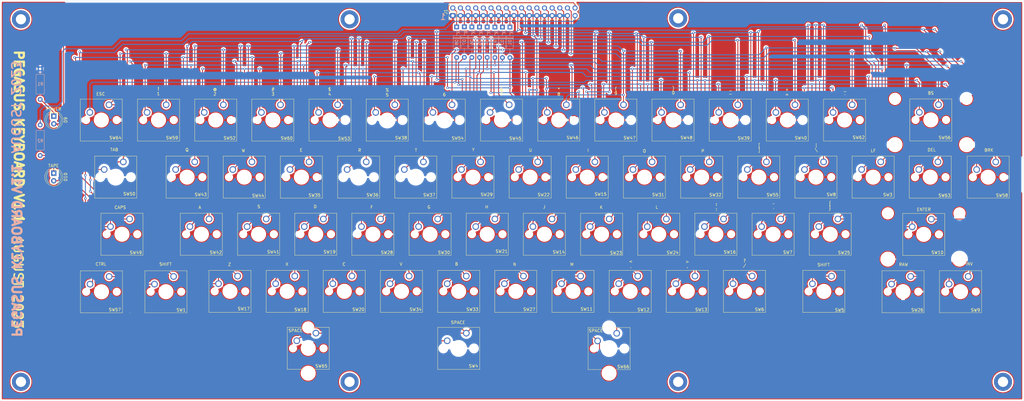
<source format=kicad_pcb>
(kicad_pcb (version 20171130) (host pcbnew "(5.1.0)-1")
  (layers (0 F.Cu signal) (31 B.Cu signal) (34 B.Paste user) (35 F.Paste user) (36 B.SilkS user) (37 F.SilkS user) (38 B.Mask user) (39 F.Mask user) (44 Edge.Cuts user))
  (net 0 "")
  (net 1 "Net-(D1-Pad2)")
  (net 2 "Net-(D1-Pad1)")
  (net 3 "Net-(D2-Pad2)")
  (net 4 "Net-(D2-Pad1)")
  (net 5 "Net-(D3-Pad2)")
  (net 6 "Net-(D3-Pad1)")
  (net 7 "Net-(D4-Pad1)")
  (net 8 "Net-(D5-Pad2)")
  (net 9 "Net-(D5-Pad1)")
  (net 10 "Net-(D6-Pad2)")
  (net 11 "Net-(D6-Pad1)")
  (net 12 "Net-(D7-Pad2)")
  (net 13 "Net-(D7-Pad1)")
  (net 14 "Net-(D8-Pad2)")
  (net 15 "Net-(D8-Pad1)")
  (net 16 5-9)
  (net 17 +5V)
  (net 18 "Net-(D9-Pad1)")
  (net 19 "Net-(D10-Pad1)")
  (net 20 "Net-(J1-Pad33)")
  (net 21 "Net-(J1-Pad32)")
  (net 22 GND)
  (net 23 "Net-(J1-Pad30)")
  (net 24 "Net-(J1-Pad28)")
  (net 25 "Net-(J1-Pad26)")
  (net 26 "Net-(J1-Pad24)")
  (net 27 "Net-(J1-Pad22)")
  (net 28 "Net-(J1-Pad20)")
  (net 29 "Net-(J1-Pad18)")
  (module Resistor_THT:R_Axial_DIN0207_L6.3mm_D2.5mm_P10.16mm_Horizontal (layer B.Cu) (at -41.87 54.22 270)
    (fp_text reference R2 (at 5.31 -0.06 180) (layer B.SilkS) (effects (justify mirror)))
    (fp_text value 470R)
    (pad 2 thru_hole oval (at 10.16 0 270) (size 1.6 1.6) (drill 0.8) (layers *.Cu *.Mask) (net 19 "Net-(D10-Pad1)"))
    (pad 1 thru_hole circle (at 0 0 270) (size 1.6 1.6) (drill 0.8) (layers *.Cu *.Mask) (net 20 "Net-(J1-Pad33)"))
  )
  (module Resistor_THT:R_Axial_DIN0207_L6.3mm_D2.5mm_P10.16mm_Horizontal (layer B.Cu) (at -41.87 35.56 270)
    (fp_text reference R1 (at 5.07 -0.06 180) (layer B.SilkS) (effects (justify mirror)))
    (fp_text value 470R)
    (pad 2 thru_hole oval (at 10.16 0 270) (size 1.6 1.6) (drill 0.8) (layers *.Cu *.Mask) (net 18 "Net-(D9-Pad1)"))
    (pad 1 thru_hole circle (at 0 0 270) (size 1.6 1.6) (drill 0.8) (layers *.Cu *.Mask) (net 22 GND))
  )
  (module Connector_PinHeader_2.54mm:PinHeader_2x17_P2.54mm_Vertical (layer F.Cu) (at 95.26 17.83 90)
    (fp_text reference J1 (at 1.27 -2.33 90) (layer F.SilkS))
    (fp_text value Conn_02x17_Odd_Even)
    (pad 34 thru_hole oval (at 2.54 40.64 90) (size 1.7 1.7) (drill 1) (layers *.Cu *.Mask) (net 17 +5V))
    (pad 33 thru_hole oval (at 0 40.64 90) (size 1.7 1.7) (drill 1) (layers *.Cu *.Mask) (net 20 "Net-(J1-Pad33)"))
    (pad 32 thru_hole oval (at 2.54 38.1 90) (size 1.7 1.7) (drill 1) (layers *.Cu *.Mask) (net 21 "Net-(J1-Pad32)"))
    (pad 31 thru_hole oval (at 0 38.1 90) (size 1.7 1.7) (drill 1) (layers *.Cu *.Mask) (net 22 GND))
    (pad 30 thru_hole oval (at 2.54 35.56 90) (size 1.7 1.7) (drill 1) (layers *.Cu *.Mask) (net 23 "Net-(J1-Pad30)"))
    (pad 29 thru_hole oval (at 0 35.56 90) (size 1.7 1.7) (drill 1) (layers *.Cu *.Mask) (net 22 GND))
    (pad 28 thru_hole oval (at 2.54 33.02 90) (size 1.7 1.7) (drill 1) (layers *.Cu *.Mask) (net 24 "Net-(J1-Pad28)"))
    (pad 27 thru_hole oval (at 0 33.02 90) (size 1.7 1.7) (drill 1) (layers *.Cu *.Mask) (net 22 GND))
    (pad 26 thru_hole oval (at 2.54 30.48 90) (size 1.7 1.7) (drill 1) (layers *.Cu *.Mask) (net 25 "Net-(J1-Pad26)"))
    (pad 25 thru_hole oval (at 0 30.48 90) (size 1.7 1.7) (drill 1) (layers *.Cu *.Mask) (net 22 GND))
    (pad 24 thru_hole oval (at 2.54 27.94 90) (size 1.7 1.7) (drill 1) (layers *.Cu *.Mask) (net 26 "Net-(J1-Pad24)"))
    (pad 23 thru_hole oval (at 0 27.94 90) (size 1.7 1.7) (drill 1) (layers *.Cu *.Mask) (net 22 GND))
    (pad 22 thru_hole oval (at 2.54 25.4 90) (size 1.7 1.7) (drill 1) (layers *.Cu *.Mask) (net 27 "Net-(J1-Pad22)"))
    (pad 21 thru_hole oval (at 0 25.4 90) (size 1.7 1.7) (drill 1) (layers *.Cu *.Mask) (net 22 GND))
    (pad 20 thru_hole oval (at 2.54 22.86 90) (size 1.7 1.7) (drill 1) (layers *.Cu *.Mask) (net 28 "Net-(J1-Pad20)"))
    (pad 19 thru_hole oval (at 0 22.86 90) (size 1.7 1.7) (drill 1) (layers *.Cu *.Mask) (net 22 GND))
    (pad 18 thru_hole oval (at 2.54 20.32 90) (size 1.7 1.7) (drill 1) (layers *.Cu *.Mask) (net 29 "Net-(J1-Pad18)"))
    (pad 17 thru_hole oval (at 0 20.32 90) (size 1.7 1.7) (drill 1) (layers *.Cu *.Mask) (net 22 GND))
    (pad 16 thru_hole oval (at 2.54 17.78 90) (size 1.7 1.7) (drill 1) (layers *.Cu *.Mask) (net 2 "Net-(D1-Pad1)"))
    (pad 15 thru_hole oval (at 0 17.78 90) (size 1.7 1.7) (drill 1) (layers *.Cu *.Mask) (net 22 GND))
    (pad 14 thru_hole oval (at 2.54 15.24 90) (size 1.7 1.7) (drill 1) (layers *.Cu *.Mask) (net 4 "Net-(D2-Pad1)"))
    (pad 13 thru_hole oval (at 0 15.24 90) (size 1.7 1.7) (drill 1) (layers *.Cu *.Mask) (net 22 GND))
    (pad 12 thru_hole oval (at 2.54 12.7 90) (size 1.7 1.7) (drill 1) (layers *.Cu *.Mask) (net 6 "Net-(D3-Pad1)"))
    (pad 11 thru_hole oval (at 0 12.7 90) (size 1.7 1.7) (drill 1) (layers *.Cu *.Mask) (net 22 GND))
    (pad 10 thru_hole oval (at 2.54 10.16 90) (size 1.7 1.7) (drill 1) (layers *.Cu *.Mask) (net 7 "Net-(D4-Pad1)"))
    (pad 9 thru_hole oval (at 0 10.16 90) (size 1.7 1.7) (drill 1) (layers *.Cu *.Mask) (net 22 GND))
    (pad 8 thru_hole oval (at 2.54 7.62 90) (size 1.7 1.7) (drill 1) (layers *.Cu *.Mask) (net 9 "Net-(D5-Pad1)"))
    (pad 7 thru_hole oval (at 0 7.62 90) (size 1.7 1.7) (drill 1) (layers *.Cu *.Mask) (net 22 GND))
    (pad 6 thru_hole oval (at 2.54 5.08 90) (size 1.7 1.7) (drill 1) (layers *.Cu *.Mask) (net 11 "Net-(D6-Pad1)"))
    (pad 5 thru_hole oval (at 0 5.08 90) (size 1.7 1.7) (drill 1) (layers *.Cu *.Mask) (net 22 GND))
    (pad 4 thru_hole oval (at 2.54 2.54 90) (size 1.7 1.7) (drill 1) (layers *.Cu *.Mask) (net 13 "Net-(D7-Pad1)"))
    (pad 3 thru_hole oval (at 0 2.54 90) (size 1.7 1.7) (drill 1) (layers *.Cu *.Mask) (net 22 GND))
    (pad 2 thru_hole oval (at 2.54 0 90) (size 1.7 1.7) (drill 1) (layers *.Cu *.Mask) (net 15 "Net-(D8-Pad1)"))
    (pad 1 thru_hole rect (at 0 0 90) (size 1.7 1.7) (drill 1) (layers *.Cu *.Mask) (net 22 GND))
  )
  (module LED_THT:LED_D5.0mm (layer F.Cu) (at -37.37 70.26 270)
    (fp_text reference D10 (at 1.27 -3.96 270) (layer F.SilkS))
    (fp_text value "TAPE LED")
    (pad 2 thru_hole circle (at 2.54 0 270) (size 1.8 1.8) (drill 0.9) (layers *.Cu *.Mask) (net 17 +5V))
    (pad 1 thru_hole rect (at 0 0 270) (size 1.8 1.8) (drill 0.9) (layers *.Cu *.Mask) (net 19 "Net-(D10-Pad1)"))
  )
  (module LED_THT:LED_D5.0mm (layer F.Cu) (at -37.34 51.3 270)
    (fp_text reference D9 (at 1.27 -3.96 270) (layer F.SilkS))
    (fp_text value "POWER LED")
    (pad 2 thru_hole circle (at 2.54 0 270) (size 1.8 1.8) (drill 0.9) (layers *.Cu *.Mask) (net 17 +5V))
    (pad 1 thru_hole rect (at 0 0 270) (size 1.8 1.8) (drill 0.9) (layers *.Cu *.Mask) (net 18 "Net-(D9-Pad1)"))
  )
  (module Button_Switch_Keyboard:SW_Cherry_MX_2.25u_PCB (layer F.Cu) (at 254.3048 85.5472)
    (fp_text reference SW10 (at 2.0352 11.1128) (layer F.SilkS))
    (fp_text value RETURN)
    (pad "" np_thru_hole circle (at 9.36 -1.92) (size 3.05 3.05) (drill 3.05) (layers *.Cu *.Mask))
    (pad "" np_thru_hole circle (at -14.44 -1.92) (size 3.05 3.05) (drill 3.05) (layers *.Cu *.Mask))
    (pad "" np_thru_hole circle (at -14.44 13.32) (size 4 4) (drill 4) (layers *.Cu *.Mask))
    (pad "" np_thru_hole circle (at 9.36 13.32) (size 4 4) (drill 4) (layers *.Cu *.Mask))
    (pad "" np_thru_hole circle (at 2.54 5.08) (size 1.7 1.7) (drill 1.7) (layers *.Cu *.Mask))
    (pad "" np_thru_hole circle (at -7.62 5.08) (size 1.7 1.7) (drill 1.7) (layers *.Cu *.Mask))
    (pad "" np_thru_hole circle (at -2.54 5.08) (size 4 4) (drill 4) (layers *.Cu *.Mask))
    (pad 2 thru_hole circle (at -6.35 2.54) (size 2.2 2.2) (drill 1.5) (layers *.Cu *.Mask) (net 3 "Net-(D2-Pad2)"))
    (pad 1 thru_hole circle (at 0 0) (size 2.2 2.2) (drill 1.5) (layers *.Cu *.Mask) (net 28 "Net-(J1-Pad20)"))
  )
  (module Button_Switch_Keyboard:SW_Cherry_MX_1.00u_PCB (layer F.Cu) (at 49.7663 123.4821)
    (fp_text reference SW65 (at 1.8337 10.9679) (layer F.SilkS))
    (fp_text value Lspace)
    (pad "" np_thru_hole circle (at 2.54 5.08) (size 1.7 1.7) (drill 1.7) (layers *.Cu *.Mask))
    (pad "" np_thru_hole circle (at -7.62 5.08) (size 1.7 1.7) (drill 1.7) (layers *.Cu *.Mask))
    (pad "" np_thru_hole circle (at -2.54 5.08) (size 4 4) (drill 4) (layers *.Cu *.Mask))
    (pad 2 thru_hole circle (at -6.35 2.54) (size 2.2 2.2) (drill 1.5) (layers *.Cu *.Mask) (net 16 5-9))
    (pad 1 thru_hole circle (at 0 0) (size 2.2 2.2) (drill 1.5) (layers *.Cu *.Mask) (net 29 "Net-(J1-Pad18)"))
  )
  (module Button_Switch_Keyboard:SW_Cherry_MX_1.25u_PCB (layer F.Cu) (at -12.15 85.5)
    (fp_text reference SW49 (at 2.06 11.19) (layer F.SilkS))
    (fp_text value CAPS)
    (pad 1 thru_hole circle (at 0 0) (size 2.2 2.2) (drill 1.5) (layers *.Cu *.Mask) (net 23 "Net-(J1-Pad30)"))
    (pad 2 thru_hole circle (at -6.35 2.54) (size 2.2 2.2) (drill 1.5) (layers *.Cu *.Mask) (net 1 "Net-(D1-Pad2)"))
    (pad "" np_thru_hole circle (at -2.54 5.08) (size 4 4) (drill 4) (layers *.Cu *.Mask))
    (pad "" np_thru_hole circle (at -7.62 5.08) (size 1.7 1.7) (drill 1.7) (layers *.Cu *.Mask))
    (pad "" np_thru_hole circle (at 2.54 5.08) (size 1.7 1.7) (drill 1.7) (layers *.Cu *.Mask))
  )
  (module Button_Switch_Keyboard:SW_Cherry_MX_1.00u_PCB (layer F.Cu) (at -18.96 104.65)
    (fp_text reference SW57 (at 1.91 11.05) (layer F.SilkS))
    (fp_text value CTRL)
    (pad 1 thru_hole circle (at 0 0) (size 2.2 2.2) (drill 1.5) (layers *.Cu *.Mask) (net 21 "Net-(J1-Pad32)"))
    (pad 2 thru_hole circle (at -6.35 2.54) (size 2.2 2.2) (drill 1.5) (layers *.Cu *.Mask) (net 1 "Net-(D1-Pad2)"))
    (pad "" np_thru_hole circle (at -2.54 5.08) (size 4 4) (drill 4) (layers *.Cu *.Mask))
    (pad "" np_thru_hole circle (at -7.62 5.08) (size 1.7 1.7) (drill 1.7) (layers *.Cu *.Mask))
    (pad "" np_thru_hole circle (at 2.54 5.08) (size 1.7 1.7) (drill 1.7) (layers *.Cu *.Mask))
  )
  (module Button_Switch_Keyboard:SW_Cherry_MX_1.00u_PCB (layer F.Cu) (at 247.44426 104.61498)
    (fp_text reference SW26 (at 2.20574 11.16502) (layer F.SilkS))
    (fp_text value RAW)
    (pad 1 thru_hole circle (at 0 0) (size 2.2 2.2) (drill 1.5) (layers *.Cu *.Mask) (net 26 "Net-(J1-Pad24)"))
    (pad 2 thru_hole circle (at -6.35 2.54) (size 2.2 2.2) (drill 1.5) (layers *.Cu *.Mask) (net 3 "Net-(D2-Pad2)"))
    (pad "" np_thru_hole circle (at -2.54 5.08) (size 4 4) (drill 4) (layers *.Cu *.Mask))
    (pad "" np_thru_hole circle (at -7.62 5.08) (size 1.7 1.7) (drill 1.7) (layers *.Cu *.Mask))
    (pad "" np_thru_hole circle (at 2.54 5.08) (size 1.7 1.7) (drill 1.7) (layers *.Cu *.Mask))
  )
  (module Button_Switch_Keyboard:SW_Cherry_MX_1.75u_PCB (layer F.Cu) (at 221.13494 104.5337)
    (fp_text reference SW5 (at 2.68506 11.2763) (layer F.SilkS))
    (fp_text value "RH SHIFT")
    (pad "" np_thru_hole circle (at 2.54 5.08) (size 1.7 1.7) (drill 1.7) (layers *.Cu *.Mask))
    (pad "" np_thru_hole circle (at -7.62 5.08) (size 1.7 1.7) (drill 1.7) (layers *.Cu *.Mask))
    (pad "" np_thru_hole circle (at -2.54 5.08) (size 4 4) (drill 4) (layers *.Cu *.Mask))
    (pad 2 thru_hole circle (at -6.35 2.54) (size 2.2 2.2) (drill 1.5) (layers *.Cu *.Mask) (net 8 "Net-(D5-Pad2)"))
    (pad 1 thru_hole circle (at 0 0) (size 2.2 2.2) (drill 1.5) (layers *.Cu *.Mask) (net 29 "Net-(J1-Pad18)"))
  )
  (module Button_Switch_Keyboard:SW_Cherry_MX_1.75u_PCB (layer F.Cu) (at 2.47302 104.63022)
    (fp_text reference SW1 (at 2.49698 11.14978) (layer F.SilkS))
    (fp_text value "LH SHIFT")
    (pad "" np_thru_hole circle (at 2.54 5.08) (size 1.7 1.7) (drill 1.7) (layers *.Cu *.Mask))
    (pad "" np_thru_hole circle (at -7.62 5.08) (size 1.7 1.7) (drill 1.7) (layers *.Cu *.Mask))
    (pad "" np_thru_hole circle (at -2.54 5.08) (size 4 4) (drill 4) (layers *.Cu *.Mask))
    (pad 2 thru_hole circle (at -6.35 2.54) (size 2.2 2.2) (drill 1.5) (layers *.Cu *.Mask) (net 1 "Net-(D1-Pad2)"))
    (pad 1 thru_hole circle (at 0 0) (size 2.2 2.2) (drill 1.5) (layers *.Cu *.Mask) (net 29 "Net-(J1-Pad18)"))
  )
  (module Button_Switch_Keyboard:SW_Cherry_MX_1.50u_PCB (layer F.Cu) (at -14.25 66.5)
    (fp_text reference SW50 (at 2.01 10.66) (layer F.SilkS))
    (fp_text value TAB)
    (pad "" np_thru_hole circle (at 2.54 5.08) (size 1.7 1.7) (drill 1.7) (layers *.Cu *.Mask))
    (pad "" np_thru_hole circle (at -7.62 5.08) (size 1.7 1.7) (drill 1.7) (layers *.Cu *.Mask))
    (pad "" np_thru_hole circle (at -2.54 5.08) (size 4 4) (drill 4) (layers *.Cu *.Mask))
    (pad 2 thru_hole circle (at -6.35 2.54) (size 2.2 2.2) (drill 1.5) (layers *.Cu *.Mask) (net 3 "Net-(D2-Pad2)"))
    (pad 1 thru_hole circle (at 0 0) (size 2.2 2.2) (drill 1.5) (layers *.Cu *.Mask) (net 23 "Net-(J1-Pad30)"))
  )
  (module Button_Switch_Keyboard:SW_Cherry_MX_2.00u_PCB (layer F.Cu) (at 256.6797 47.4599)
    (fp_text reference SW56 (at 2.0503 10.9901) (layer F.SilkS))
    (fp_text value BS)
    (pad "" np_thru_hole circle (at 9.36 -1.92) (size 3.05 3.05) (drill 3.05) (layers *.Cu *.Mask))
    (pad "" np_thru_hole circle (at -14.44 -1.92) (size 3.05 3.05) (drill 3.05) (layers *.Cu *.Mask))
    (pad "" np_thru_hole circle (at -14.44 13.32) (size 4 4) (drill 4) (layers *.Cu *.Mask))
    (pad "" np_thru_hole circle (at 9.36 13.32) (size 4 4) (drill 4) (layers *.Cu *.Mask))
    (pad "" np_thru_hole circle (at 2.54 5.08) (size 1.7 1.7) (drill 1.7) (layers *.Cu *.Mask))
    (pad "" np_thru_hole circle (at -7.62 5.08) (size 1.7 1.7) (drill 1.7) (layers *.Cu *.Mask))
    (pad "" np_thru_hole circle (at -2.54 5.08) (size 4 4) (drill 4) (layers *.Cu *.Mask))
    (pad 2 thru_hole circle (at -6.35 2.54) (size 2.2 2.2) (drill 1.5) (layers *.Cu *.Mask) (net 14 "Net-(D8-Pad2)"))
    (pad 1 thru_hole circle (at 0 0) (size 2.2 2.2) (drill 1.5) (layers *.Cu *.Mask) (net 23 "Net-(J1-Pad30)"))
  )
  (module Button_Switch_Keyboard:SW_Cherry_MX_1.00u_PCB (layer F.Cu) (at 149.7507 123.5456)
    (fp_text reference SW66 (at 2.1593 11.1244) (layer F.SilkS))
    (fp_text value Rspace)
    (pad "" np_thru_hole circle (at 2.54 5.08) (size 1.7 1.7) (drill 1.7) (layers *.Cu *.Mask))
    (pad "" np_thru_hole circle (at -7.62 5.08) (size 1.7 1.7) (drill 1.7) (layers *.Cu *.Mask))
    (pad "" np_thru_hole circle (at -2.54 5.08) (size 4 4) (drill 4) (layers *.Cu *.Mask))
    (pad 2 thru_hole circle (at -6.35 2.54) (size 2.2 2.2) (drill 1.5) (layers *.Cu *.Mask) (net 16 5-9))
    (pad 1 thru_hole circle (at 0 0) (size 2.2 2.2) (drill 1.5) (layers *.Cu *.Mask) (net 29 "Net-(J1-Pad18)"))
  )
  (module Button_Switch_Keyboard:SW_Cherry_MX_6.25u_PCB (layer F.Cu) (at 99.75 123.5)
    (fp_text reference SW4 (at 2.4 10.93) (layer F.SilkS))
    (fp_text value SPACE)
    (pad "" np_thru_hole circle (at 47.46 -1.92) (size 3.05 3.05) (drill 3.05) (layers *.Cu *.Mask))
    (pad "" np_thru_hole circle (at -52.54 -1.92) (size 3.05 3.05) (drill 3.05) (layers *.Cu *.Mask))
    (pad "" np_thru_hole circle (at -52.54 13.32) (size 4 4) (drill 4) (layers *.Cu *.Mask))
    (pad "" np_thru_hole circle (at 47.46 13.32) (size 4 4) (drill 4) (layers *.Cu *.Mask))
    (pad "" np_thru_hole circle (at 2.54 5.08) (size 1.7 1.7) (drill 1.7) (layers *.Cu *.Mask))
    (pad "" np_thru_hole circle (at -7.62 5.08) (size 1.7 1.7) (drill 1.7) (layers *.Cu *.Mask))
    (pad "" np_thru_hole circle (at -2.54 5.08) (size 4 4) (drill 4) (layers *.Cu *.Mask))
    (pad 2 thru_hole circle (at -6.35 2.54) (size 2.2 2.2) (drill 1.5) (layers *.Cu *.Mask) (net 16 5-9))
    (pad 1 thru_hole circle (at 0 0) (size 2.2 2.2) (drill 1.5) (layers *.Cu *.Mask) (net 29 "Net-(J1-Pad18)"))
  )
  (module Button_Switch_Keyboard:SW_Cherry_MX_1.00u_PCB (layer F.Cu) (at -19 47.5)
    (fp_text reference SW64 (at 2.15 11.01) (layer F.SilkS))
    (fp_text value ESC)
    (pad "" np_thru_hole circle (at 2.54 5.08) (size 1.7 1.7) (drill 1.7) (layers *.Cu *.Mask))
    (pad "" np_thru_hole circle (at -7.62 5.08) (size 1.7 1.7) (drill 1.7) (layers *.Cu *.Mask))
    (pad "" np_thru_hole circle (at -2.54 5.08) (size 4 4) (drill 4) (layers *.Cu *.Mask))
    (pad 2 thru_hole circle (at -6.35 2.54) (size 2.2 2.2) (drill 1.5) (layers *.Cu *.Mask) (net 14 "Net-(D8-Pad2)"))
    (pad 1 thru_hole circle (at 0 0) (size 2.2 2.2) (drill 1.5) (layers *.Cu *.Mask) (net 21 "Net-(J1-Pad32)"))
  )
  (module Button_Switch_Keyboard:SW_Cherry_MX_1.00u_PCB (layer F.Cu) (at 256.5 66.5)
    (fp_text reference SW63 (at 2.17 11.15) (layer F.SilkS))
    (fp_text value DEL)
    (pad "" np_thru_hole circle (at 2.54 5.08) (size 1.7 1.7) (drill 1.7) (layers *.Cu *.Mask))
    (pad "" np_thru_hole circle (at -7.62 5.08) (size 1.7 1.7) (drill 1.7) (layers *.Cu *.Mask))
    (pad "" np_thru_hole circle (at -2.54 5.08) (size 4 4) (drill 4) (layers *.Cu *.Mask))
    (pad 2 thru_hole circle (at -6.35 2.54) (size 2.2 2.2) (drill 1.5) (layers *.Cu *.Mask) (net 12 "Net-(D7-Pad2)"))
    (pad 1 thru_hole circle (at 0 0) (size 2.2 2.2) (drill 1.5) (layers *.Cu *.Mask) (net 21 "Net-(J1-Pad32)"))
  )
  (module Button_Switch_Keyboard:SW_Cherry_MX_1.00u_PCB (layer F.Cu) (at 228 47.5)
    (fp_text reference SW62 (at 2.18 10.89) (layer F.SilkS))
    (fp_text value "~ & `")
    (pad "" np_thru_hole circle (at 2.54 5.08) (size 1.7 1.7) (drill 1.7) (layers *.Cu *.Mask))
    (pad "" np_thru_hole circle (at -7.62 5.08) (size 1.7 1.7) (drill 1.7) (layers *.Cu *.Mask))
    (pad "" np_thru_hole circle (at -2.54 5.08) (size 4 4) (drill 4) (layers *.Cu *.Mask))
    (pad 2 thru_hole circle (at -6.35 2.54) (size 2.2 2.2) (drill 1.5) (layers *.Cu *.Mask) (net 10 "Net-(D6-Pad2)"))
    (pad 1 thru_hole circle (at 0 0) (size 2.2 2.2) (drill 1.5) (layers *.Cu *.Mask) (net 21 "Net-(J1-Pad32)"))
  )
  (module Button_Switch_Keyboard:SW_Cherry_MX_1.00u_PCB (layer F.Cu) (at 38 47.5)
    (fp_text reference SW60 (at 2.07 11.15) (layer F.SilkS))
    (fp_text value "3 & #")
    (pad "" np_thru_hole circle (at 2.54 5.08) (size 1.7 1.7) (drill 1.7) (layers *.Cu *.Mask))
    (pad "" np_thru_hole circle (at -7.62 5.08) (size 1.7 1.7) (drill 1.7) (layers *.Cu *.Mask))
    (pad "" np_thru_hole circle (at -2.54 5.08) (size 4 4) (drill 4) (layers *.Cu *.Mask))
    (pad 2 thru_hole circle (at -6.35 2.54) (size 2.2 2.2) (drill 1.5) (layers *.Cu *.Mask) (net 16 5-9))
    (pad 1 thru_hole circle (at 0 0) (size 2.2 2.2) (drill 1.5) (layers *.Cu *.Mask) (net 21 "Net-(J1-Pad32)"))
  )
  (module Button_Switch_Keyboard:SW_Cherry_MX_1.00u_PCB (layer F.Cu) (at 0 47.5)
    (fp_text reference SW59 (at 1.95 11.01) (layer F.SilkS))
    (fp_text value "1 & !")
    (pad "" np_thru_hole circle (at 2.54 5.08) (size 1.7 1.7) (drill 1.7) (layers *.Cu *.Mask))
    (pad "" np_thru_hole circle (at -7.62 5.08) (size 1.7 1.7) (drill 1.7) (layers *.Cu *.Mask))
    (pad "" np_thru_hole circle (at -2.54 5.08) (size 4 4) (drill 4) (layers *.Cu *.Mask))
    (pad 2 thru_hole circle (at -6.35 2.54) (size 2.2 2.2) (drill 1.5) (layers *.Cu *.Mask) (net 5 "Net-(D3-Pad2)"))
    (pad 1 thru_hole circle (at 0 0) (size 2.2 2.2) (drill 1.5) (layers *.Cu *.Mask) (net 21 "Net-(J1-Pad32)"))
  )
  (module Button_Switch_Keyboard:SW_Cherry_MX_1.00u_PCB (layer F.Cu) (at 275.7297 66.5099)
    (fp_text reference SW58 (at 2.0603 11.1401) (layer F.SilkS))
    (fp_text value "XXX or CTRL or BRK")
    (pad "" np_thru_hole circle (at 2.54 5.08) (size 1.7 1.7) (drill 1.7) (layers *.Cu *.Mask))
    (pad "" np_thru_hole circle (at -7.62 5.08) (size 1.7 1.7) (drill 1.7) (layers *.Cu *.Mask))
    (pad "" np_thru_hole circle (at -2.54 5.08) (size 4 4) (drill 4) (layers *.Cu *.Mask))
    (pad 2 thru_hole circle (at -6.35 2.54) (size 2.2 2.2) (drill 1.5) (layers *.Cu *.Mask) (net 3 "Net-(D2-Pad2)"))
    (pad 1 thru_hole circle (at 0 0) (size 2.2 2.2) (drill 1.5) (layers *.Cu *.Mask) (net 21 "Net-(J1-Pad32)"))
  )
  (module Button_Switch_Keyboard:SW_Cherry_MX_1.00u_PCB (layer F.Cu) (at 199.5 66.5)
    (fp_text reference SW55 (at 2.05 10.99) (layer F.SilkS))
    (fp_text value "] & [")
    (pad "" np_thru_hole circle (at 2.54 5.08) (size 1.7 1.7) (drill 1.7) (layers *.Cu *.Mask))
    (pad "" np_thru_hole circle (at -7.62 5.08) (size 1.7 1.7) (drill 1.7) (layers *.Cu *.Mask))
    (pad "" np_thru_hole circle (at -2.54 5.08) (size 4 4) (drill 4) (layers *.Cu *.Mask))
    (pad 2 thru_hole circle (at -6.35 2.54) (size 2.2 2.2) (drill 1.5) (layers *.Cu *.Mask) (net 12 "Net-(D7-Pad2)"))
    (pad 1 thru_hole circle (at 0 0) (size 2.2 2.2) (drill 1.5) (layers *.Cu *.Mask) (net 23 "Net-(J1-Pad30)"))
  )
  (module Button_Switch_Keyboard:SW_Cherry_MX_1.00u_PCB (layer F.Cu) (at 95 47.5)
    (fp_text reference SW54 (at 1.88 11.12) (layer F.SilkS))
    (fp_text value "6 & ^")
    (pad "" np_thru_hole circle (at 2.54 5.08) (size 1.7 1.7) (drill 1.7) (layers *.Cu *.Mask))
    (pad "" np_thru_hole circle (at -7.62 5.08) (size 1.7 1.7) (drill 1.7) (layers *.Cu *.Mask))
    (pad "" np_thru_hole circle (at -2.54 5.08) (size 4 4) (drill 4) (layers *.Cu *.Mask))
    (pad 2 thru_hole circle (at -6.35 2.54) (size 2.2 2.2) (drill 1.5) (layers *.Cu *.Mask) (net 10 "Net-(D6-Pad2)"))
    (pad 1 thru_hole circle (at 0 0) (size 2.2 2.2) (drill 1.5) (layers *.Cu *.Mask) (net 23 "Net-(J1-Pad30)"))
  )
  (module Button_Switch_Keyboard:SW_Cherry_MX_1.00u_PCB (layer F.Cu) (at 57 47.5)
    (fp_text reference SW53 (at 2.13 11.23) (layer F.SilkS))
    (fp_text value "4 & $")
    (pad "" np_thru_hole circle (at 2.54 5.08) (size 1.7 1.7) (drill 1.7) (layers *.Cu *.Mask))
    (pad "" np_thru_hole circle (at -7.62 5.08) (size 1.7 1.7) (drill 1.7) (layers *.Cu *.Mask))
    (pad "" np_thru_hole circle (at -2.54 5.08) (size 4 4) (drill 4) (layers *.Cu *.Mask))
    (pad 2 thru_hole circle (at -6.35 2.54) (size 2.2 2.2) (drill 1.5) (layers *.Cu *.Mask) (net 8 "Net-(D5-Pad2)"))
    (pad 1 thru_hole circle (at 0 0) (size 2.2 2.2) (drill 1.5) (layers *.Cu *.Mask) (net 23 "Net-(J1-Pad30)"))
  )
  (module Button_Switch_Keyboard:SW_Cherry_MX_1.00u_PCB (layer F.Cu) (at 19 47.5)
    (fp_text reference SW52 (at 2.08 11.08) (layer F.SilkS))
    (fp_text value "2 & @")
    (pad "" np_thru_hole circle (at 2.54 5.08) (size 1.7 1.7) (drill 1.7) (layers *.Cu *.Mask))
    (pad "" np_thru_hole circle (at -7.62 5.08) (size 1.7 1.7) (drill 1.7) (layers *.Cu *.Mask))
    (pad "" np_thru_hole circle (at -2.54 5.08) (size 4 4) (drill 4) (layers *.Cu *.Mask))
    (pad 2 thru_hole circle (at -6.35 2.54) (size 2.2 2.2) (drill 1.5) (layers *.Cu *.Mask) (net 16 5-9))
    (pad 1 thru_hole circle (at 0 0) (size 2.2 2.2) (drill 1.5) (layers *.Cu *.Mask) (net 23 "Net-(J1-Pad30)"))
  )
  (module Button_Switch_Keyboard:SW_Cherry_MX_1.00u_PCB (layer F.Cu) (at 171 47.5)
    (fp_text reference SW48 (at 1.94 10.98) (layer F.SilkS))
    (fp_text value "0 & )")
    (pad "" np_thru_hole circle (at 2.54 5.08) (size 1.7 1.7) (drill 1.7) (layers *.Cu *.Mask))
    (pad "" np_thru_hole circle (at -7.62 5.08) (size 1.7 1.7) (drill 1.7) (layers *.Cu *.Mask))
    (pad "" np_thru_hole circle (at -2.54 5.08) (size 4 4) (drill 4) (layers *.Cu *.Mask))
    (pad 2 thru_hole circle (at -6.35 2.54) (size 2.2 2.2) (drill 1.5) (layers *.Cu *.Mask) (net 14 "Net-(D8-Pad2)"))
    (pad 1 thru_hole circle (at 0 0) (size 2.2 2.2) (drill 1.5) (layers *.Cu *.Mask) (net 24 "Net-(J1-Pad28)"))
  )
  (module Button_Switch_Keyboard:SW_Cherry_MX_1.00u_PCB (layer F.Cu) (at 152 47.5)
    (fp_text reference SW47 (at 2.01 11.04) (layer F.SilkS))
    (fp_text value "9 & (")
    (pad "" np_thru_hole circle (at 2.54 5.08) (size 1.7 1.7) (drill 1.7) (layers *.Cu *.Mask))
    (pad "" np_thru_hole circle (at -7.62 5.08) (size 1.7 1.7) (drill 1.7) (layers *.Cu *.Mask))
    (pad "" np_thru_hole circle (at -2.54 5.08) (size 4 4) (drill 4) (layers *.Cu *.Mask))
    (pad 2 thru_hole circle (at -6.35 2.54) (size 2.2 2.2) (drill 1.5) (layers *.Cu *.Mask) (net 12 "Net-(D7-Pad2)"))
    (pad 1 thru_hole circle (at 0 0) (size 2.2 2.2) (drill 1.5) (layers *.Cu *.Mask) (net 24 "Net-(J1-Pad28)"))
  )
  (module Button_Switch_Keyboard:SW_Cherry_MX_1.00u_PCB (layer F.Cu) (at 133 47.5)
    (fp_text reference SW46 (at 2.08 10.96) (layer F.SilkS))
    (fp_text value "8 & *")
    (pad "" np_thru_hole circle (at 2.54 5.08) (size 1.7 1.7) (drill 1.7) (layers *.Cu *.Mask))
    (pad "" np_thru_hole circle (at -7.62 5.08) (size 1.7 1.7) (drill 1.7) (layers *.Cu *.Mask))
    (pad "" np_thru_hole circle (at -2.54 5.08) (size 4 4) (drill 4) (layers *.Cu *.Mask))
    (pad 2 thru_hole circle (at -6.35 2.54) (size 2.2 2.2) (drill 1.5) (layers *.Cu *.Mask) (net 10 "Net-(D6-Pad2)"))
    (pad 1 thru_hole circle (at 0 0) (size 2.2 2.2) (drill 1.5) (layers *.Cu *.Mask) (net 24 "Net-(J1-Pad28)"))
  )
  (module Button_Switch_Keyboard:SW_Cherry_MX_1.00u_PCB (layer F.Cu) (at 114 47.5)
    (fp_text reference SW45 (at 2.04 11.2) (layer F.SilkS))
    (fp_text value "7 & &")
    (pad "" np_thru_hole circle (at 2.54 5.08) (size 1.7 1.7) (drill 1.7) (layers *.Cu *.Mask))
    (pad "" np_thru_hole circle (at -7.62 5.08) (size 1.7 1.7) (drill 1.7) (layers *.Cu *.Mask))
    (pad "" np_thru_hole circle (at -2.54 5.08) (size 4 4) (drill 4) (layers *.Cu *.Mask))
    (pad 2 thru_hole circle (at -6.35 2.54) (size 2.2 2.2) (drill 1.5) (layers *.Cu *.Mask) (net 8 "Net-(D5-Pad2)"))
    (pad 1 thru_hole circle (at 0 0) (size 2.2 2.2) (drill 1.5) (layers *.Cu *.Mask) (net 24 "Net-(J1-Pad28)"))
  )
  (module Button_Switch_Keyboard:SW_Cherry_MX_1.00u_PCB (layer F.Cu) (at 28.5 66.5)
    (fp_text reference SW44 (at 2.07 11.22) (layer F.SilkS))
    (fp_text value W)
    (pad "" np_thru_hole circle (at 2.54 5.08) (size 1.7 1.7) (drill 1.7) (layers *.Cu *.Mask))
    (pad "" np_thru_hole circle (at -7.62 5.08) (size 1.7 1.7) (drill 1.7) (layers *.Cu *.Mask))
    (pad "" np_thru_hole circle (at -2.54 5.08) (size 4 4) (drill 4) (layers *.Cu *.Mask))
    (pad 2 thru_hole circle (at -6.35 2.54) (size 2.2 2.2) (drill 1.5) (layers *.Cu *.Mask) (net 16 5-9))
    (pad 1 thru_hole circle (at 0 0) (size 2.2 2.2) (drill 1.5) (layers *.Cu *.Mask) (net 24 "Net-(J1-Pad28)"))
  )
  (module Button_Switch_Keyboard:SW_Cherry_MX_1.00u_PCB (layer F.Cu) (at 9.5 66.5)
    (fp_text reference SW43 (at 1.99 10.88) (layer F.SilkS))
    (fp_text value Q)
    (pad "" np_thru_hole circle (at 2.54 5.08) (size 1.7 1.7) (drill 1.7) (layers *.Cu *.Mask))
    (pad "" np_thru_hole circle (at -7.62 5.08) (size 1.7 1.7) (drill 1.7) (layers *.Cu *.Mask))
    (pad "" np_thru_hole circle (at -2.54 5.08) (size 4 4) (drill 4) (layers *.Cu *.Mask))
    (pad 2 thru_hole circle (at -6.35 2.54) (size 2.2 2.2) (drill 1.5) (layers *.Cu *.Mask) (net 5 "Net-(D3-Pad2)"))
    (pad 1 thru_hole circle (at 0 0) (size 2.2 2.2) (drill 1.5) (layers *.Cu *.Mask) (net 24 "Net-(J1-Pad28)"))
  )
  (module Button_Switch_Keyboard:SW_Cherry_MX_1.00u_PCB (layer F.Cu) (at 14.25 85.5)
    (fp_text reference SW42 (at 2.25 11.13) (layer F.SilkS))
    (fp_text value A)
    (pad "" np_thru_hole circle (at 2.54 5.08) (size 1.7 1.7) (drill 1.7) (layers *.Cu *.Mask))
    (pad "" np_thru_hole circle (at -7.62 5.08) (size 1.7 1.7) (drill 1.7) (layers *.Cu *.Mask))
    (pad "" np_thru_hole circle (at -2.54 5.08) (size 4 4) (drill 4) (layers *.Cu *.Mask))
    (pad 2 thru_hole circle (at -6.35 2.54) (size 2.2 2.2) (drill 1.5) (layers *.Cu *.Mask) (net 3 "Net-(D2-Pad2)"))
    (pad 1 thru_hole circle (at 0 0) (size 2.2 2.2) (drill 1.5) (layers *.Cu *.Mask) (net 24 "Net-(J1-Pad28)"))
  )
  (module Button_Switch_Keyboard:SW_Cherry_MX_1.00u_PCB (layer F.Cu) (at 33.25 85.5)
    (fp_text reference SW41 (at 2.32 10.97) (layer F.SilkS))
    (fp_text value S)
    (pad "" np_thru_hole circle (at 2.54 5.08) (size 1.7 1.7) (drill 1.7) (layers *.Cu *.Mask))
    (pad "" np_thru_hole circle (at -7.62 5.08) (size 1.7 1.7) (drill 1.7) (layers *.Cu *.Mask))
    (pad "" np_thru_hole circle (at -2.54 5.08) (size 4 4) (drill 4) (layers *.Cu *.Mask))
    (pad 2 thru_hole circle (at -6.35 2.54) (size 2.2 2.2) (drill 1.5) (layers *.Cu *.Mask) (net 1 "Net-(D1-Pad2)"))
    (pad 1 thru_hole circle (at 0 0) (size 2.2 2.2) (drill 1.5) (layers *.Cu *.Mask) (net 24 "Net-(J1-Pad28)"))
  )
  (module Button_Switch_Keyboard:SW_Cherry_MX_1.00u_PCB (layer F.Cu) (at 209 47.5)
    (fp_text reference SW40 (at 1.95 11.05) (layer F.SilkS))
    (fp_text value "= & +")
    (pad "" np_thru_hole circle (at 2.54 5.08) (size 1.7 1.7) (drill 1.7) (layers *.Cu *.Mask))
    (pad "" np_thru_hole circle (at -7.62 5.08) (size 1.7 1.7) (drill 1.7) (layers *.Cu *.Mask))
    (pad "" np_thru_hole circle (at -2.54 5.08) (size 4 4) (drill 4) (layers *.Cu *.Mask))
    (pad 2 thru_hole circle (at -6.35 2.54) (size 2.2 2.2) (drill 1.5) (layers *.Cu *.Mask) (net 14 "Net-(D8-Pad2)"))
    (pad 1 thru_hole circle (at 0 0) (size 2.2 2.2) (drill 1.5) (layers *.Cu *.Mask) (net 25 "Net-(J1-Pad26)"))
  )
  (module Button_Switch_Keyboard:SW_Cherry_MX_1.00u_PCB (layer F.Cu) (at 190 47.5)
    (fp_text reference SW39 (at 1.95 11.12) (layer F.SilkS))
    (fp_text value "- & _")
    (pad "" np_thru_hole circle (at 2.54 5.08) (size 1.7 1.7) (drill 1.7) (layers *.Cu *.Mask))
    (pad "" np_thru_hole circle (at -7.62 5.08) (size 1.7 1.7) (drill 1.7) (layers *.Cu *.Mask))
    (pad "" np_thru_hole circle (at -2.54 5.08) (size 4 4) (drill 4) (layers *.Cu *.Mask))
    (pad 2 thru_hole circle (at -6.35 2.54) (size 2.2 2.2) (drill 1.5) (layers *.Cu *.Mask) (net 12 "Net-(D7-Pad2)"))
    (pad 1 thru_hole circle (at 0 0) (size 2.2 2.2) (drill 1.5) (layers *.Cu *.Mask) (net 25 "Net-(J1-Pad26)"))
  )
  (module Button_Switch_Keyboard:SW_Cherry_MX_1.00u_PCB (layer F.Cu) (at 76 47.5)
    (fp_text reference SW38 (at 2.07 11.03) (layer F.SilkS))
    (fp_text value "5 & %")
    (pad "" np_thru_hole circle (at 2.54 5.08) (size 1.7 1.7) (drill 1.7) (layers *.Cu *.Mask))
    (pad "" np_thru_hole circle (at -7.62 5.08) (size 1.7 1.7) (drill 1.7) (layers *.Cu *.Mask))
    (pad "" np_thru_hole circle (at -2.54 5.08) (size 4 4) (drill 4) (layers *.Cu *.Mask))
    (pad 2 thru_hole circle (at -6.35 2.54) (size 2.2 2.2) (drill 1.5) (layers *.Cu *.Mask) (net 10 "Net-(D6-Pad2)"))
    (pad 1 thru_hole circle (at 0 0) (size 2.2 2.2) (drill 1.5) (layers *.Cu *.Mask) (net 25 "Net-(J1-Pad26)"))
  )
  (module Button_Switch_Keyboard:SW_Cherry_MX_1.00u_PCB (layer F.Cu) (at 85.5 66.5)
    (fp_text reference SW37 (at 1.94 11.01) (layer F.SilkS))
    (fp_text value T)
    (pad "" np_thru_hole circle (at 2.54 5.08) (size 1.7 1.7) (drill 1.7) (layers *.Cu *.Mask))
    (pad "" np_thru_hole circle (at -7.62 5.08) (size 1.7 1.7) (drill 1.7) (layers *.Cu *.Mask))
    (pad "" np_thru_hole circle (at -2.54 5.08) (size 4 4) (drill 4) (layers *.Cu *.Mask))
    (pad 2 thru_hole circle (at -6.35 2.54) (size 2.2 2.2) (drill 1.5) (layers *.Cu *.Mask) (net 8 "Net-(D5-Pad2)"))
    (pad 1 thru_hole circle (at 0 0) (size 2.2 2.2) (drill 1.5) (layers *.Cu *.Mask) (net 25 "Net-(J1-Pad26)"))
  )
  (module Button_Switch_Keyboard:SW_Cherry_MX_1.00u_PCB (layer F.Cu) (at 66.5 66.5)
    (fp_text reference SW36 (at 2.08 11.01) (layer F.SilkS))
    (fp_text value R)
    (pad "" np_thru_hole circle (at 2.54 5.08) (size 1.7 1.7) (drill 1.7) (layers *.Cu *.Mask))
    (pad "" np_thru_hole circle (at -7.62 5.08) (size 1.7 1.7) (drill 1.7) (layers *.Cu *.Mask))
    (pad "" np_thru_hole circle (at -2.54 5.08) (size 4 4) (drill 4) (layers *.Cu *.Mask))
    (pad 2 thru_hole circle (at -6.35 2.54) (size 2.2 2.2) (drill 1.5) (layers *.Cu *.Mask) (net 16 5-9))
    (pad 1 thru_hole circle (at 0 0) (size 2.2 2.2) (drill 1.5) (layers *.Cu *.Mask) (net 25 "Net-(J1-Pad26)"))
  )
  (module Button_Switch_Keyboard:SW_Cherry_MX_1.00u_PCB (layer F.Cu) (at 47.5 66.5)
    (fp_text reference SW35 (at 1.81 11.1) (layer F.SilkS))
    (fp_text value E)
    (pad "" np_thru_hole circle (at 2.54 5.08) (size 1.7 1.7) (drill 1.7) (layers *.Cu *.Mask))
    (pad "" np_thru_hole circle (at -7.62 5.08) (size 1.7 1.7) (drill 1.7) (layers *.Cu *.Mask))
    (pad "" np_thru_hole circle (at -2.54 5.08) (size 4 4) (drill 4) (layers *.Cu *.Mask))
    (pad 2 thru_hole circle (at -6.35 2.54) (size 2.2 2.2) (drill 1.5) (layers *.Cu *.Mask) (net 5 "Net-(D3-Pad2)"))
    (pad 1 thru_hole circle (at 0 0) (size 2.2 2.2) (drill 1.5) (layers *.Cu *.Mask) (net 25 "Net-(J1-Pad26)"))
  )
  (module Button_Switch_Keyboard:SW_Cherry_MX_1.00u_PCB (layer F.Cu) (at 80.75 104.5)
    (fp_text reference SW34 (at 2.15 11.12) (layer F.SilkS))
    (fp_text value V)
    (pad "" np_thru_hole circle (at 2.54 5.08) (size 1.7 1.7) (drill 1.7) (layers *.Cu *.Mask))
    (pad "" np_thru_hole circle (at -7.62 5.08) (size 1.7 1.7) (drill 1.7) (layers *.Cu *.Mask))
    (pad "" np_thru_hole circle (at -2.54 5.08) (size 4 4) (drill 4) (layers *.Cu *.Mask))
    (pad 2 thru_hole circle (at -6.35 2.54) (size 2.2 2.2) (drill 1.5) (layers *.Cu *.Mask) (net 3 "Net-(D2-Pad2)"))
    (pad 1 thru_hole circle (at 0 0) (size 2.2 2.2) (drill 1.5) (layers *.Cu *.Mask) (net 25 "Net-(J1-Pad26)"))
  )
  (module Button_Switch_Keyboard:SW_Cherry_MX_1.00u_PCB (layer F.Cu) (at 99.75 104.5)
    (fp_text reference SW33 (at 2.03 11.08) (layer F.SilkS))
    (fp_text value B)
    (pad "" np_thru_hole circle (at 2.54 5.08) (size 1.7 1.7) (drill 1.7) (layers *.Cu *.Mask))
    (pad "" np_thru_hole circle (at -7.62 5.08) (size 1.7 1.7) (drill 1.7) (layers *.Cu *.Mask))
    (pad "" np_thru_hole circle (at -2.54 5.08) (size 4 4) (drill 4) (layers *.Cu *.Mask))
    (pad 2 thru_hole circle (at -6.35 2.54) (size 2.2 2.2) (drill 1.5) (layers *.Cu *.Mask) (net 1 "Net-(D1-Pad2)"))
    (pad 1 thru_hole circle (at 0 0) (size 2.2 2.2) (drill 1.5) (layers *.Cu *.Mask) (net 25 "Net-(J1-Pad26)"))
  )
  (module Button_Switch_Keyboard:SW_Cherry_MX_1.00u_PCB (layer F.Cu) (at 180.5 66.5)
    (fp_text reference SW32 (at 2.03 10.99) (layer F.SilkS))
    (fp_text value P)
    (pad "" np_thru_hole circle (at 2.54 5.08) (size 1.7 1.7) (drill 1.7) (layers *.Cu *.Mask))
    (pad "" np_thru_hole circle (at -7.62 5.08) (size 1.7 1.7) (drill 1.7) (layers *.Cu *.Mask))
    (pad "" np_thru_hole circle (at -2.54 5.08) (size 4 4) (drill 4) (layers *.Cu *.Mask))
    (pad 2 thru_hole circle (at -6.35 2.54) (size 2.2 2.2) (drill 1.5) (layers *.Cu *.Mask) (net 14 "Net-(D8-Pad2)"))
    (pad 1 thru_hole circle (at 0 0) (size 2.2 2.2) (drill 1.5) (layers *.Cu *.Mask) (net 26 "Net-(J1-Pad24)"))
  )
  (module Button_Switch_Keyboard:SW_Cherry_MX_1.00u_PCB (layer F.Cu) (at 161.5 66.5)
    (fp_text reference SW31 (at 2.01 10.96) (layer F.SilkS))
    (fp_text value O)
    (pad "" np_thru_hole circle (at 2.54 5.08) (size 1.7 1.7) (drill 1.7) (layers *.Cu *.Mask))
    (pad "" np_thru_hole circle (at -7.62 5.08) (size 1.7 1.7) (drill 1.7) (layers *.Cu *.Mask))
    (pad "" np_thru_hole circle (at -2.54 5.08) (size 4 4) (drill 4) (layers *.Cu *.Mask))
    (pad 2 thru_hole circle (at -6.35 2.54) (size 2.2 2.2) (drill 1.5) (layers *.Cu *.Mask) (net 12 "Net-(D7-Pad2)"))
    (pad 1 thru_hole circle (at 0 0) (size 2.2 2.2) (drill 1.5) (layers *.Cu *.Mask) (net 26 "Net-(J1-Pad24)"))
  )
  (module Button_Switch_Keyboard:SW_Cherry_MX_1.00u_PCB (layer F.Cu) (at 90.25 85.5)
    (fp_text reference SW30 (at 2.09 11.16) (layer F.SilkS))
    (fp_text value G)
    (pad "" np_thru_hole circle (at 2.54 5.08) (size 1.7 1.7) (drill 1.7) (layers *.Cu *.Mask))
    (pad "" np_thru_hole circle (at -7.62 5.08) (size 1.7 1.7) (drill 1.7) (layers *.Cu *.Mask))
    (pad "" np_thru_hole circle (at -2.54 5.08) (size 4 4) (drill 4) (layers *.Cu *.Mask))
    (pad 2 thru_hole circle (at -6.35 2.54) (size 2.2 2.2) (drill 1.5) (layers *.Cu *.Mask) (net 10 "Net-(D6-Pad2)"))
    (pad 1 thru_hole circle (at 0 0) (size 2.2 2.2) (drill 1.5) (layers *.Cu *.Mask) (net 26 "Net-(J1-Pad24)"))
  )
  (module Button_Switch_Keyboard:SW_Cherry_MX_1.00u_PCB (layer F.Cu) (at 104.5 66.5)
    (fp_text reference SW29 (at 2.02 10.89) (layer F.SilkS))
    (fp_text value Y)
    (pad "" np_thru_hole circle (at 2.54 5.08) (size 1.7 1.7) (drill 1.7) (layers *.Cu *.Mask))
    (pad "" np_thru_hole circle (at -7.62 5.08) (size 1.7 1.7) (drill 1.7) (layers *.Cu *.Mask))
    (pad "" np_thru_hole circle (at -2.54 5.08) (size 4 4) (drill 4) (layers *.Cu *.Mask))
    (pad 2 thru_hole circle (at -6.35 2.54) (size 2.2 2.2) (drill 1.5) (layers *.Cu *.Mask) (net 8 "Net-(D5-Pad2)"))
    (pad 1 thru_hole circle (at 0 0) (size 2.2 2.2) (drill 1.5) (layers *.Cu *.Mask) (net 26 "Net-(J1-Pad24)"))
  )
  (module Button_Switch_Keyboard:SW_Cherry_MX_1.00u_PCB (layer F.Cu) (at 71.25 85.5)
    (fp_text reference SW28 (at 2.13 11.16) (layer F.SilkS))
    (fp_text value F)
    (pad "" np_thru_hole circle (at 2.54 5.08) (size 1.7 1.7) (drill 1.7) (layers *.Cu *.Mask))
    (pad "" np_thru_hole circle (at -7.62 5.08) (size 1.7 1.7) (drill 1.7) (layers *.Cu *.Mask))
    (pad "" np_thru_hole circle (at -2.54 5.08) (size 4 4) (drill 4) (layers *.Cu *.Mask))
    (pad 2 thru_hole circle (at -6.35 2.54) (size 2.2 2.2) (drill 1.5) (layers *.Cu *.Mask) (net 16 5-9))
    (pad 1 thru_hole circle (at 0 0) (size 2.2 2.2) (drill 1.5) (layers *.Cu *.Mask) (net 26 "Net-(J1-Pad24)"))
  )
  (module Button_Switch_Keyboard:SW_Cherry_MX_1.00u_PCB (layer F.Cu) (at 118.75 104.5)
    (fp_text reference SW27 (at 1.93 11.09) (layer F.SilkS))
    (fp_text value N)
    (pad "" np_thru_hole circle (at 2.54 5.08) (size 1.7 1.7) (drill 1.7) (layers *.Cu *.Mask))
    (pad "" np_thru_hole circle (at -7.62 5.08) (size 1.7 1.7) (drill 1.7) (layers *.Cu *.Mask))
    (pad "" np_thru_hole circle (at -2.54 5.08) (size 4 4) (drill 4) (layers *.Cu *.Mask))
    (pad 2 thru_hole circle (at -6.35 2.54) (size 2.2 2.2) (drill 1.5) (layers *.Cu *.Mask) (net 5 "Net-(D3-Pad2)"))
    (pad 1 thru_hole circle (at 0 0) (size 2.2 2.2) (drill 1.5) (layers *.Cu *.Mask) (net 26 "Net-(J1-Pad24)"))
  )
  (module Button_Switch_Keyboard:SW_Cherry_MX_1.00u_PCB (layer F.Cu) (at 223.25 85.5)
    (fp_text reference SW25 (at 2.04 11.21) (layer F.SilkS))
    (fp_text value "{ & }")
    (pad "" np_thru_hole circle (at 2.54 5.08) (size 1.7 1.7) (drill 1.7) (layers *.Cu *.Mask))
    (pad "" np_thru_hole circle (at -7.62 5.08) (size 1.7 1.7) (drill 1.7) (layers *.Cu *.Mask))
    (pad "" np_thru_hole circle (at -2.54 5.08) (size 4 4) (drill 4) (layers *.Cu *.Mask))
    (pad 2 thru_hole circle (at -6.35 2.54) (size 2.2 2.2) (drill 1.5) (layers *.Cu *.Mask) (net 1 "Net-(D1-Pad2)"))
    (pad 1 thru_hole circle (at 0 0) (size 2.2 2.2) (drill 1.5) (layers *.Cu *.Mask) (net 26 "Net-(J1-Pad24)"))
  )
  (module Button_Switch_Keyboard:SW_Cherry_MX_1.00u_PCB (layer F.Cu) (at 166.25 85.5)
    (fp_text reference SW24 (at 2.08 11.19) (layer F.SilkS))
    (fp_text value L)
    (pad "" np_thru_hole circle (at 2.54 5.08) (size 1.7 1.7) (drill 1.7) (layers *.Cu *.Mask))
    (pad "" np_thru_hole circle (at -7.62 5.08) (size 1.7 1.7) (drill 1.7) (layers *.Cu *.Mask))
    (pad "" np_thru_hole circle (at -2.54 5.08) (size 4 4) (drill 4) (layers *.Cu *.Mask))
    (pad 2 thru_hole circle (at -6.35 2.54) (size 2.2 2.2) (drill 1.5) (layers *.Cu *.Mask) (net 14 "Net-(D8-Pad2)"))
    (pad 1 thru_hole circle (at 0 0) (size 2.2 2.2) (drill 1.5) (layers *.Cu *.Mask) (net 27 "Net-(J1-Pad22)"))
  )
  (module Button_Switch_Keyboard:SW_Cherry_MX_1.00u_PCB (layer F.Cu) (at 147.25 85.5)
    (fp_text reference SW23 (at 2.28 11.27) (layer F.SilkS))
    (fp_text value K)
    (pad "" np_thru_hole circle (at 2.54 5.08) (size 1.7 1.7) (drill 1.7) (layers *.Cu *.Mask))
    (pad "" np_thru_hole circle (at -7.62 5.08) (size 1.7 1.7) (drill 1.7) (layers *.Cu *.Mask))
    (pad "" np_thru_hole circle (at -2.54 5.08) (size 4 4) (drill 4) (layers *.Cu *.Mask))
    (pad 2 thru_hole circle (at -6.35 2.54) (size 2.2 2.2) (drill 1.5) (layers *.Cu *.Mask) (net 12 "Net-(D7-Pad2)"))
    (pad 1 thru_hole circle (at 0 0) (size 2.2 2.2) (drill 1.5) (layers *.Cu *.Mask) (net 27 "Net-(J1-Pad22)"))
  )
  (module Button_Switch_Keyboard:SW_Cherry_MX_1.00u_PCB (layer F.Cu) (at 123.5 66.5)
    (fp_text reference SW22 (at 1.96 10.96) (layer F.SilkS))
    (fp_text value U)
    (pad "" np_thru_hole circle (at 2.54 5.08) (size 1.7 1.7) (drill 1.7) (layers *.Cu *.Mask))
    (pad "" np_thru_hole circle (at -7.62 5.08) (size 1.7 1.7) (drill 1.7) (layers *.Cu *.Mask))
    (pad "" np_thru_hole circle (at -2.54 5.08) (size 4 4) (drill 4) (layers *.Cu *.Mask))
    (pad 2 thru_hole circle (at -6.35 2.54) (size 2.2 2.2) (drill 1.5) (layers *.Cu *.Mask) (net 10 "Net-(D6-Pad2)"))
    (pad 1 thru_hole circle (at 0 0) (size 2.2 2.2) (drill 1.5) (layers *.Cu *.Mask) (net 27 "Net-(J1-Pad22)"))
  )
  (module Button_Switch_Keyboard:SW_Cherry_MX_1.00u_PCB (layer F.Cu) (at 109.25 85.5)
    (fp_text reference SW21 (at 2.23 10.78) (layer F.SilkS))
    (fp_text value H)
    (pad "" np_thru_hole circle (at 2.54 5.08) (size 1.7 1.7) (drill 1.7) (layers *.Cu *.Mask))
    (pad "" np_thru_hole circle (at -7.62 5.08) (size 1.7 1.7) (drill 1.7) (layers *.Cu *.Mask))
    (pad "" np_thru_hole circle (at -2.54 5.08) (size 4 4) (drill 4) (layers *.Cu *.Mask))
    (pad 2 thru_hole circle (at -6.35 2.54) (size 2.2 2.2) (drill 1.5) (layers *.Cu *.Mask) (net 8 "Net-(D5-Pad2)"))
    (pad 1 thru_hole circle (at 0 0) (size 2.2 2.2) (drill 1.5) (layers *.Cu *.Mask) (net 27 "Net-(J1-Pad22)"))
  )
  (module Button_Switch_Keyboard:SW_Cherry_MX_1.00u_PCB (layer F.Cu) (at 61.75 104.5)
    (fp_text reference SW20 (at 2.15 11.12) (layer F.SilkS))
    (fp_text value C)
    (pad "" np_thru_hole circle (at 2.54 5.08) (size 1.7 1.7) (drill 1.7) (layers *.Cu *.Mask))
    (pad "" np_thru_hole circle (at -7.62 5.08) (size 1.7 1.7) (drill 1.7) (layers *.Cu *.Mask))
    (pad "" np_thru_hole circle (at -2.54 5.08) (size 4 4) (drill 4) (layers *.Cu *.Mask))
    (pad 2 thru_hole circle (at -6.35 2.54) (size 2.2 2.2) (drill 1.5) (layers *.Cu *.Mask) (net 16 5-9))
    (pad 1 thru_hole circle (at 0 0) (size 2.2 2.2) (drill 1.5) (layers *.Cu *.Mask) (net 27 "Net-(J1-Pad22)"))
  )
  (module Button_Switch_Keyboard:SW_Cherry_MX_1.00u_PCB (layer F.Cu) (at 52.25 85.5)
    (fp_text reference SW19 (at 2.06 10.97) (layer F.SilkS))
    (fp_text value D)
    (pad "" np_thru_hole circle (at 2.54 5.08) (size 1.7 1.7) (drill 1.7) (layers *.Cu *.Mask))
    (pad "" np_thru_hole circle (at -7.62 5.08) (size 1.7 1.7) (drill 1.7) (layers *.Cu *.Mask))
    (pad "" np_thru_hole circle (at -2.54 5.08) (size 4 4) (drill 4) (layers *.Cu *.Mask))
    (pad 2 thru_hole circle (at -6.35 2.54) (size 2.2 2.2) (drill 1.5) (layers *.Cu *.Mask) (net 5 "Net-(D3-Pad2)"))
    (pad 1 thru_hole circle (at 0 0) (size 2.2 2.2) (drill 1.5) (layers *.Cu *.Mask) (net 27 "Net-(J1-Pad22)"))
  )
  (module Button_Switch_Keyboard:SW_Cherry_MX_1.00u_PCB (layer F.Cu) (at 42.75 104.5)
    (fp_text reference SW18 (at 1.86 11.18) (layer F.SilkS))
    (fp_text value X)
    (pad "" np_thru_hole circle (at 2.54 5.08) (size 1.7 1.7) (drill 1.7) (layers *.Cu *.Mask))
    (pad "" np_thru_hole circle (at -7.62 5.08) (size 1.7 1.7) (drill 1.7) (layers *.Cu *.Mask))
    (pad "" np_thru_hole circle (at -2.54 5.08) (size 4 4) (drill 4) (layers *.Cu *.Mask))
    (pad 2 thru_hole circle (at -6.35 2.54) (size 2.2 2.2) (drill 1.5) (layers *.Cu *.Mask) (net 3 "Net-(D2-Pad2)"))
    (pad 1 thru_hole circle (at 0 0) (size 2.2 2.2) (drill 1.5) (layers *.Cu *.Mask) (net 27 "Net-(J1-Pad22)"))
  )
  (module Button_Switch_Keyboard:SW_Cherry_MX_1.00u_PCB (layer F.Cu) (at 23.75 104.5)
    (fp_text reference SW17 (at 2.03 10.88) (layer F.SilkS))
    (fp_text value Z)
    (pad "" np_thru_hole circle (at 2.54 5.08) (size 1.7 1.7) (drill 1.7) (layers *.Cu *.Mask))
    (pad "" np_thru_hole circle (at -7.62 5.08) (size 1.7 1.7) (drill 1.7) (layers *.Cu *.Mask))
    (pad "" np_thru_hole circle (at -2.54 5.08) (size 4 4) (drill 4) (layers *.Cu *.Mask))
    (pad 2 thru_hole circle (at -6.35 2.54) (size 2.2 2.2) (drill 1.5) (layers *.Cu *.Mask) (net 1 "Net-(D1-Pad2)"))
    (pad 1 thru_hole circle (at 0 0) (size 2.2 2.2) (drill 1.5) (layers *.Cu *.Mask) (net 27 "Net-(J1-Pad22)"))
  )
  (module Button_Switch_Keyboard:SW_Cherry_MX_1.00u_PCB (layer F.Cu) (at 185.25 85.5)
    (fp_text reference SW16 (at 2.08 11.01) (layer F.SilkS))
    (fp_text value "; & :")
    (pad "" np_thru_hole circle (at 2.54 5.08) (size 1.7 1.7) (drill 1.7) (layers *.Cu *.Mask))
    (pad "" np_thru_hole circle (at -7.62 5.08) (size 1.7 1.7) (drill 1.7) (layers *.Cu *.Mask))
    (pad "" np_thru_hole circle (at -2.54 5.08) (size 4 4) (drill 4) (layers *.Cu *.Mask))
    (pad 2 thru_hole circle (at -6.35 2.54) (size 2.2 2.2) (drill 1.5) (layers *.Cu *.Mask) (net 14 "Net-(D8-Pad2)"))
    (pad 1 thru_hole circle (at 0 0) (size 2.2 2.2) (drill 1.5) (layers *.Cu *.Mask) (net 28 "Net-(J1-Pad20)"))
  )
  (module Button_Switch_Keyboard:SW_Cherry_MX_1.00u_PCB (layer F.Cu) (at 142.5 66.5)
    (fp_text reference SW15 (at 1.89 10.77) (layer F.SilkS))
    (fp_text value I)
    (pad "" np_thru_hole circle (at 2.54 5.08) (size 1.7 1.7) (drill 1.7) (layers *.Cu *.Mask))
    (pad "" np_thru_hole circle (at -7.62 5.08) (size 1.7 1.7) (drill 1.7) (layers *.Cu *.Mask))
    (pad "" np_thru_hole circle (at -2.54 5.08) (size 4 4) (drill 4) (layers *.Cu *.Mask))
    (pad 2 thru_hole circle (at -6.35 2.54) (size 2.2 2.2) (drill 1.5) (layers *.Cu *.Mask) (net 12 "Net-(D7-Pad2)"))
    (pad 1 thru_hole circle (at 0 0) (size 2.2 2.2) (drill 1.5) (layers *.Cu *.Mask) (net 28 "Net-(J1-Pad20)"))
  )
  (module Button_Switch_Keyboard:SW_Cherry_MX_1.00u_PCB (layer F.Cu) (at 128.25 85.5)
    (fp_text reference SW14 (at 2.23 11.03) (layer F.SilkS))
    (fp_text value J)
    (pad "" np_thru_hole circle (at 2.54 5.08) (size 1.7 1.7) (drill 1.7) (layers *.Cu *.Mask))
    (pad "" np_thru_hole circle (at -7.62 5.08) (size 1.7 1.7) (drill 1.7) (layers *.Cu *.Mask))
    (pad "" np_thru_hole circle (at -2.54 5.08) (size 4 4) (drill 4) (layers *.Cu *.Mask))
    (pad 2 thru_hole circle (at -6.35 2.54) (size 2.2 2.2) (drill 1.5) (layers *.Cu *.Mask) (net 10 "Net-(D6-Pad2)"))
    (pad 1 thru_hole circle (at 0 0) (size 2.2 2.2) (drill 1.5) (layers *.Cu *.Mask) (net 28 "Net-(J1-Pad20)"))
  )
  (module Button_Switch_Keyboard:SW_Cherry_MX_1.00u_PCB (layer F.Cu) (at 175.75 104.5)
    (fp_text reference SW13 (at 2.08 11.19) (layer F.SilkS))
    (fp_text value >)
    (pad "" np_thru_hole circle (at 2.54 5.08) (size 1.7 1.7) (drill 1.7) (layers *.Cu *.Mask))
    (pad "" np_thru_hole circle (at -7.62 5.08) (size 1.7 1.7) (drill 1.7) (layers *.Cu *.Mask))
    (pad "" np_thru_hole circle (at -2.54 5.08) (size 4 4) (drill 4) (layers *.Cu *.Mask))
    (pad 2 thru_hole circle (at -6.35 2.54) (size 2.2 2.2) (drill 1.5) (layers *.Cu *.Mask) (net 8 "Net-(D5-Pad2)"))
    (pad 1 thru_hole circle (at 0 0) (size 2.2 2.2) (drill 1.5) (layers *.Cu *.Mask) (net 28 "Net-(J1-Pad20)"))
  )
  (module Button_Switch_Keyboard:SW_Cherry_MX_1.00u_PCB (layer F.Cu) (at 156.75 104.5)
    (fp_text reference SW12 (at 1.88 11.19) (layer F.SilkS))
    (fp_text value <)
    (pad "" np_thru_hole circle (at 2.54 5.08) (size 1.7 1.7) (drill 1.7) (layers *.Cu *.Mask))
    (pad "" np_thru_hole circle (at -7.62 5.08) (size 1.7 1.7) (drill 1.7) (layers *.Cu *.Mask))
    (pad "" np_thru_hole circle (at -2.54 5.08) (size 4 4) (drill 4) (layers *.Cu *.Mask))
    (pad 2 thru_hole circle (at -6.35 2.54) (size 2.2 2.2) (drill 1.5) (layers *.Cu *.Mask) (net 16 5-9))
    (pad 1 thru_hole circle (at 0 0) (size 2.2 2.2) (drill 1.5) (layers *.Cu *.Mask) (net 28 "Net-(J1-Pad20)"))
  )
  (module Button_Switch_Keyboard:SW_Cherry_MX_1.00u_PCB (layer F.Cu) (at 137.75 104.5)
    (fp_text reference SW11 (at 1.97 10.99) (layer F.SilkS))
    (fp_text value M)
    (pad "" np_thru_hole circle (at 2.54 5.08) (size 1.7 1.7) (drill 1.7) (layers *.Cu *.Mask))
    (pad "" np_thru_hole circle (at -7.62 5.08) (size 1.7 1.7) (drill 1.7) (layers *.Cu *.Mask))
    (pad "" np_thru_hole circle (at -2.54 5.08) (size 4 4) (drill 4) (layers *.Cu *.Mask))
    (pad 2 thru_hole circle (at -6.35 2.54) (size 2.2 2.2) (drill 1.5) (layers *.Cu *.Mask) (net 5 "Net-(D3-Pad2)"))
    (pad 1 thru_hole circle (at 0 0) (size 2.2 2.2) (drill 1.5) (layers *.Cu *.Mask) (net 28 "Net-(J1-Pad20)"))
  )
  (module Button_Switch_Keyboard:SW_Cherry_MX_1.00u_PCB (layer F.Cu) (at 266.55014 104.6099)
    (fp_text reference SW9 (at 2.42986 11.2201) (layer F.SilkS))
    (fp_text value INV)
    (pad "" np_thru_hole circle (at 2.54 5.08) (size 1.7 1.7) (drill 1.7) (layers *.Cu *.Mask))
    (pad "" np_thru_hole circle (at -7.62 5.08) (size 1.7 1.7) (drill 1.7) (layers *.Cu *.Mask))
    (pad "" np_thru_hole circle (at -2.54 5.08) (size 4 4) (drill 4) (layers *.Cu *.Mask))
    (pad 2 thru_hole circle (at -6.35 2.54) (size 2.2 2.2) (drill 1.5) (layers *.Cu *.Mask) (net 1 "Net-(D1-Pad2)"))
    (pad 1 thru_hole circle (at 0 0) (size 2.2 2.2) (drill 1.5) (layers *.Cu *.Mask) (net 28 "Net-(J1-Pad20)"))
  )
  (module Button_Switch_Keyboard:SW_Cherry_MX_1.00u_PCB (layer F.Cu) (at 218.5 66.5)
    (fp_text reference SW8 (at 2.55 10.9) (layer F.SilkS))
    (fp_text value "\\ & |")
    (pad "" np_thru_hole circle (at 2.54 5.08) (size 1.7 1.7) (drill 1.7) (layers *.Cu *.Mask))
    (pad "" np_thru_hole circle (at -7.62 5.08) (size 1.7 1.7) (drill 1.7) (layers *.Cu *.Mask))
    (pad "" np_thru_hole circle (at -2.54 5.08) (size 4 4) (drill 4) (layers *.Cu *.Mask))
    (pad 2 thru_hole circle (at -6.35 2.54) (size 2.2 2.2) (drill 1.5) (layers *.Cu *.Mask) (net 14 "Net-(D8-Pad2)"))
    (pad 1 thru_hole circle (at 0 0) (size 2.2 2.2) (drill 1.5) (layers *.Cu *.Mask) (net 29 "Net-(J1-Pad18)"))
  )
  (module Button_Switch_Keyboard:SW_Cherry_MX_1.00u_PCB (layer F.Cu) (at 204.25 85.5)
    (fp_text reference SW7 (at 2.35 11.11) (layer F.SilkS))
    (fp_text value "' & \"")
    (pad "" np_thru_hole circle (at 2.54 5.08) (size 1.7 1.7) (drill 1.7) (layers *.Cu *.Mask))
    (pad "" np_thru_hole circle (at -7.62 5.08) (size 1.7 1.7) (drill 1.7) (layers *.Cu *.Mask))
    (pad "" np_thru_hole circle (at -2.54 5.08) (size 4 4) (drill 4) (layers *.Cu *.Mask))
    (pad 2 thru_hole circle (at -6.35 2.54) (size 2.2 2.2) (drill 1.5) (layers *.Cu *.Mask) (net 12 "Net-(D7-Pad2)"))
    (pad 1 thru_hole circle (at 0 0) (size 2.2 2.2) (drill 1.5) (layers *.Cu *.Mask) (net 29 "Net-(J1-Pad18)"))
  )
  (module Button_Switch_Keyboard:SW_Cherry_MX_1.00u_PCB (layer F.Cu) (at 194.75 104.5)
    (fp_text reference SW6 (at 2.47 11.12) (layer F.SilkS))
    (fp_text value "/ & ?")
    (pad "" np_thru_hole circle (at 2.54 5.08) (size 1.7 1.7) (drill 1.7) (layers *.Cu *.Mask))
    (pad "" np_thru_hole circle (at -7.62 5.08) (size 1.7 1.7) (drill 1.7) (layers *.Cu *.Mask))
    (pad "" np_thru_hole circle (at -2.54 5.08) (size 4 4) (drill 4) (layers *.Cu *.Mask))
    (pad 2 thru_hole circle (at -6.35 2.54) (size 2.2 2.2) (drill 1.5) (layers *.Cu *.Mask) (net 10 "Net-(D6-Pad2)"))
    (pad 1 thru_hole circle (at 0 0) (size 2.2 2.2) (drill 1.5) (layers *.Cu *.Mask) (net 29 "Net-(J1-Pad18)"))
  )
  (module Button_Switch_Keyboard:SW_Cherry_MX_1.00u_PCB (layer F.Cu) (at 237.5 66.5)
    (fp_text reference SW3 (at 2.34 10.97) (layer F.SilkS))
    (fp_text value LF)
    (pad "" np_thru_hole circle (at 2.54 5.08) (size 1.7 1.7) (drill 1.7) (layers *.Cu *.Mask))
    (pad "" np_thru_hole circle (at -7.62 5.08) (size 1.7 1.7) (drill 1.7) (layers *.Cu *.Mask))
    (pad "" np_thru_hole circle (at -2.54 5.08) (size 4 4) (drill 4) (layers *.Cu *.Mask))
    (pad 2 thru_hole circle (at -6.35 2.54) (size 2.2 2.2) (drill 1.5) (layers *.Cu *.Mask) (net 5 "Net-(D3-Pad2)"))
    (pad 1 thru_hole circle (at 0 0) (size 2.2 2.2) (drill 1.5) (layers *.Cu *.Mask) (net 29 "Net-(J1-Pad18)"))
  )
  (module Diode_THT:D_DO-35_SOD27_P10.16mm_Horizontal (layer B.Cu) (at 96.55 21.6 270)
    (fp_text reference D8 (at 5.08 0 270) (layer B.SilkS) (effects (justify mirror)))
    (fp_text value BAT42)
    (fp_text user K (at 1.905 -0.635 270) (layer B.SilkS) (effects (justify mirror)))
    (pad 2 thru_hole oval (at 10.16 0 270) (size 1.6 1.6) (drill 0.8) (layers *.Cu *.Mask) (net 14 "Net-(D8-Pad2)"))
    (pad 1 thru_hole rect (at 0 0 270) (size 1.6 1.6) (drill 0.8) (layers *.Cu *.Mask) (net 15 "Net-(D8-Pad1)"))
  )
  (module Diode_THT:D_DO-35_SOD27_P10.16mm_Horizontal (layer B.Cu) (at 99.1 21.55 270)
    (fp_text reference D7 (at 5.08 0 270) (layer B.SilkS) (effects (justify mirror)))
    (fp_text value BAT42)
    (fp_text user K (at 1.905 -0.635 270) (layer B.SilkS) (effects (justify mirror)))
    (pad 2 thru_hole oval (at 10.16 0 270) (size 1.6 1.6) (drill 0.8) (layers *.Cu *.Mask) (net 12 "Net-(D7-Pad2)"))
    (pad 1 thru_hole rect (at 0 0 270) (size 1.6 1.6) (drill 0.8) (layers *.Cu *.Mask) (net 13 "Net-(D7-Pad1)"))
  )
  (module Diode_THT:D_DO-35_SOD27_P10.16mm_Horizontal (layer B.Cu) (at 101.6 21.6 270)
    (fp_text reference D6 (at 5.08 0 270) (layer B.SilkS) (effects (justify mirror)))
    (fp_text value BAT42)
    (fp_text user K (at 1.905 -0.635 270) (layer B.SilkS) (effects (justify mirror)))
    (pad 2 thru_hole oval (at 10.16 0 270) (size 1.6 1.6) (drill 0.8) (layers *.Cu *.Mask) (net 10 "Net-(D6-Pad2)"))
    (pad 1 thru_hole rect (at 0 0 270) (size 1.6 1.6) (drill 0.8) (layers *.Cu *.Mask) (net 11 "Net-(D6-Pad1)"))
  )
  (module Diode_THT:D_DO-35_SOD27_P10.16mm_Horizontal (layer B.Cu) (at 104.15 21.6 270)
    (fp_text reference D5 (at 5.08 0 270) (layer B.SilkS) (effects (justify mirror)))
    (fp_text value BAT42)
    (fp_text user K (at 1.905 -0.635 270) (layer B.SilkS) (effects (justify mirror)))
    (pad 2 thru_hole oval (at 10.16 0 270) (size 1.6 1.6) (drill 0.8) (layers *.Cu *.Mask) (net 8 "Net-(D5-Pad2)"))
    (pad 1 thru_hole rect (at 0 0 270) (size 1.6 1.6) (drill 0.8) (layers *.Cu *.Mask) (net 9 "Net-(D5-Pad1)"))
  )
  (module Diode_THT:D_DO-35_SOD27_P10.16mm_Horizontal (layer B.Cu) (at 106.7 21.6 270)
    (fp_text reference D4 (at 5.08 0 270) (layer B.SilkS) (effects (justify mirror)))
    (fp_text value BAT42)
    (fp_text user K (at 1.905 -0.635 270) (layer B.SilkS) (effects (justify mirror)))
    (pad 2 thru_hole oval (at 10.16 0 270) (size 1.6 1.6) (drill 0.8) (layers *.Cu *.Mask) (net 16 5-9))
    (pad 1 thru_hole rect (at 0 0 270) (size 1.6 1.6) (drill 0.8) (layers *.Cu *.Mask) (net 7 "Net-(D4-Pad1)"))
  )
  (module Diode_THT:D_DO-35_SOD27_P10.16mm_Horizontal (layer B.Cu) (at 109.25 21.65 270)
    (fp_text reference D3 (at 5.08 0 270) (layer B.SilkS) (effects (justify mirror)))
    (fp_text value BAT42)
    (fp_text user K (at 1.905 -0.635 270) (layer B.SilkS) (effects (justify mirror)))
    (pad 2 thru_hole oval (at 10.16 0 270) (size 1.6 1.6) (drill 0.8) (layers *.Cu *.Mask) (net 5 "Net-(D3-Pad2)"))
    (pad 1 thru_hole rect (at 0 0 270) (size 1.6 1.6) (drill 0.8) (layers *.Cu *.Mask) (net 6 "Net-(D3-Pad1)"))
  )
  (module Diode_THT:D_DO-35_SOD27_P10.16mm_Horizontal (layer B.Cu) (at 111.75 21.65 270)
    (fp_text reference D2 (at 5.08 0 270) (layer B.SilkS) (effects (justify mirror)))
    (fp_text value BAT42)
    (fp_text user K (at 1.905 -0.635 270) (layer B.SilkS) (effects (justify mirror)))
    (pad 2 thru_hole oval (at 10.16 0 270) (size 1.6 1.6) (drill 0.8) (layers *.Cu *.Mask) (net 3 "Net-(D2-Pad2)"))
    (pad 1 thru_hole rect (at 0 0 270) (size 1.6 1.6) (drill 0.8) (layers *.Cu *.Mask) (net 4 "Net-(D2-Pad1)"))
  )
  (module Diode_THT:D_DO-35_SOD27_P10.16mm_Horizontal (layer B.Cu) (at 114.25 21.65 270)
    (fp_text reference D1 (at 5.08 0 270) (layer B.SilkS) (effects (justify mirror)))
    (fp_text value BAT42)
    (fp_text user K (at 1.905 -0.635 270) (layer B.SilkS) (effects (justify mirror)))
    (pad 2 thru_hole oval (at 10.16 0 270) (size 1.6 1.6) (drill 0.8) (layers *.Cu *.Mask) (net 1 "Net-(D1-Pad2)"))
    (pad 1 thru_hole rect (at 0 0 270) (size 1.6 1.6) (drill 0.8) (layers *.Cu *.Mask) (net 2 "Net-(D1-Pad1)"))
  )
  (gr_text TAPE (at -37.43 67.77) (layer F.SilkS) (effects (font (size 1 1))))
  (gr_text POWER (at -37.43 48.92) (layer F.SilkS) (effects (font (size 1 1))))
  (gr_text L (at 163.07 81.59) (layer F.SilkS) (effects (font (size 1 1))))
  (gr_text K (at 144.61 81.64) (layer F.SilkS) (effects (font (size 1 1))))
  (gr_text J (at 125.67 81.5) (layer F.SilkS) (effects (font (size 1 1))))
  (gr_text H (at 106.53 81.51) (layer F.SilkS) (effects (font (size 1 1))))
  (gr_text G (at 87.33 81.55) (layer F.SilkS) (effects (font (size 1 1))))
  (gr_text F (at 68.3 81.6) (layer F.SilkS) (effects (font (size 1 1))))
  (gr_text D (at 49.52 81.4) (layer F.SilkS) (effects (font (size 1 1))))
  (gr_text S (at 30.8 81.4) (layer F.SilkS) (effects (font (size 1 1))))
  (gr_text A (at 11.18 81.64) (layer F.SilkS) (effects (font (size 1 1))))
  (gr_text P (at 178.36 62.91) (layer F.SilkS) (effects (font (size 1 1))))
  (gr_text O (at 158.96 62.88) (layer F.SilkS) (effects (font (size 1 1))))
  (gr_text I (at 140.22 62.69) (layer F.SilkS) (effects (font (size 1 1))))
  (gr_text U (at 121.1 62.59) (layer F.SilkS) (effects (font (size 1 1))))
  (gr_text Y (at 102.09 62.45) (layer F.SilkS) (effects (font (size 1 1))))
  (gr_text T (at 83.03 62.6) (layer F.SilkS) (effects (font (size 1 1))))
  (gr_text R (at 64.29 62.64) (layer F.SilkS) (effects (font (size 1 1))))
  (gr_text E (at 44.86 62.61) (layer F.SilkS) (effects (font (size 1 1))))
  (gr_text W (at 25.66 62.73) (layer F.SilkS) (effects (font (size 1 1))))
  (gr_text Q (at 6.92 62.51) (layer F.SilkS) (effects (font (size 1 1))))
  (gr_text SHIFT (at -0.21 100.57) (layer F.SilkS) (effects (font (size 1 1))))
  (gr_text Z (at 21.05 100.63) (layer F.SilkS) (effects (font (size 1 1))))
  (gr_text X (at 40.14 100.56) (layer F.SilkS) (effects (font (size 1 1))))
  (gr_text C (at 59.09 100.58) (layer F.SilkS) (effects (font (size 1 1))))
  (gr_text V (at 78.06 100.54) (layer F.SilkS) (effects (font (size 1 1))))
  (gr_text B (at 96.5 100.5) (layer F.SilkS) (effects (font (size 1 1))))
  (gr_text N (at 115.79 100.6) (layer F.SilkS) (effects (font (size 1 1))))
  (gr_text M (at 134.85 100.64) (layer F.SilkS) (effects (font (size 1 1))))
  (gr_text "<\n," (at 154.42 100.41) (layer F.SilkS) (effects (font (size 1 1))))
  (gr_text ">\n." (at 173.22 100.51) (layer F.SilkS) (effects (font (size 1 1))))
  (gr_text "?\n/" (at 192.25 100.18) (layer F.SilkS) (effects (font (size 1 1))))
  (gr_text ":\n;" (at 182.88 81.33) (layer F.SilkS) (effects (font (size 1 1))))
  (gr_text "\"\n'" (at 201.89 81.68) (layer F.SilkS) (effects (font (size 1 1))))
  (gr_text SHIFT (at 218.51 100.77) (layer F.SilkS) (effects (font (size 1 1))))
  (gr_text "!\n1" (at -2.59 43) (layer F.SilkS) (effects (font (size 1 1))))
  (gr_text "@\n2" (at 16.21 43.13) (layer F.SilkS) (effects (font (size 1 1))))
  (gr_text "#\n3" (at 35.52 43.12) (layer F.SilkS) (effects (font (size 1 1))))
  (gr_text "$\n4" (at 54.31 43.18) (layer F.SilkS) (effects (font (size 1 1))))
  (gr_text "%\n5" (at 73.46 43.41) (layer F.SilkS) (effects (font (size 1 1))))
  (gr_text "^\n6" (at 92.46 43.32) (layer F.SilkS) (effects (font (size 1 1))))
  (gr_text "&\n7" (at 111.47 43.24) (layer F.SilkS) (effects (font (size 1 1))))
  (gr_text "*\n8" (at 130.51 43.16) (layer F.SilkS) (effects (font (size 1 1))))
  (gr_text "(\n9" (at 149.44 42.92) (layer F.SilkS) (effects (font (size 1 1))))
  (gr_text ")\n0" (at 168.57 42.75) (layer F.SilkS) (effects (font (size 1 1))))
  (gr_text "_\n-" (at 187.54 43.11) (layer F.SilkS) (effects (font (size 1 1))))
  (gr_text "+\n=" (at 206.34 43.24) (layer F.SilkS) (effects (font (size 1 1))))
  (gr_text "-\n`" (at 225.6 43.88) (layer F.SilkS) (effects (font (size 1 1))))
  (gr_text ESC (at -21.78 43.92) (layer F.SilkS) (effects (font (size 1 1))))
  (gr_text TAB (at -17.27 62.43) (layer F.SilkS) (effects (font (size 1 1))))
  (gr_text SPACE (at 42.98 122.63) (layer F.SilkS) (effects (font (size 1 1))))
  (gr_text SPACE (at 97.02 119.96) (layer F.SilkS) (effects (font (size 1 1))))
  (gr_text SPACE (at 142.8 122.69) (layer F.SilkS) (effects (font (size 1 1))))
  (gr_text "{\n}" (at 220.61 81.07) (layer F.SilkS) (effects (font (size 1 1))))
  (gr_text "[\n]" (at 197.1 61.78) (layer F.SilkS) (effects (font (size 1 1))))
  (gr_text "|\n\\" (at 216.03 61.78) (layer F.SilkS) (effects (font (size 1 1))))
  (gr_text LF (at 235.01 62.79) (layer F.SilkS) (effects (font (size 1 1))))
  (gr_text BS (at 254.13 43.61) (layer F.SilkS) (effects (font (size 1 1))))
  (gr_text ENTER (at 251.81 82.36) (layer F.SilkS) (effects (font (size 1 1))))
  (gr_text DEL (at 254.41 62.51) (layer F.SilkS) (effects (font (size 1 1))))
  (gr_text BRK (at 273.44 62.6) (layer F.SilkS) (effects (font (size 1 1))))
  (gr_text INV (at 266.88 100.47) (layer F.SilkS) (effects (font (size 1 1))))
  (gr_text RAW (at 245.06 100.64) (layer F.SilkS) (effects (font (size 1 1))))
  (gr_line (start -12.03198 116.69522) (end -12 116.75) (layer F.SilkS) (width 0.12))
  (gr_text CAPS (at -15.27 81.66) (layer F.SilkS) (effects (font (size 1 1))))
  (gr_text CTRL (at -21.69 100.53) (layer F.SilkS) (effects (font (size 1 1))))
  (gr_line (start -41.91 12.7) (end -55.14848 12.70508) (layer Edge.Cuts) (width 0.05))
  (gr_line (start -41.91 146.05) (end -55.15102 146.03984) (layer Edge.Cuts) (width 0.05))
  (gr_line (start 285.04388 146.05) (end 285.00324 146.05) (layer Edge.Cuts) (width 0.05))
  (gr_line (start 285.04388 146.05) (end 285.04134 139.04722) (layer Edge.Cuts) (width 0.05))
  (gr_line (start 279.4 146.05) (end 285.00324 146.05) (layer Edge.Cuts) (width 0.05))
  (gr_line (start 279.39746 12.7) (end 285.04134 12.7) (layer Edge.Cuts) (width 0.05))
  (gr_line (start -38.1 12.7) (end -41.91 12.7) (layer Edge.Cuts) (width 0.05))
  (gr_line (start -41.91 146.05) (end -38.1 146.05) (layer Edge.Cuts) (width 0.05))
  (gr_line (start -55.15356 89.51214) (end -55.15102 146.03984) (layer Edge.Cuts) (width 0.05))
  (gr_text "AUGUST 2023" (at -49.95 48.27 270) (layer B.SilkS) (effects (font (size 3 3) (thickness 0.5)) (justify mirror)))
  (gr_text "PEGASUS KEYBOARD V1.1" (at -49.76 95.98 270) (layer B.SilkS) (effects (font (size 3 3) (thickness 0.75)) (justify mirror)))
  (gr_text 1 (at 92.02 18.24) (layer B.SilkS) (effects (font (size 2 2) (thickness 0.3)) (justify mirror)))
  (gr_line (start 279.4 146.05) (end -38.1 146.05) (layer Edge.Cuts) (width 0.05))
  (gr_line (start -38.1 12.7) (end 279.4 12.7) (layer Edge.Cuts) (width 0.05))
  (gr_line (start -55.15356 89.51214) (end -55.14848 12.70508) (layer Edge.Cuts) (width 0.05))
  (gr_line (start 285.04134 12.7) (end 285.04134 139.04722) (layer Edge.Cuts) (width 0.05))
  (gr_text "AUGUST 2023" (at -49.17 106.66 270) (layer F.SilkS) (effects (font (size 3 3) (thickness 0.5))))
  (gr_text "PEGASUS KEYBOARD V1.1" (at -48.95 58.18 270) (layer F.SilkS) (effects (font (size 3 3) (thickness 0.75))))
  (via (at 278.13 139.7) (size 6) (drill 3.4) (layers F.Cu B.Cu) (net 0))
  (via (at -48.26 139.7) (size 6) (drill 3.4) (layers F.Cu B.Cu) (net 0))
  (via (at -48.26 19.05) (size 6) (drill 3.4) (layers F.Cu B.Cu) (net 0))
  (via (at 278.13 19.05) (size 6) (drill 3.4) (layers F.Cu B.Cu) (net 0))
  (via (at 170.18 139.7) (size 6) (drill 3.4) (layers F.Cu B.Cu) (net 0))
  (via (at 60.96 139.7) (size 6) (drill 3.4) (layers F.Cu B.Cu) (net 0))
  (via (at 60.96 19.05) (size 6) (drill 3.4) (layers F.Cu B.Cu) (net 0))
  (via (at 170.18 18.7198) (size 6) (drill 3.4) (layers F.Cu B.Cu) (net 0))
  (via (at 5.715 31.75) (size 0.8) (drill 0.4) (layers F.Cu B.Cu) (net 1))
  (segment (start 33.655 62.23) (end 33.655 61.595) (width 0.3) (layer F.Cu) (net 1))
  (via (at 28.575 31.75) (size 0.8) (drill 0.4) (layers F.Cu B.Cu) (net 1))
  (segment (start 28.575 56.515) (end 28.575 31.75) (width 0.3) (layer F.Cu) (net 1))
  (segment (start 33.655 61.595) (end 28.575 56.515) (width 0.3) (layer F.Cu) (net 1))
  (segment (start 5.715 31.75) (end 28.575 31.75) (width 0.3) (layer B.Cu) (net 1))
  (segment (start 28.575 31.75) (end 43.06499 31.75) (width 0.3) (layer B.Cu) (net 1))
  (via (at 264.16 33.02) (size 0.8) (drill 0.4) (layers F.Cu B.Cu) (net 1))
  (segment (start 5.715 31.75) (end -30.48 31.75) (width 0.3) (layer B.Cu) (net 1))
  (via (at -30.48 31.75) (size 0.8) (drill 0.4) (layers F.Cu B.Cu) (net 1))
  (segment (start 17.04 106.68) (end 17.4 107.04) (width 0.3) (layer B.Cu) (net 1))
  (segment (start 16.51 106.68) (end 17.04 106.68) (width 0.3) (layer B.Cu) (net 1))
  (segment (start 216.31 88.04) (end 216.9 88.04) (width 0.3) (layer B.Cu) (net 1))
  (segment (start 93.04 106.68) (end 93.4 107.04) (width 0.3) (layer B.Cu) (net 1))
  (segment (start 92.71 106.68) (end 93.04 106.68) (width 0.3) (layer B.Cu) (net 1))
  (segment (start -30.48 31.75) (end -30.1 32.13) (width 0.3) (layer F.Cu) (net 1))
  (segment (start -30.1 32.13) (end -30.1 68.96) (width 0.3) (layer F.Cu) (net 1))
  (segment (start 27.999999 86.900001) (end 33.655 81.245) (width 0.3) (layer F.Cu) (net 1))
  (segment (start 27.999999 86.940001) (end 27.999999 86.900001) (width 0.3) (layer F.Cu) (net 1))
  (segment (start 26.9 88.04) (end 27.999999 86.940001) (width 0.3) (layer F.Cu) (net 1))
  (segment (start 33.655 81.245) (end 33.655 62.23) (width 0.3) (layer F.Cu) (net 1))
  (segment (start 95.25 105.19) (end 93.4 107.04) (width 0.3) (layer F.Cu) (net 1))
  (segment (start 95.885 101.6) (end 95.25 102.235) (width 0.3) (layer F.Cu) (net 1))
  (segment (start 95.885 83.185) (end 95.885 101.6) (width 0.3) (layer F.Cu) (net 1))
  (segment (start 95.25 102.235) (end 95.25 105.19) (width 0.3) (layer F.Cu) (net 1))
  (segment (start 99.695 79.375) (end 95.885 83.185) (width 0.3) (layer F.Cu) (net 1))
  (segment (start 116.84 49.53) (end 114.935 51.435) (width 0.3) (layer F.Cu) (net 1))
  (segment (start 114.935 51.435) (end 114.935 56.515) (width 0.3) (layer F.Cu) (net 1))
  (segment (start 114.935 56.515) (end 109.22 62.23) (width 0.3) (layer F.Cu) (net 1))
  (segment (start 107.315 79.375) (end 99.695 79.375) (width 0.3) (layer F.Cu) (net 1))
  (segment (start 109.22 62.23) (end 109.22 77.47) (width 0.3) (layer F.Cu) (net 1))
  (segment (start 109.22 77.47) (end 107.315 79.375) (width 0.3) (layer F.Cu) (net 1))
  (via (at 235.2 33.1) (size 0.8) (drill 0.4) (layers F.Cu B.Cu) (net 1))
  (segment (start 264.16 33.02) (end 235.28 33.02) (width 0.3) (layer B.Cu) (net 1))
  (segment (start 144.78 33.02) (end 235.12 33.02) (width 0.3) (layer B.Cu) (net 1))
  (segment (start 235.28 33.02) (end 235.2 33.1) (width 0.3) (layer B.Cu) (net 1))
  (segment (start 235.12 33.02) (end 235.2 33.1) (width 0.3) (layer B.Cu) (net 1))
  (segment (start 260.20014 105.594266) (end 260.20014 107.1499) (width 0.3) (layer F.Cu) (net 1))
  (segment (start 260.2723 105.522106) (end 260.20014 105.594266) (width 0.3) (layer F.Cu) (net 1))
  (segment (start 275.6 44.46) (end 275.6 59.25) (width 0.3) (layer F.Cu) (net 1))
  (segment (start 275.6 59.25) (end 282.05 65.7) (width 0.3) (layer F.Cu) (net 1))
  (segment (start 282.05 65.7) (end 282.05 75.35) (width 0.3) (layer F.Cu) (net 1))
  (segment (start 282.05 75.35) (end 260.2723 97.1277) (width 0.3) (layer F.Cu) (net 1))
  (segment (start 264.16 33.02) (end 275.6 44.46) (width 0.3) (layer F.Cu) (net 1))
  (segment (start 260.2723 97.1277) (end 260.2723 105.522106) (width 0.3) (layer F.Cu) (net 1))
  (segment (start 116.74 46.09) (end 116.84 46.09) (width 0.3) (layer F.Cu) (net 1))
  (segment (start 114.25 43.6) (end 116.74 46.09) (width 0.3) (layer F.Cu) (net 1))
  (segment (start 116.84 46.09) (end 116.84 49.53) (width 0.3) (layer F.Cu) (net 1))
  (segment (start 114.49 32.05) (end 114.25 31.81) (width 0.3) (layer B.Cu) (net 1))
  (segment (start 143.85 32.05) (end 114.49 32.05) (width 0.3) (layer B.Cu) (net 1))
  (segment (start 144.78 33.02) (end 144.78 32.98) (width 0.3) (layer B.Cu) (net 1))
  (segment (start 144.78 32.98) (end 143.85 32.05) (width 0.3) (layer B.Cu) (net 1))
  (segment (start 43.06499 31.75) (end 86.65 31.75) (width 0.3) (layer B.Cu) (net 1))
  (segment (start 86.65 31.75) (end 93.5 31.75) (width 0.3) (layer B.Cu) (net 1))
  (via (at 93.5 31.75) (size 0.8) (drill 0.4) (layers F.Cu B.Cu) (net 1))
  (via (at 93.5 41.85) (size 0.8) (drill 0.4) (layers F.Cu B.Cu) (net 1))
  (segment (start 93.5 31.75) (end 93.5 41.85) (width 0.3) (layer F.Cu) (net 1))
  (via (at 114.25 41.85) (size 0.8) (drill 0.4) (layers F.Cu B.Cu) (net 1))
  (segment (start 93.5 41.85) (end 114.25 41.85) (width 0.3) (layer B.Cu) (net 1))
  (segment (start 114.25 31.81) (end 114.25 41.85) (width 0.3) (layer F.Cu) (net 1))
  (segment (start 114.25 41.85) (end 114.25 43.6) (width 0.3) (layer F.Cu) (net 1))
  (segment (start 235.2 33.665685) (end 235.2 33.1) (width 0.3) (layer F.Cu) (net 1))
  (segment (start 235.85 34.315685) (end 235.2 33.665685) (width 0.3) (layer F.Cu) (net 1))
  (segment (start 235.85 58.1) (end 235.85 34.315685) (width 0.3) (layer F.Cu) (net 1))
  (segment (start 226.5 67.45) (end 235.85 58.1) (width 0.3) (layer F.Cu) (net 1))
  (segment (start 216.9 88.04) (end 226.5 78.44) (width 0.3) (layer F.Cu) (net 1))
  (segment (start 226.5 78.44) (end 226.5 67.45) (width 0.3) (layer F.Cu) (net 1))
  (segment (start 17.4 102.75) (end 17.4 107.04) (width 0.3) (layer F.Cu) (net 1))
  (segment (start 16.25 101.6) (end 17.4 102.75) (width 0.3) (layer F.Cu) (net 1))
  (segment (start 3.175 101.6) (end 16.25 101.6) (width 0.3) (layer F.Cu) (net 1))
  (segment (start 5.715 61.615) (end -1.27 68.6) (width 0.3) (layer F.Cu) (net 1))
  (segment (start 5.715 31.75) (end 5.715 61.615) (width 0.3) (layer F.Cu) (net 1))
  (segment (start -1.27 68.6) (end -1.27 73.66) (width 0.3) (layer F.Cu) (net 1))
  (segment (start -1.27 73.66) (end 0.635 75.565) (width 0.3) (layer F.Cu) (net 1))
  (segment (start 0.635 75.565) (end 0.635 99.06) (width 0.3) (layer F.Cu) (net 1))
  (segment (start 0.635 99.06) (end 3.175 101.6) (width 0.3) (layer F.Cu) (net 1))
  (segment (start -25.31 106.91) (end -25.31 107.19) (width 0.3) (layer F.Cu) (net 1))
  (segment (start -18.5 88.04) (end -18.5 85.2) (width 0.3) (layer F.Cu) (net 1))
  (segment (start -18.5 85.2) (end -21.49 82.21) (width 0.3) (layer F.Cu) (net 1))
  (segment (start -21.49 82.21) (end -21.5 82.21) (width 0.3) (layer F.Cu) (net 1))
  (segment (start -30.1 73.61) (end -30.1 70.86) (width 0.3) (layer F.Cu) (net 1))
  (segment (start -21.5 82.21) (end -30.1 73.61) (width 0.3) (layer F.Cu) (net 1))
  (segment (start -30.1 68.96) (end -30.1 70.86) (width 0.3) (layer F.Cu) (net 1))
  (segment (start -30.1 70.86) (end -30.1 71.88) (width 0.3) (layer F.Cu) (net 1))
  (segment (start -24.44 106.32) (end -25.31 107.19) (width 0.3) (layer F.Cu) (net 1))
  (segment (start -24.44 95.87) (end -24.44 106.32) (width 0.3) (layer F.Cu) (net 1))
  (segment (start -20.055634 88.04) (end -20.065634 88.03) (width 0.3) (layer F.Cu) (net 1))
  (segment (start -18.5 88.04) (end -20.055634 88.04) (width 0.3) (layer F.Cu) (net 1))
  (segment (start -20.065634 88.03) (end -22.19 88.03) (width 0.3) (layer F.Cu) (net 1))
  (segment (start -22.19 88.03) (end -24.47 90.31) (width 0.3) (layer F.Cu) (net 1))
  (segment (start -24.47 90.31) (end -24.47 95.84) (width 0.3) (layer F.Cu) (net 1))
  (segment (start -24.47 95.84) (end -24.44 95.87) (width 0.3) (layer F.Cu) (net 1))
  (segment (start 13.06 107.04) (end 17.4 107.04) (width 0.3) (layer F.Cu) (net 1))
  (segment (start 12.2 107.9) (end 13.06 107.04) (width 0.3) (layer F.Cu) (net 1))
  (segment (start 12.2 113.95) (end 12.2 107.9) (width 0.3) (layer F.Cu) (net 1))
  (segment (start -9.09022 107.17022) (end -10.25 108.33) (width 0.3) (layer F.Cu) (net 1))
  (segment (start -3.87698 107.17022) (end -9.09022 107.17022) (width 0.3) (layer F.Cu) (net 1))
  (segment (start -10.25 108.33) (end -10.25 113.94) (width 0.3) (layer F.Cu) (net 1))
  (segment (start -10.25 113.94) (end -9.31 114.88) (width 0.3) (layer F.Cu) (net 1))
  (segment (start -9.31 114.88) (end 11.27 114.88) (width 0.3) (layer F.Cu) (net 1))
  (segment (start 11.27 114.88) (end 12.2 113.95) (width 0.3) (layer F.Cu) (net 1))
  (segment (start 114.25 16.58) (end 114.33 16.5) (width 0.3) (layer F.Cu) (net 2))
  (segment (start 114.25 21.65) (end 114.25 16.58) (width 0.3) (layer F.Cu) (net 2))
  (segment (start 113.889999 16.219999) (end 114.25 16.58) (width 0.25) (layer F.Cu) (net 2))
  (segment (start 113.889999 16.139999) (end 113.889999 16.219999) (width 0.25) (layer F.Cu) (net 2))
  (segment (start 113.04 15.29) (end 113.889999 16.139999) (width 0.25) (layer F.Cu) (net 2))
  (via (at -12.065 33.02) (size 0.8) (drill 0.4) (layers F.Cu B.Cu) (net 3))
  (via (at 22.745 33.02) (size 0.8) (drill 0.4) (layers F.Cu B.Cu) (net 3))
  (segment (start 23.495 33.77) (end 22.745 33.02) (width 0.3) (layer F.Cu) (net 3))
  (segment (start 23.495 56.515) (end 23.495 33.77) (width 0.3) (layer F.Cu) (net 3))
  (segment (start 16.51 63.5) (end 23.495 56.515) (width 0.3) (layer F.Cu) (net 3))
  (segment (start -12.065 33.02) (end 43.815 33.02) (width 0.3) (layer B.Cu) (net 3))
  (segment (start 44.380685 33.02) (end 43.815 33.02) (width 0.3) (layer B.Cu) (net 3))
  (via (at 43.815 33.02) (size 0.8) (drill 0.4) (layers F.Cu B.Cu) (net 3))
  (via (at 81.915 33.02) (size 0.8) (drill 0.4) (layers F.Cu B.Cu) (net 3))
  (segment (start 81.915 33.02) (end 44.380685 33.02) (width 0.3) (layer B.Cu) (net 3))
  (segment (start 143.51 34.29) (end 236.22 34.29) (width 0.3) (layer B.Cu) (net 3))
  (via (at 246.14124 34.28746) (size 0.8) (drill 0.4) (layers F.Cu B.Cu) (net 3))
  (segment (start 246.1387 34.29) (end 246.14124 34.28746) (width 0.3) (layer B.Cu) (net 3))
  (segment (start 236.22 34.29) (end 246.1387 34.29) (width 0.3) (layer B.Cu) (net 3))
  (segment (start 247.9 88.0324) (end 247.9548 88.0872) (width 0.3) (layer F.Cu) (net 3))
  (segment (start 247.9 84.4383) (end 247.9 88.0324) (width 0.3) (layer F.Cu) (net 3))
  (segment (start 246.14124 34.28746) (end 246.14124 82.67954) (width 0.3) (layer F.Cu) (net 3))
  (segment (start 246.14124 82.67954) (end 247.9 84.4383) (width 0.3) (layer F.Cu) (net 3))
  (segment (start 243.5 104.74924) (end 241.09426 107.15498) (width 0.3) (layer F.Cu) (net 3))
  (segment (start 243.5 90.05) (end 243.5 104.74924) (width 0.3) (layer F.Cu) (net 3))
  (segment (start 247.9548 88.0872) (end 245.4628 88.0872) (width 0.3) (layer F.Cu) (net 3))
  (segment (start 245.4628 88.0872) (end 243.5 90.05) (width 0.3) (layer F.Cu) (net 3))
  (segment (start 8.999999 86.940001) (end 8.999999 86.800001) (width 0.3) (layer F.Cu) (net 3))
  (segment (start 7.9 88.04) (end 8.999999 86.940001) (width 0.3) (layer F.Cu) (net 3))
  (segment (start 16.51 79.29) (end 16.51 77.31) (width 0.3) (layer F.Cu) (net 3))
  (segment (start 8.999999 86.800001) (end 16.51 79.29) (width 0.3) (layer F.Cu) (net 3))
  (segment (start 16.51 77.31) (end 16.51 63.5) (width 0.3) (layer F.Cu) (net 3))
  (segment (start -22.84 69.04) (end -20.6 69.04) (width 0.3) (layer F.Cu) (net 3))
  (segment (start -23.9 73.75) (end -23.9 70.1) (width 0.3) (layer F.Cu) (net 3))
  (segment (start -21.8 75.85) (end -23.9 73.75) (width 0.3) (layer F.Cu) (net 3))
  (segment (start -11.3 33.785) (end -11.3 64.35) (width 0.3) (layer F.Cu) (net 3))
  (segment (start -12.065 33.02) (end -11.3 33.785) (width 0.3) (layer F.Cu) (net 3))
  (segment (start -11.3 64.35) (end -9.65 66) (width 0.3) (layer F.Cu) (net 3))
  (segment (start -9.65 66) (end -9.65 74.4) (width 0.3) (layer F.Cu) (net 3))
  (segment (start -23.9 70.1) (end -22.84 69.04) (width 0.3) (layer F.Cu) (net 3))
  (segment (start -9.65 74.4) (end -11.1 75.85) (width 0.3) (layer F.Cu) (net 3))
  (segment (start -11.1 75.85) (end -21.8 75.85) (width 0.3) (layer F.Cu) (net 3))
  (via (at 259.5 34.6) (size 0.8) (drill 0.4) (layers F.Cu B.Cu) (net 3))
  (segment (start 246.14124 34.28746) (end 259.18746 34.28746) (width 0.3) (layer B.Cu) (net 3))
  (segment (start 259.18746 34.28746) (end 259.5 34.6) (width 0.3) (layer B.Cu) (net 3))
  (segment (start 269.3797 69.0499) (end 269.3797 44.4797) (width 0.3) (layer F.Cu) (net 3))
  (segment (start 269.3797 44.4797) (end 259.899999 34.999999) (width 0.3) (layer F.Cu) (net 3))
  (segment (start 259.899999 34.999999) (end 259.5 34.6) (width 0.3) (layer F.Cu) (net 3))
  (via (at 111.75 33.3) (size 0.8) (drill 0.4) (layers F.Cu B.Cu) (net 3))
  (segment (start 111.75 31.81) (end 111.75 33.3) (width 0.3) (layer F.Cu) (net 3))
  (segment (start 142.52 33.3) (end 142.66 33.44) (width 0.3) (layer B.Cu) (net 3))
  (segment (start 111.75 33.3) (end 142.52 33.3) (width 0.3) (layer B.Cu) (net 3))
  (segment (start 142.66 33.44) (end 143.51 34.29) (width 0.3) (layer B.Cu) (net 3))
  (segment (start 81.915 33.02) (end 82.195 33.3) (width 0.3) (layer B.Cu) (net 3))
  (segment (start 111.75 33.3) (end 82.195 33.3) (width 0.3) (layer B.Cu) (net 3))
  (segment (start 36.4 105.6) (end 36.4 107.04) (width 0.3) (layer F.Cu) (net 3))
  (segment (start 39.6 102.4) (end 36.4 105.6) (width 0.3) (layer F.Cu) (net 3))
  (segment (start 43.59 33.245) (end 43.59 61.2) (width 0.3) (layer F.Cu) (net 3))
  (segment (start 43.815 33.02) (end 43.59 33.245) (width 0.3) (layer F.Cu) (net 3))
  (segment (start 43.59 61.2) (end 36.195 68.595) (width 0.3) (layer F.Cu) (net 3))
  (segment (start 36.195 68.595) (end 36.195 82.55) (width 0.3) (layer F.Cu) (net 3))
  (segment (start 36.195 82.55) (end 39.6 85.955) (width 0.3) (layer F.Cu) (net 3))
  (segment (start 39.6 85.955) (end 39.6 102.4) (width 0.3) (layer F.Cu) (net 3))
  (segment (start 75.565 105.875) (end 74.4 107.04) (width 0.3) (layer F.Cu) (net 3))
  (segment (start 81.915 59.69) (end 73.66 67.945) (width 0.3) (layer F.Cu) (net 3))
  (segment (start 81.915 33.02) (end 81.915 59.69) (width 0.3) (layer F.Cu) (net 3))
  (segment (start 73.66 67.945) (end 73.66 72.69) (width 0.3) (layer F.Cu) (net 3))
  (segment (start 75.565 102.235) (end 75.565 105.875) (width 0.3) (layer F.Cu) (net 3))
  (segment (start 73.66 72.69) (end 76.2 75.23) (width 0.3) (layer F.Cu) (net 3))
  (segment (start 76.2 75.23) (end 76.2 101.6) (width 0.3) (layer F.Cu) (net 3))
  (segment (start 76.2 101.6) (end 75.565 102.235) (width 0.3) (layer F.Cu) (net 3))
  (segment (start 111.79 21.61) (end 111.75 21.65) (width 0.3) (layer F.Cu) (net 4))
  (segment (start 111.79 16.5) (end 111.79 21.61) (width 0.3) (layer F.Cu) (net 4))
  (segment (start 111.429999 16.139999) (end 111.79 16.5) (width 0.25) (layer F.Cu) (net 4))
  (segment (start 111.349999 16.139999) (end 111.429999 16.139999) (width 0.25) (layer F.Cu) (net 4))
  (segment (start 110.5 15.29) (end 111.349999 16.139999) (width 0.25) (layer F.Cu) (net 4))
  (via (at -6.985 34.29) (size 0.8) (drill 0.4) (layers F.Cu B.Cu) (net 5))
  (via (at 8.255 34.29) (size 0.8) (drill 0.4) (layers F.Cu B.Cu) (net 5))
  (segment (start 8.255 34.29) (end -6.985 34.29) (width 0.3) (layer B.Cu) (net 5))
  (via (at 59.69 34.29) (size 0.8) (drill 0.4) (layers F.Cu B.Cu) (net 5))
  (segment (start 142.24 35.56) (end 154.94 35.56) (width 0.3) (layer B.Cu) (net 5))
  (via (at 154.94 35.56) (size 0.8) (drill 0.4) (layers F.Cu B.Cu) (net 5))
  (segment (start 154.94 48.895) (end 154.94 45.085) (width 0.3) (layer F.Cu) (net 5))
  (segment (start 147.32 60.96) (end 152.4 55.88) (width 0.3) (layer F.Cu) (net 5))
  (segment (start 152.4 51.435) (end 154.94 48.895) (width 0.3) (layer F.Cu) (net 5))
  (segment (start 147.32 78.105) (end 147.32 60.96) (width 0.3) (layer F.Cu) (net 5))
  (segment (start 152.4 55.88) (end 152.4 51.435) (width 0.3) (layer F.Cu) (net 5))
  (segment (start 133.35 102.235) (end 133.985 101.6) (width 0.3) (layer F.Cu) (net 5))
  (segment (start 154.94 45.085) (end 154.94 35.56) (width 0.3) (layer F.Cu) (net 5))
  (segment (start 133.985 101.6) (end 133.985 85.725) (width 0.3) (layer F.Cu) (net 5))
  (segment (start 133.985 85.725) (end 140.335 79.375) (width 0.3) (layer F.Cu) (net 5))
  (segment (start 140.335 79.375) (end 146.05 79.375) (width 0.3) (layer F.Cu) (net 5))
  (segment (start 146.05 79.375) (end 147.32 78.105) (width 0.3) (layer F.Cu) (net 5))
  (segment (start 131.04 106.68) (end 131.4 107.04) (width 0.3) (layer B.Cu) (net 5))
  (segment (start 45.9 87.81) (end 45.9 88.04) (width 0.3) (layer B.Cu) (net 5))
  (segment (start -6.86 49.53) (end -6.35 50.04) (width 0.3) (layer B.Cu) (net 5))
  (segment (start 132.499999 103.085001) (end 133.35 102.235) (width 0.3) (layer F.Cu) (net 5))
  (segment (start 132.499999 105.940001) (end 132.499999 103.085001) (width 0.3) (layer F.Cu) (net 5))
  (segment (start 131.4 107.04) (end 132.499999 105.940001) (width 0.3) (layer F.Cu) (net 5))
  (segment (start 52.07 81.87) (end 45.9 88.04) (width 0.3) (layer F.Cu) (net 5))
  (segment (start 52.07 65.405) (end 52.07 81.87) (width 0.3) (layer F.Cu) (net 5))
  (segment (start 60.089999 34.689999) (end 59.69 35.089998) (width 0.3) (layer F.Cu) (net 5))
  (segment (start 59.69 34.29) (end 60.089999 34.689999) (width 0.3) (layer F.Cu) (net 5))
  (segment (start 59.69 35.089998) (end 59.69 48.895) (width 0.3) (layer F.Cu) (net 5))
  (segment (start 57.785 50.8) (end 57.785 59.69) (width 0.3) (layer F.Cu) (net 5))
  (segment (start 59.69 48.895) (end 57.785 50.8) (width 0.3) (layer F.Cu) (net 5))
  (segment (start 57.785 59.69) (end 52.07 65.405) (width 0.3) (layer F.Cu) (net 5))
  (segment (start 8.255 63.935) (end 3.15 69.04) (width 0.3) (layer F.Cu) (net 5))
  (segment (start 8.255 34.29) (end 8.255 63.935) (width 0.3) (layer F.Cu) (net 5))
  (via (at 237.949998 35.55) (size 0.8) (drill 0.4) (layers F.Cu B.Cu) (net 5))
  (segment (start 154.94 35.56) (end 237.939998 35.56) (width 0.3) (layer B.Cu) (net 5))
  (segment (start 237.939998 35.56) (end 237.949998 35.55) (width 0.3) (layer B.Cu) (net 5))
  (segment (start 231.15 69.04) (end 237.949998 62.240002) (width 0.3) (layer F.Cu) (net 5))
  (segment (start 237.949998 62.240002) (end 237.949998 36.115685) (width 0.3) (layer F.Cu) (net 5))
  (segment (start 237.949998 36.115685) (end 237.949998 35.55) (width 0.3) (layer F.Cu) (net 5))
  (segment (start -6.985 49.405) (end -6.35 50.04) (width 0.3) (layer F.Cu) (net 5))
  (segment (start -6.985 34.29) (end -6.985 49.405) (width 0.3) (layer F.Cu) (net 5))
  (segment (start 140.97 34.29) (end 142.24 35.56) (width 0.3) (layer B.Cu) (net 5))
  (via (at 134.6 34.35) (size 0.8) (drill 0.4) (layers F.Cu B.Cu) (net 5))
  (via (at 109.21 34.29) (size 0.8) (drill 0.4) (layers F.Cu B.Cu) (net 5))
  (segment (start 109.25 34.25) (end 109.21 34.29) (width 0.3) (layer F.Cu) (net 5))
  (segment (start 109.25 31.81) (end 109.25 34.25) (width 0.3) (layer F.Cu) (net 5))
  (segment (start 59.69 34.29) (end 109.21 34.29) (width 0.3) (layer B.Cu) (net 5))
  (segment (start 109.21 34.29) (end 140.97 34.29) (width 0.3) (layer B.Cu) (net 5))
  (segment (start 134.6 34.915685) (end 134.6 34.35) (width 0.3) (layer F.Cu) (net 5))
  (segment (start 134.9 35.215685) (end 134.6 34.915685) (width 0.3) (layer F.Cu) (net 5))
  (segment (start 134.9 49.885) (end 134.9 35.215685) (width 0.3) (layer F.Cu) (net 5))
  (segment (start 133.985 50.8) (end 134.9 49.885) (width 0.3) (layer F.Cu) (net 5))
  (segment (start 112.4 107.04) (end 115.57 103.87) (width 0.3) (layer F.Cu) (net 5))
  (segment (start 115.57 85.725) (end 128.27 73.025) (width 0.3) (layer F.Cu) (net 5))
  (segment (start 128.27 73.025) (end 128.27 63.5) (width 0.3) (layer F.Cu) (net 5))
  (segment (start 115.57 103.87) (end 115.57 85.725) (width 0.3) (layer F.Cu) (net 5))
  (segment (start 128.27 63.5) (end 133.985 57.785) (width 0.3) (layer F.Cu) (net 5))
  (segment (start 133.985 57.785) (end 133.985 50.8) (width 0.3) (layer F.Cu) (net 5))
  (segment (start 45.69999 64.49001) (end 45.69999 34.855685) (width 0.3) (layer F.Cu) (net 5))
  (segment (start 45.69999 34.855685) (end 45.69999 34.29) (width 0.3) (layer F.Cu) (net 5))
  (segment (start 8.255 34.29) (end 45.69999 34.29) (width 0.3) (layer B.Cu) (net 5))
  (segment (start 46.285685 34.29) (end 45.69999 34.29) (width 0.3) (layer B.Cu) (net 5))
  (segment (start 41.15 69.04) (end 45.69999 64.49001) (width 0.3) (layer F.Cu) (net 5))
  (segment (start 59.69 34.29) (end 45.69999 34.29) (width 0.3) (layer B.Cu) (net 5))
  (via (at 45.69999 34.29) (size 0.8) (drill 0.4) (layers F.Cu B.Cu) (net 5))
  (segment (start 109.25 20.55) (end 109.25 16.5) (width 0.3) (layer F.Cu) (net 6))
  (segment (start 109.25 21.65) (end 109.25 20.55) (width 0.3) (layer F.Cu) (net 6))
  (segment (start 108.889999 16.139999) (end 109.25 16.5) (width 0.25) (layer F.Cu) (net 6))
  (segment (start 108.809999 16.139999) (end 108.889999 16.139999) (width 0.25) (layer F.Cu) (net 6))
  (segment (start 107.96 15.29) (end 108.809999 16.139999) (width 0.25) (layer F.Cu) (net 6))
  (segment (start 106.7 16.51) (end 106.71 16.5) (width 0.3) (layer F.Cu) (net 7))
  (segment (start 106.7 21.6) (end 106.7 16.51) (width 0.3) (layer F.Cu) (net 7))
  (segment (start 106.329999 16.139999) (end 106.7 16.51) (width 0.25) (layer F.Cu) (net 7))
  (segment (start 106.269999 16.139999) (end 106.329999 16.139999) (width 0.25) (layer F.Cu) (net 7))
  (segment (start 105.42 15.29) (end 106.269999 16.139999) (width 0.25) (layer F.Cu) (net 7))
  (via (at 50.165 36.83) (size 0.8) (drill 0.4) (layers F.Cu B.Cu) (net 8))
  (segment (start 139.7 38.1) (end 193.04 38.1) (width 0.3) (layer B.Cu) (net 8))
  (via (at 193.04 38.1) (size 0.8) (drill 0.4) (layers F.Cu B.Cu) (net 8))
  (segment (start 102.01 88.04) (end 102.9 88.04) (width 0.3) (layer B.Cu) (net 8))
  (segment (start 49.655 50.04) (end 50.65 50.04) (width 0.3) (layer B.Cu) (net 8))
  (segment (start 212.725 101.6) (end 212.75 101.6) (width 0.3) (layer F.Cu) (net 8))
  (segment (start 214.78494 103.63494) (end 214.78494 107.0737) (width 0.3) (layer F.Cu) (net 8))
  (segment (start 219.075 78.075) (end 210.185 86.965) (width 0.3) (layer F.Cu) (net 8))
  (segment (start 212.75 101.6) (end 214.78494 103.63494) (width 0.3) (layer F.Cu) (net 8))
  (segment (start 210.185 86.965) (end 210.185 99.06) (width 0.3) (layer F.Cu) (net 8))
  (segment (start 210.185 99.06) (end 212.725 101.6) (width 0.3) (layer F.Cu) (net 8))
  (segment (start 190.5 51.435) (end 193.04 48.895) (width 0.3) (layer F.Cu) (net 8))
  (segment (start 190.5 56.515) (end 190.5 51.435) (width 0.3) (layer F.Cu) (net 8))
  (segment (start 185.42 78.105) (end 185.42 61.595) (width 0.3) (layer F.Cu) (net 8))
  (segment (start 185.42 61.595) (end 190.5 56.515) (width 0.3) (layer F.Cu) (net 8))
  (segment (start 183.515 80.01) (end 185.42 78.105) (width 0.3) (layer F.Cu) (net 8))
  (segment (start 170.499999 105.940001) (end 170.499999 103.185001) (width 0.3) (layer F.Cu) (net 8))
  (segment (start 170.499999 103.185001) (end 172.45 101.235) (width 0.3) (layer F.Cu) (net 8))
  (segment (start 172.45 101.235) (end 172.45 88) (width 0.3) (layer F.Cu) (net 8))
  (segment (start 193.04 48.895) (end 193.04 38.1) (width 0.3) (layer F.Cu) (net 8))
  (segment (start 172.45 88) (end 180.44 80.01) (width 0.3) (layer F.Cu) (net 8))
  (segment (start 169.4 107.04) (end 170.499999 105.940001) (width 0.3) (layer F.Cu) (net 8))
  (segment (start 180.44 80.01) (end 183.515 80.01) (width 0.3) (layer F.Cu) (net 8))
  (via (at 233.45 38.1) (size 0.8) (drill 0.4) (layers F.Cu B.Cu) (net 8))
  (segment (start 233.5 38.15) (end 233.45 38.1) (width 0.3) (layer F.Cu) (net 8))
  (segment (start 233.5 56.1) (end 233.5 38.15) (width 0.3) (layer F.Cu) (net 8))
  (segment (start 193.04 38.1) (end 233.45 38.1) (width 0.3) (layer B.Cu) (net 8))
  (segment (start 50.165 45.085) (end 50.165 36.83) (width 0.3) (layer F.Cu) (net 8))
  (segment (start 50.65 50.04) (end 50.165 49.555) (width 0.3) (layer F.Cu) (net 8))
  (segment (start 50.165 49.555) (end 50.165 45.085) (width 0.3) (layer F.Cu) (net 8))
  (segment (start 50.165 36.83) (end 103.65001 36.83) (width 0.3) (layer B.Cu) (net 8))
  (via (at 103.65001 36.83) (size 0.8) (drill 0.4) (layers F.Cu B.Cu) (net 8))
  (segment (start 104.15 36.33001) (end 103.65001 36.83) (width 0.3) (layer F.Cu) (net 8))
  (segment (start 104.15 31.76) (end 104.15 36.33001) (width 0.3) (layer F.Cu) (net 8))
  (via (at 108.95 36.75) (size 0.8) (drill 0.4) (layers F.Cu B.Cu) (net 8))
  (segment (start 108.87 36.83) (end 108.95 36.75) (width 0.3) (layer B.Cu) (net 8))
  (segment (start 103.65001 36.83) (end 108.87 36.83) (width 0.3) (layer B.Cu) (net 8))
  (segment (start 109.515685 36.75) (end 108.95 36.75) (width 0.3) (layer B.Cu) (net 8))
  (segment (start 108.95 37.315685) (end 108.95 36.75) (width 0.3) (layer F.Cu) (net 8))
  (segment (start 138.35 36.75) (end 109.515685 36.75) (width 0.3) (layer B.Cu) (net 8))
  (segment (start 108.95 48.74) (end 108.95 37.315685) (width 0.3) (layer F.Cu) (net 8))
  (segment (start 107.65 50.04) (end 108.95 48.74) (width 0.3) (layer F.Cu) (net 8))
  (via (at 119.5 36.75) (size 0.8) (drill 0.4) (layers F.Cu B.Cu) (net 8))
  (segment (start 102.9 88.04) (end 111.76 79.18) (width 0.3) (layer F.Cu) (net 8))
  (segment (start 111.76 79.18) (end 111.76 63.5) (width 0.3) (layer F.Cu) (net 8))
  (segment (start 111.76 63.5) (end 119.5 55.76) (width 0.3) (layer F.Cu) (net 8))
  (segment (start 119.5 37.315685) (end 119.5 36.75) (width 0.3) (layer F.Cu) (net 8))
  (segment (start 119.5 55.76) (end 119.5 37.315685) (width 0.3) (layer F.Cu) (net 8))
  (segment (start 138.35 36.75) (end 139.7 38.1) (width 0.3) (layer B.Cu) (net 8))
  (segment (start 119.5 36.75) (end 138.35 36.75) (width 0.3) (layer B.Cu) (net 8))
  (segment (start 119.5 36.75) (end 108.95 36.75) (width 0.3) (layer B.Cu) (net 8))
  (segment (start 103.65001 37.395685) (end 103.65001 36.83) (width 0.3) (layer F.Cu) (net 8))
  (segment (start 103.3 37.745695) (end 103.65001 37.395685) (width 0.3) (layer F.Cu) (net 8))
  (segment (start 98.15 69.04) (end 103.3 63.89) (width 0.3) (layer F.Cu) (net 8))
  (segment (start 103.3 63.89) (end 103.3 37.745695) (width 0.3) (layer F.Cu) (net 8))
  (segment (start 219.075 78.075) (end 219.125 78.075) (width 0.3) (layer F.Cu) (net 8))
  (segment (start 223.925 73.275) (end 223.925 65.675) (width 0.3) (layer F.Cu) (net 8))
  (segment (start 219.125 78.075) (end 223.925 73.275) (width 0.3) (layer F.Cu) (net 8))
  (segment (start 223.925 65.675) (end 233.5 56.1) (width 0.3) (layer F.Cu) (net 8))
  (via (at 83.82 36.83) (size 0.8) (drill 0.4) (layers F.Cu B.Cu) (net 8))
  (segment (start 84.455 37.465) (end 84.455 63.735) (width 0.3) (layer F.Cu) (net 8))
  (segment (start 84.455 63.735) (end 79.15 69.04) (width 0.3) (layer F.Cu) (net 8))
  (segment (start 83.82 36.83) (end 84.455 37.465) (width 0.3) (layer F.Cu) (net 8))
  (segment (start 104.15 16.52) (end 104.17 16.5) (width 0.3) (layer F.Cu) (net 9))
  (segment (start 104.15 21.6) (end 104.15 16.52) (width 0.3) (layer F.Cu) (net 9))
  (segment (start 103.769999 16.139999) (end 104.15 16.52) (width 0.25) (layer F.Cu) (net 9))
  (segment (start 103.729999 16.139999) (end 103.769999 16.139999) (width 0.25) (layer F.Cu) (net 9))
  (segment (start 102.88 15.29) (end 103.729999 16.139999) (width 0.25) (layer F.Cu) (net 9))
  (via (at 69.215 38.1) (size 0.8) (drill 0.4) (layers F.Cu B.Cu) (net 10))
  (via (at 88.265 38.1) (size 0.8) (drill 0.4) (layers F.Cu B.Cu) (net 10))
  (via (at 126.365 38.735) (size 0.8) (drill 0.4) (layers F.Cu B.Cu) (net 10))
  (via (at 121.92 38.735) (size 0.8) (drill 0.4) (layers F.Cu B.Cu) (net 10))
  (segment (start 126.365 38.735) (end 121.92 38.735) (width 0.3) (layer B.Cu) (net 10))
  (segment (start 135.89 41.91) (end 138.43 41.91) (width 0.3) (layer B.Cu) (net 10))
  (via (at 138.43 41.91) (size 0.8) (drill 0.4) (layers F.Cu B.Cu) (net 10))
  (segment (start 69.215 38.1) (end 100.965 38.1) (width 0.3) (layer B.Cu) (net 10))
  (via (at 100.965 38.1) (size 0.8) (drill 0.4) (layers F.Cu B.Cu) (net 10))
  (segment (start 138.43 41.91) (end 212.09 41.91) (width 0.3) (layer B.Cu) (net 10))
  (via (at 212.09 41.91) (size 0.8) (drill 0.4) (layers F.Cu B.Cu) (net 10))
  (segment (start 218.44 41.91) (end 212.09 41.91) (width 0.3) (layer B.Cu) (net 10))
  (segment (start 121.49 87.63) (end 121.9 88.04) (width 0.3) (layer B.Cu) (net 10))
  (segment (start 120.9675 87.9475) (end 121.285 87.63) (width 0.3) (layer B.Cu) (net 10))
  (segment (start 121.285 87.63) (end 121.49 87.63) (width 0.3) (layer B.Cu) (net 10))
  (segment (start 69.65 50.04) (end 69.09 50.04) (width 0.3) (layer B.Cu) (net 10))
  (segment (start 88.14 50.04) (end 88.65 50.04) (width 0.3) (layer B.Cu) (net 10))
  (segment (start 191.77 88.98) (end 191.77 101.6) (width 0.3) (layer F.Cu) (net 10))
  (segment (start 212.09 48.26) (end 209.55 50.8) (width 0.3) (layer F.Cu) (net 10))
  (segment (start 191.135 102.235) (end 191.115 102.235) (width 0.3) (layer F.Cu) (net 10))
  (segment (start 212.09 41.91) (end 212.09 48.26) (width 0.3) (layer F.Cu) (net 10))
  (segment (start 188.4 104.95) (end 188.4 107.04) (width 0.3) (layer F.Cu) (net 10))
  (segment (start 209.55 50.8) (end 209.55 55.88) (width 0.3) (layer F.Cu) (net 10))
  (segment (start 209.55 55.88) (end 205.105 60.325) (width 0.3) (layer F.Cu) (net 10))
  (segment (start 205.105 60.325) (end 205.105 75.645) (width 0.3) (layer F.Cu) (net 10))
  (segment (start 191.115 102.235) (end 188.4 104.95) (width 0.3) (layer F.Cu) (net 10))
  (segment (start 191.77 101.6) (end 191.135 102.235) (width 0.3) (layer F.Cu) (net 10))
  (segment (start 205.105 75.645) (end 191.77 88.98) (width 0.3) (layer F.Cu) (net 10))
  (segment (start 121.92 64.27) (end 117.15 69.04) (width 0.3) (layer F.Cu) (net 10))
  (segment (start 121.92 38.735) (end 121.92 64.27) (width 0.3) (layer F.Cu) (net 10))
  (via (at 221.35 41.9) (size 0.8) (drill 0.4) (layers F.Cu B.Cu) (net 10))
  (segment (start 221.65 50.04) (end 221.65 42.2) (width 0.3) (layer F.Cu) (net 10))
  (segment (start 221.65 42.2) (end 221.35 41.9) (width 0.3) (layer F.Cu) (net 10))
  (segment (start 220.774315 41.91) (end 218.44 41.91) (width 0.3) (layer B.Cu) (net 10))
  (segment (start 220.784315 41.9) (end 220.774315 41.91) (width 0.3) (layer B.Cu) (net 10))
  (segment (start 221.35 41.9) (end 220.784315 41.9) (width 0.3) (layer B.Cu) (net 10))
  (segment (start 69.215 49.605) (end 69.65 50.04) (width 0.3) (layer F.Cu) (net 10))
  (segment (start 69.215 38.1) (end 69.215 49.605) (width 0.3) (layer F.Cu) (net 10))
  (segment (start 88.65 49.15) (end 88.65 50.04) (width 0.3) (layer F.Cu) (net 10))
  (segment (start 88.265 38.1) (end 88.265 48.765) (width 0.3) (layer F.Cu) (net 10))
  (segment (start 88.265 48.765) (end 88.65 49.15) (width 0.3) (layer F.Cu) (net 10))
  (segment (start 126.365 49.755) (end 126.65 50.04) (width 0.3) (layer F.Cu) (net 10))
  (via (at 126.365 42.285) (size 0.8) (drill 0.4) (layers F.Cu B.Cu) (net 10))
  (segment (start 126.74 41.91) (end 126.365 42.285) (width 0.3) (layer B.Cu) (net 10))
  (segment (start 135.89 41.91) (end 126.74 41.91) (width 0.3) (layer B.Cu) (net 10))
  (segment (start 126.365 38.735) (end 126.365 42.285) (width 0.3) (layer F.Cu) (net 10))
  (segment (start 126.365 42.285) (end 126.365 49.755) (width 0.3) (layer F.Cu) (net 10))
  (segment (start 100.95 38.085) (end 100.965 38.1) (width 0.3) (layer F.Cu) (net 10))
  (segment (start 101.6 31.76) (end 100.95 32.41) (width 0.3) (layer F.Cu) (net 10))
  (segment (start 100.95 32.41) (end 100.95 38.085) (width 0.3) (layer F.Cu) (net 10))
  (segment (start 101.615 38.75) (end 100.965 38.1) (width 0.3) (layer B.Cu) (net 10))
  (segment (start 121.92 38.735) (end 121.905 38.75) (width 0.3) (layer B.Cu) (net 10))
  (segment (start 121.905 38.75) (end 101.615 38.75) (width 0.3) (layer B.Cu) (net 10))
  (segment (start 138.7 56.80788) (end 138.7 42.18) (width 0.3) (layer F.Cu) (net 10))
  (segment (start 138.7 42.18) (end 138.43 41.91) (width 0.3) (layer F.Cu) (net 10))
  (segment (start 121.9 86.4) (end 127.635 80.665) (width 0.3) (layer F.Cu) (net 10))
  (segment (start 127.635 80.665) (end 127.635 80.645) (width 0.3) (layer F.Cu) (net 10))
  (segment (start 127.635 80.645) (end 130.81 77.47) (width 0.3) (layer F.Cu) (net 10))
  (segment (start 121.9 88.04) (end 121.9 86.4) (width 0.3) (layer F.Cu) (net 10))
  (segment (start 130.81 77.47) (end 130.81 64.69788) (width 0.3) (layer F.Cu) (net 10))
  (segment (start 130.81 64.69788) (end 138.7 56.80788) (width 0.3) (layer F.Cu) (net 10))
  (segment (start 100.965 38.665685) (end 100.965 38.1) (width 0.3) (layer F.Cu) (net 10))
  (segment (start 100.965 56.515) (end 100.965 38.665685) (width 0.3) (layer F.Cu) (net 10))
  (segment (start 92.71 64.77) (end 100.965 56.515) (width 0.3) (layer F.Cu) (net 10))
  (segment (start 92.71 73.31) (end 92.71 64.77) (width 0.3) (layer F.Cu) (net 10))
  (segment (start 83.9 88.04) (end 83.9 82.12) (width 0.3) (layer F.Cu) (net 10))
  (segment (start 83.9 82.12) (end 92.71 73.31) (width 0.3) (layer F.Cu) (net 10))
  (segment (start 101.6 16.53) (end 101.63 16.5) (width 0.3) (layer F.Cu) (net 11))
  (segment (start 101.6 21.6) (end 101.6 16.53) (width 0.3) (layer F.Cu) (net 11))
  (segment (start 101.209999 16.139999) (end 101.6 16.53) (width 0.25) (layer F.Cu) (net 11))
  (segment (start 101.189999 16.139999) (end 101.209999 16.139999) (width 0.25) (layer F.Cu) (net 11))
  (segment (start 100.34 15.29) (end 101.189999 16.139999) (width 0.25) (layer F.Cu) (net 11))
  (via (at 145.415 40.64) (size 0.8) (drill 0.4) (layers F.Cu B.Cu) (net 12))
  (via (at 183.515 40.64) (size 0.8) (drill 0.4) (layers F.Cu B.Cu) (net 12))
  (via (at 198.12 40.64) (size 0.8) (drill 0.4) (layers F.Cu B.Cu) (net 12))
  (via (at 160.02 40.64) (size 0.8) (drill 0.4) (layers F.Cu B.Cu) (net 12))
  (via (at 140.97 40.64) (size 0.8) (drill 0.4) (layers F.Cu B.Cu) (net 12))
  (segment (start 140.97 40.64) (end 145.415 40.64) (width 0.3) (layer B.Cu) (net 12))
  (via (at 214.63 40.64) (size 0.8) (drill 0.4) (layers F.Cu B.Cu) (net 12))
  (via (at 157.48 40.64) (size 0.8) (drill 0.4) (layers F.Cu B.Cu) (net 12))
  (segment (start 145.415 40.64) (end 157.48 40.64) (width 0.3) (layer B.Cu) (net 12))
  (segment (start 157.48 40.64) (end 183.515 40.64) (width 0.3) (layer B.Cu) (net 12))
  (segment (start 214.63 55.88) (end 214.63 40.64) (width 0.3) (layer F.Cu) (net 12))
  (segment (start 207.645 62.865) (end 214.63 55.88) (width 0.3) (layer F.Cu) (net 12))
  (segment (start 207.645 76.835) (end 207.645 62.865) (width 0.3) (layer F.Cu) (net 12))
  (segment (start 203.835 80.645) (end 207.645 76.835) (width 0.3) (layer F.Cu) (net 12))
  (via (at 258.9657 40.64) (size 0.8) (drill 0.4) (layers F.Cu B.Cu) (net 12))
  (segment (start 258.9657 40.64) (end 247.98091 40.64) (width 0.3) (layer B.Cu) (net 12))
  (segment (start 183.515 40.64) (end 247.93011 40.64) (width 0.3) (layer B.Cu) (net 12))
  (segment (start 197.26 88.04) (end 197.9 88.04) (width 0.3) (layer B.Cu) (net 12))
  (segment (start 140.11 88.04) (end 140.9 88.04) (width 0.3) (layer B.Cu) (net 12))
  (segment (start 182.755 50.04) (end 183.65 50.04) (width 0.3) (layer B.Cu) (net 12))
  (segment (start 192.23 69.04) (end 193.15 69.04) (width 0.3) (layer B.Cu) (net 12))
  (segment (start 197.9 86.484366) (end 197.9 88.04) (width 0.3) (layer F.Cu) (net 12))
  (segment (start 197.934366 86.45) (end 197.9 86.484366) (width 0.3) (layer F.Cu) (net 12))
  (segment (start 198 86.45) (end 197.934366 86.45) (width 0.3) (layer F.Cu) (net 12))
  (segment (start 203.805 80.645) (end 198 86.45) (width 0.3) (layer F.Cu) (net 12))
  (segment (start 203.835 80.645) (end 203.805 80.645) (width 0.3) (layer F.Cu) (net 12))
  (segment (start 160.02 64.17) (end 155.15 69.04) (width 0.3) (layer F.Cu) (net 12))
  (segment (start 160.02 40.64) (end 160.02 64.17) (width 0.3) (layer F.Cu) (net 12))
  (segment (start 198.12 64.07) (end 193.15 69.04) (width 0.3) (layer F.Cu) (net 12))
  (segment (start 198.12 40.64) (end 198.12 64.07) (width 0.3) (layer F.Cu) (net 12))
  (segment (start 145.415 49.805) (end 145.65 50.04) (width 0.3) (layer F.Cu) (net 12))
  (segment (start 145.415 40.64) (end 145.415 49.805) (width 0.3) (layer F.Cu) (net 12))
  (segment (start 183.65 40.775) (end 183.515 40.64) (width 0.3) (layer F.Cu) (net 12))
  (segment (start 183.65 50.04) (end 183.65 40.775) (width 0.3) (layer F.Cu) (net 12))
  (segment (start 258.99 40.64) (end 258.9657 40.64) (width 0.3) (layer F.Cu) (net 12))
  (segment (start 262.05 43.7) (end 258.99 40.64) (width 0.3) (layer F.Cu) (net 12))
  (segment (start 250.15 69.04) (end 262.05 57.14) (width 0.3) (layer F.Cu) (net 12))
  (segment (start 262.05 57.14) (end 262.05 43.7) (width 0.3) (layer F.Cu) (net 12))
  (via (at 97.2 40.85) (size 0.8) (drill 0.4) (layers F.Cu B.Cu) (net 12))
  (segment (start 97.2 40.284315) (end 97.2 40.85) (width 0.3) (layer F.Cu) (net 12))
  (segment (start 97.2 33.61) (end 97.2 40.284315) (width 0.3) (layer F.Cu) (net 12))
  (segment (start 99.1 31.71) (end 97.2 33.61) (width 0.3) (layer F.Cu) (net 12))
  (segment (start 157.7 40.86) (end 157.48 40.64) (width 0.3) (layer F.Cu) (net 12))
  (segment (start 157.7 55.025) (end 157.7 40.86) (width 0.3) (layer F.Cu) (net 12))
  (segment (start 149.86 62.865) (end 157.7 55.025) (width 0.3) (layer F.Cu) (net 12))
  (segment (start 140.9 88.04) (end 149.86 79.08) (width 0.3) (layer F.Cu) (net 12))
  (segment (start 149.86 79.08) (end 149.86 62.865) (width 0.3) (layer F.Cu) (net 12))
  (segment (start 140.76 40.85) (end 97.2 40.85) (width 0.3) (layer B.Cu) (net 12))
  (segment (start 140.97 40.64) (end 140.76 40.85) (width 0.3) (layer B.Cu) (net 12))
  (segment (start 141.45 63.74) (end 136.15 69.04) (width 0.3) (layer F.Cu) (net 12))
  (segment (start 140.97 40.64) (end 141.45 41.12) (width 0.3) (layer F.Cu) (net 12))
  (segment (start 141.45 41.12) (end 141.45 63.74) (width 0.3) (layer F.Cu) (net 12))
  (segment (start 99.1 16.51) (end 99.09 16.5) (width 0.3) (layer F.Cu) (net 13))
  (segment (start 99.1 21.55) (end 99.1 16.51) (width 0.3) (layer F.Cu) (net 13))
  (segment (start 98.729999 16.139999) (end 99.1 16.51) (width 0.25) (layer F.Cu) (net 13))
  (segment (start 98.649999 16.139999) (end 98.729999 16.139999) (width 0.25) (layer F.Cu) (net 13))
  (segment (start 97.8 15.29) (end 98.649999 16.139999) (width 0.25) (layer F.Cu) (net 13))
  (via (at 164.465 39.37) (size 0.8) (drill 0.4) (layers F.Cu B.Cu) (net 14))
  (via (at 202.565 39.37) (size 0.8) (drill 0.4) (layers F.Cu B.Cu) (net 14))
  (via (at 217.17 39.37) (size 0.8) (drill 0.4) (layers F.Cu B.Cu) (net 14))
  (segment (start 202.565 39.37) (end 217.17 39.37) (width 0.3) (layer B.Cu) (net 14))
  (via (at 179.07 39.37) (size 0.8) (drill 0.4) (layers F.Cu B.Cu) (net 14))
  (segment (start 179.07 64.135) (end 179.07 39.37) (width 0.3) (layer F.Cu) (net 14))
  (via (at 195.58 39.37) (size 0.8) (drill 0.4) (layers F.Cu B.Cu) (net 14))
  (segment (start 179.07 39.37) (end 195.58 39.37) (width 0.3) (layer B.Cu) (net 14))
  (segment (start 195.58 39.37) (end 202.565 39.37) (width 0.3) (layer B.Cu) (net 14))
  (segment (start 176.53 57.15) (end 176.53 39.37) (width 0.3) (layer F.Cu) (net 14))
  (segment (start 168.91 64.77) (end 176.53 57.15) (width 0.3) (layer F.Cu) (net 14))
  (segment (start 176.53 39.37) (end 179.07 39.37) (width 0.3) (layer B.Cu) (net 14))
  (via (at 176.53 39.37) (size 0.8) (drill 0.4) (layers F.Cu B.Cu) (net 14))
  (via (at 249.4915 39.32682) (size 0.8) (drill 0.4) (layers F.Cu B.Cu) (net 14))
  (segment (start 211.975 69.215) (end 212.15 69.04) (width 0.3) (layer B.Cu) (net 14))
  (segment (start 178.21 88.04) (end 178.9 88.04) (width 0.3) (layer B.Cu) (net 14))
  (segment (start 159.37 87.51) (end 159.9 88.04) (width 0.3) (layer B.Cu) (net 14))
  (segment (start 173.18 69.04) (end 174.15 69.04) (width 0.3) (layer B.Cu) (net 14))
  (segment (start 250.25604 50.07356) (end 250.3297 49.9999) (width 0.3) (layer B.Cu) (net 14))
  (segment (start -25.4 49.99) (end -25.35 50.04) (width 0.3) (layer F.Cu) (net 14))
  (segment (start 195.58 56.515) (end 195.58 39.37) (width 0.3) (layer F.Cu) (net 14))
  (segment (start 187.96 64.135) (end 195.58 56.515) (width 0.3) (layer F.Cu) (net 14))
  (segment (start 178.9 88.04) (end 187.96 78.98) (width 0.3) (layer F.Cu) (net 14))
  (segment (start 187.96 78.98) (end 187.96 64.135) (width 0.3) (layer F.Cu) (net 14))
  (segment (start 168.91 74.79) (end 168.91 64.77) (width 0.3) (layer F.Cu) (net 14))
  (segment (start 159.9 84.05) (end 159.9 88.04) (width 0.3) (layer F.Cu) (net 14))
  (segment (start 168.91 74.79) (end 168.91 75.04) (width 0.3) (layer F.Cu) (net 14))
  (segment (start 168.91 75.04) (end 159.9 84.05) (width 0.3) (layer F.Cu) (net 14))
  (segment (start 179.055 64.135) (end 174.15 69.04) (width 0.3) (layer F.Cu) (net 14))
  (segment (start 179.07 64.135) (end 179.055 64.135) (width 0.3) (layer F.Cu) (net 14))
  (segment (start 217.17 64.02) (end 212.15 69.04) (width 0.3) (layer F.Cu) (net 14))
  (segment (start 217.17 39.37) (end 217.17 64.02) (width 0.3) (layer F.Cu) (net 14))
  (segment (start 250.3297 40.16502) (end 250.3297 49.9999) (width 0.3) (layer F.Cu) (net 14))
  (segment (start 249.52452 39.35984) (end 250.3297 40.16502) (width 0.3) (layer F.Cu) (net 14))
  (segment (start 249.4915 39.32682) (end 249.45848 39.35984) (width 0.3) (layer F.Cu) (net 14))
  (segment (start 249.45848 39.35984) (end 249.52452 39.35984) (width 0.3) (layer F.Cu) (net 14))
  (segment (start 164.465 49.855) (end 164.65 50.04) (width 0.3) (layer F.Cu) (net 14))
  (segment (start 164.465 39.37) (end 164.465 49.855) (width 0.3) (layer F.Cu) (net 14))
  (segment (start 202.565 49.955) (end 202.65 50.04) (width 0.3) (layer F.Cu) (net 14))
  (segment (start 202.565 39.37) (end 202.565 49.955) (width 0.3) (layer F.Cu) (net 14))
  (segment (start 240.665 39.37) (end 217.17 39.37) (width 0.3) (layer B.Cu) (net 14))
  (segment (start 249.4915 39.32682) (end 249.44832 39.37) (width 0.3) (layer B.Cu) (net 14))
  (segment (start 249.44832 39.37) (end 240.665 39.37) (width 0.3) (layer B.Cu) (net 14))
  (via (at 95.95 40) (size 0.8) (drill 0.4) (layers F.Cu B.Cu) (net 14))
  (segment (start 96.349999 39.600001) (end 95.95 40) (width 0.3) (layer F.Cu) (net 14))
  (segment (start 96.55 31.76) (end 96.35 31.96) (width 0.3) (layer F.Cu) (net 14))
  (segment (start 96.35 31.96) (end 96.349999 39.600001) (width 0.3) (layer F.Cu) (net 14))
  (segment (start 95.384315 40) (end 95.95 40) (width 0.3) (layer B.Cu) (net 14))
  (segment (start -24.7 40) (end 95.384315 40) (width 0.3) (layer B.Cu) (net 14))
  (segment (start -25.35 50.04) (end -25.35 40.65) (width 0.3) (layer B.Cu) (net 14))
  (segment (start -25.35 40.65) (end -24.7 40) (width 0.3) (layer B.Cu) (net 14))
  (segment (start 96.515685 40) (end 95.95 40) (width 0.3) (layer B.Cu) (net 14))
  (segment (start 139 40) (end 96.515685 40) (width 0.3) (layer B.Cu) (net 14))
  (segment (start 176.53 39.37) (end 139.63 39.37) (width 0.3) (layer B.Cu) (net 14))
  (segment (start 139.63 39.37) (end 139 40) (width 0.3) (layer B.Cu) (net 14))
  (segment (start 96.55 20.5) (end 96.55 16.5) (width 0.3) (layer F.Cu) (net 15))
  (segment (start 96.55 21.6) (end 96.55 20.5) (width 0.3) (layer F.Cu) (net 15))
  (segment (start 96.189999 16.139999) (end 96.55 16.5) (width 0.25) (layer F.Cu) (net 15))
  (segment (start 96.109999 16.139999) (end 96.189999 16.139999) (width 0.25) (layer F.Cu) (net 15))
  (segment (start 95.26 15.29) (end 96.109999 16.139999) (width 0.25) (layer F.Cu) (net 15))
  (segment (start 109.855 35.56) (end 107.95 35.56) (width 0.3) (layer B.Cu) (net 16))
  (via (at 12.065 35.56) (size 0.8) (drill 0.4) (layers F.Cu B.Cu) (net 16))
  (via (at 31.115 35.56) (size 0.8) (drill 0.4) (layers F.Cu B.Cu) (net 16))
  (via (at 65.405 35.56) (size 0.8) (drill 0.4) (layers F.Cu B.Cu) (net 16))
  (segment (start 31.115 35.56) (end 65.405 35.56) (width 0.3) (layer B.Cu) (net 16))
  (via (at 26.035 35.56) (size 0.8) (drill 0.4) (layers F.Cu B.Cu) (net 16))
  (segment (start 12.065 35.56) (end 26.035 35.56) (width 0.3) (layer B.Cu) (net 16))
  (segment (start 31.115 35.56) (end 26.035 35.56) (width 0.3) (layer B.Cu) (net 16))
  (via (at 62.865 35.56) (size 0.8) (drill 0.4) (layers F.Cu B.Cu) (net 16))
  (via (at 78.74 35.56) (size 0.8) (drill 0.4) (layers F.Cu B.Cu) (net 16))
  (segment (start 78.74 35.56) (end 65.405 35.56) (width 0.3) (layer B.Cu) (net 16))
  (via (at 99.695 35.56) (size 0.8) (drill 0.4) (layers F.Cu B.Cu) (net 16))
  (segment (start 99.695 35.56) (end 78.74 35.56) (width 0.3) (layer B.Cu) (net 16))
  (segment (start 140.97 36.83) (end 173.99 36.83) (width 0.3) (layer B.Cu) (net 16))
  (via (at 173.99 36.83) (size 0.8) (drill 0.4) (layers F.Cu B.Cu) (net 16))
  (segment (start 150.125 107.315) (end 150.4 107.04) (width 0.3) (layer B.Cu) (net 16))
  (segment (start 55.04 106.68) (end 55.4 107.04) (width 0.3) (layer B.Cu) (net 16))
  (segment (start 54.61 106.68) (end 55.04 106.68) (width 0.3) (layer B.Cu) (net 16))
  (segment (start 64.49 87.63) (end 64.9 88.04) (width 0.3) (layer B.Cu) (net 16))
  (segment (start 11.94 50.04) (end 12.65 50.04) (width 0.3) (layer B.Cu) (net 16))
  (segment (start 173.99 48.26) (end 173.99 36.83) (width 0.3) (layer F.Cu) (net 16))
  (segment (start 171.45 50.8) (end 173.99 48.26) (width 0.3) (layer F.Cu) (net 16))
  (segment (start 171.45 58.42) (end 171.45 50.8) (width 0.3) (layer F.Cu) (net 16))
  (segment (start 166.37 63.5) (end 171.45 58.42) (width 0.3) (layer F.Cu) (net 16))
  (segment (start 151.499999 105.940001) (end 151.509999 105.940001) (width 0.3) (layer F.Cu) (net 16))
  (segment (start 150.4 107.04) (end 151.499999 105.940001) (width 0.3) (layer F.Cu) (net 16))
  (segment (start 151.509999 105.940001) (end 153.8 103.65) (width 0.3) (layer F.Cu) (net 16))
  (segment (start 153.8 103.65) (end 153.8 85.7) (width 0.3) (layer F.Cu) (net 16))
  (segment (start 153.8 85.7) (end 166.37 73.13) (width 0.3) (layer F.Cu) (net 16))
  (segment (start 166.37 73.13) (end 166.37 63.5) (width 0.3) (layer F.Cu) (net 16))
  (segment (start 26.035 65.155) (end 22.15 69.04) (width 0.3) (layer F.Cu) (net 16))
  (segment (start 26.035 35.56) (end 26.035 65.155) (width 0.3) (layer F.Cu) (net 16))
  (segment (start 65.404998 63.785002) (end 60.15 69.04) (width 0.3) (layer F.Cu) (net 16))
  (segment (start 65.405 35.56) (end 65.404998 35.560002) (width 0.3) (layer F.Cu) (net 16))
  (segment (start 65.404998 35.560002) (end 65.404998 63.785002) (width 0.3) (layer F.Cu) (net 16))
  (segment (start 91.844366 126.04) (end 93.4 126.04) (width 0.3) (layer F.Cu) (net 16))
  (segment (start 91.844366 126.04) (end 91.11 126.04) (width 0.3) (layer F.Cu) (net 16))
  (segment (start 99.695 35.56) (end 99.695 54.61) (width 0.3) (layer F.Cu) (net 16))
  (segment (start 99.695 54.61) (end 91.44 62.865) (width 0.3) (layer F.Cu) (net 16))
  (segment (start 12.065 45.085) (end 12.065 35.56) (width 0.3) (layer F.Cu) (net 16))
  (segment (start 12.65 50.04) (end 12.065 49.455) (width 0.3) (layer F.Cu) (net 16))
  (segment (start 12.065 49.455) (end 12.065 45.085) (width 0.3) (layer F.Cu) (net 16))
  (segment (start 31.115 49.505) (end 31.65 50.04) (width 0.3) (layer F.Cu) (net 16))
  (segment (start 31.115 35.56) (end 31.115 49.505) (width 0.3) (layer F.Cu) (net 16))
  (segment (start 139.7 35.56) (end 140.97 36.83) (width 0.3) (layer B.Cu) (net 16))
  (segment (start 109.855 35.56) (end 139.7 35.56) (width 0.3) (layer B.Cu) (net 16))
  (via (at 106.66 35.56) (size 0.8) (drill 0.4) (layers F.Cu B.Cu) (net 16))
  (segment (start 106.7 35.52) (end 106.66 35.56) (width 0.3) (layer F.Cu) (net 16))
  (segment (start 106.7 31.76) (end 106.7 35.52) (width 0.3) (layer F.Cu) (net 16))
  (segment (start 109.855 35.56) (end 106.66 35.56) (width 0.3) (layer B.Cu) (net 16))
  (segment (start 106.66 35.56) (end 99.695 35.56) (width 0.3) (layer B.Cu) (net 16))
  (segment (start 55.4 104.65) (end 55.4 107.04) (width 0.3) (layer F.Cu) (net 16))
  (segment (start 62.865 59.055) (end 54.61 67.31) (width 0.3) (layer F.Cu) (net 16))
  (segment (start 62.865 35.56) (end 62.865 59.055) (width 0.3) (layer F.Cu) (net 16))
  (segment (start 54.61 67.31) (end 54.61 73.03) (width 0.3) (layer F.Cu) (net 16))
  (segment (start 54.61 73.03) (end 58.25 76.67) (width 0.3) (layer F.Cu) (net 16))
  (segment (start 58.25 76.67) (end 58.25 101.8) (width 0.3) (layer F.Cu) (net 16))
  (segment (start 58.25 101.8) (end 55.4 104.65) (width 0.3) (layer F.Cu) (net 16))
  (segment (start 64.9 79.09) (end 64.9 88.04) (width 0.3) (layer F.Cu) (net 16))
  (segment (start 78.74 49.53) (end 76.835 51.435) (width 0.3) (layer F.Cu) (net 16))
  (segment (start 78.74 35.56) (end 78.74 49.53) (width 0.3) (layer F.Cu) (net 16))
  (segment (start 76.835 51.435) (end 76.835 60.96) (width 0.3) (layer F.Cu) (net 16))
  (segment (start 76.835 60.96) (end 71.12 66.675) (width 0.3) (layer F.Cu) (net 16))
  (segment (start 71.12 66.675) (end 71.12 72.87) (width 0.3) (layer F.Cu) (net 16))
  (segment (start 71.12 72.87) (end 64.9 79.09) (width 0.3) (layer F.Cu) (net 16))
  (segment (start 91.44 72.26) (end 91.44 72.85) (width 0.25) (layer F.Cu) (net 16))
  (segment (start 91.44 62.865) (end 91.44 72.26) (width 0.3) (layer F.Cu) (net 16))
  (segment (start 91.44 72.85) (end 86.96 77.33) (width 0.25) (layer F.Cu) (net 16))
  (segment (start 86.96 77.33) (end 81.82 77.33) (width 0.25) (layer F.Cu) (net 16))
  (segment (start 80.01 79.14) (end 80.01 88.24) (width 0.25) (layer F.Cu) (net 16))
  (segment (start 81.82 77.33) (end 80.01 79.14) (width 0.25) (layer F.Cu) (net 16))
  (segment (start 89.4 127.75) (end 91.11 126.04) (width 0.3) (layer F.Cu) (net 16))
  (segment (start 90.6 132.9) (end 89.4 131.7) (width 0.3) (layer F.Cu) (net 16))
  (segment (start 104.8 132.9) (end 90.6 132.9) (width 0.3) (layer F.Cu) (net 16))
  (segment (start 105.9 131.8) (end 104.8 132.9) (width 0.3) (layer F.Cu) (net 16))
  (segment (start 105.9 125.35) (end 105.9 131.8) (width 0.3) (layer F.Cu) (net 16))
  (segment (start 89.4 131.7) (end 89.4 127.75) (width 0.3) (layer F.Cu) (net 16))
  (segment (start 107.38 123.87) (end 105.9 125.35) (width 0.3) (layer F.Cu) (net 16))
  (segment (start 143.4007 126.0856) (end 141.1851 123.87) (width 0.3) (layer F.Cu) (net 16))
  (segment (start 141.1851 123.87) (end 107.38 123.87) (width 0.3) (layer F.Cu) (net 16))
  (segment (start 89.3 127.85) (end 57.28 127.85) (width 0.3) (layer F.Cu) (net 16))
  (segment (start 91.11 126.04) (end 89.3 127.85) (width 0.3) (layer F.Cu) (net 16))
  (segment (start 57.28 127.85) (end 57.25 127.85) (width 0.3) (layer F.Cu) (net 16))
  (segment (start 57.25 127.85) (end 55.12 125.72) (width 0.3) (layer F.Cu) (net 16))
  (segment (start 55.12 125.72) (end 48.58 125.72) (width 0.3) (layer F.Cu) (net 16))
  (segment (start 48.58 125.72) (end 47.76 124.9) (width 0.3) (layer F.Cu) (net 16))
  (segment (start 44.5384 124.9) (end 43.4163 126.0221) (width 0.3) (layer F.Cu) (net 16))
  (segment (start 47.76 124.9) (end 44.5384 124.9) (width 0.3) (layer F.Cu) (net 16))
  (segment (start 144.03 126.0856) (end 143.4007 126.0856) (width 0.3) (layer F.Cu) (net 16))
  (segment (start 145.73 132.85) (end 144.03 131.15) (width 0.3) (layer F.Cu) (net 16))
  (segment (start 161.65 117.8) (end 161.65 131.45) (width 0.3) (layer F.Cu) (net 16))
  (segment (start 80.01 97.79) (end 86.995 104.775) (width 0.3) (layer F.Cu) (net 16))
  (segment (start 80.01 88.24) (end 80.01 97.79) (width 0.3) (layer F.Cu) (net 16))
  (segment (start 160.25 132.85) (end 145.73 132.85) (width 0.3) (layer F.Cu) (net 16))
  (segment (start 86.995 104.775) (end 86.995 108.585) (width 0.3) (layer F.Cu) (net 16))
  (segment (start 144.03 131.15) (end 144.03 126.0856) (width 0.3) (layer F.Cu) (net 16))
  (segment (start 86.995 108.585) (end 94.56 116.15) (width 0.3) (layer F.Cu) (net 16))
  (segment (start 161.65 131.45) (end 160.25 132.85) (width 0.3) (layer F.Cu) (net 16))
  (segment (start 94.56 116.15) (end 160 116.15) (width 0.3) (layer F.Cu) (net 16))
  (segment (start 160 116.15) (end 161.65 117.8) (width 0.3) (layer F.Cu) (net 16))
  (segment (start -36.51 53.84) (end -37.34 53.84) (width 0.3) (layer F.Cu) (net 17))
  (segment (start -35.04 55.31) (end -36.51 53.84) (width 0.3) (layer F.Cu) (net 17))
  (segment (start -35.04 71.742792) (end -35.04 55.31) (width 0.3) (layer F.Cu) (net 17))
  (segment (start -37.37 72.8) (end -36.097208 72.8) (width 0.3) (layer F.Cu) (net 17))
  (segment (start -36.097208 72.8) (end -35.04 71.742792) (width 0.3) (layer F.Cu) (net 17))
  (segment (start 135.9 14.087919) (end 135.9 15.29) (width 0.3) (layer F.Cu) (net 17))
  (segment (start 92.53 13.53) (end 135.342081 13.53) (width 0.3) (layer F.Cu) (net 17))
  (segment (start -37.34 53.84) (end -34.99 53.84) (width 0.3) (layer F.Cu) (net 17))
  (segment (start -34.08 52.93) (end -34.08 14.95) (width 0.3) (layer F.Cu) (net 17))
  (segment (start 135.342081 13.53) (end 135.9 14.087919) (width 0.3) (layer F.Cu) (net 17))
  (segment (start -34.99 53.84) (end -34.08 52.93) (width 0.3) (layer F.Cu) (net 17))
  (segment (start -34.08 14.95) (end -33.42 14.29) (width 0.3) (layer F.Cu) (net 17))
  (segment (start -33.42 14.29) (end 91.77 14.29) (width 0.3) (layer F.Cu) (net 17))
  (segment (start 91.77 14.29) (end 92.53 13.53) (width 0.3) (layer F.Cu) (net 17))
  (segment (start -41.68 45.76) (end -41.9 45.76) (width 0.3) (layer F.Cu) (net 18))
  (segment (start -37.34 50.1) (end -41.68 45.76) (width 0.3) (layer F.Cu) (net 18))
  (segment (start -37.34 51.3) (end -37.34 50.1) (width 0.3) (layer F.Cu) (net 18))
  (segment (start -38.32 64.35) (end -41.85 64.35) (width 0.3) (layer F.Cu) (net 19))
  (segment (start -37.37 70.26) (end -37.37 65.3) (width 0.3) (layer F.Cu) (net 19))
  (segment (start -37.37 65.3) (end -38.32 64.35) (width 0.3) (layer F.Cu) (net 19))
  (segment (start -41.85 54.19) (end -41.85 53.05863) (width 0.3) (layer F.Cu) (net 20))
  (segment (start -34.61 29.92) (end -33.55 28.86) (width 0.3) (layer B.Cu) (net 20))
  (segment (start -34.61 46.56) (end -34.61 29.92) (width 0.3) (layer B.Cu) (net 20))
  (segment (start -35.96 47.91) (end -34.61 46.56) (width 0.3) (layer B.Cu) (net 20))
  (segment (start 135.182081 19.75) (end 135.9 19.032081) (width 0.3) (layer B.Cu) (net 20))
  (segment (start -40.44 47.91) (end -35.96 47.91) (width 0.3) (layer B.Cu) (net 20))
  (segment (start 5.21 26.15) (end 7.51 23.85) (width 0.3) (layer B.Cu) (net 20))
  (segment (start 78.59 22.39) (end 92.75 22.39) (width 0.3) (layer B.Cu) (net 20))
  (segment (start -41.85 54.19) (end -41.85 49.32) (width 0.3) (layer B.Cu) (net 20))
  (segment (start -41.85 49.32) (end -40.44 47.91) (width 0.3) (layer B.Cu) (net 20))
  (segment (start -33.55 28.86) (end -17.63 28.86) (width 0.3) (layer B.Cu) (net 20))
  (segment (start 92.75 22.39) (end 95.39 19.75) (width 0.3) (layer B.Cu) (net 20))
  (segment (start -17.63 28.86) (end -14.92 26.15) (width 0.3) (layer B.Cu) (net 20))
  (segment (start -14.92 26.15) (end 5.21 26.15) (width 0.3) (layer B.Cu) (net 20))
  (segment (start 77.13 23.85) (end 78.59 22.39) (width 0.3) (layer B.Cu) (net 20))
  (segment (start 135.9 19.032081) (end 135.9 17.83) (width 0.3) (layer B.Cu) (net 20))
  (segment (start 7.51 23.85) (end 77.13 23.85) (width 0.3) (layer B.Cu) (net 20))
  (segment (start 95.39 19.75) (end 135.182081 19.75) (width 0.3) (layer B.Cu) (net 20))
  (via (at 38.1 30.48) (size 0.8) (drill 0.4) (layers F.Cu B.Cu) (net 21))
  (segment (start 38.1 47.4) (end 38 47.5) (width 0.3) (layer F.Cu) (net 21))
  (segment (start 38.1 30.48) (end 38.1 47.4) (width 0.3) (layer F.Cu) (net 21))
  (via (at 0 30.48) (size 0.8) (drill 0.4) (layers F.Cu B.Cu) (net 21))
  (segment (start 0 47.5) (end 0 30.48) (width 0.3) (layer F.Cu) (net 21))
  (segment (start 38.1 30.48) (end 0 30.48) (width 0.3) (layer B.Cu) (net 21))
  (via (at 227.965 29.845) (size 0.8) (drill 0.4) (layers F.Cu B.Cu) (net 21))
  (segment (start 228 29.88) (end 227.965 29.845) (width 0.3) (layer F.Cu) (net 21))
  (segment (start 228 47.5) (end 228 29.88) (width 0.3) (layer F.Cu) (net 21))
  (via (at 257.175 29.845) (size 0.8) (drill 0.4) (layers F.Cu B.Cu) (net 21))
  (segment (start 257.175 29.845) (end 255.27 29.845) (width 0.3) (layer B.Cu) (net 21))
  (segment (start 227.965 29.845) (end 246.8372 29.845) (width 0.3) (layer B.Cu) (net 21))
  (via (at -15.3162 30.48) (size 0.8) (drill 0.4) (layers F.Cu B.Cu) (net 21))
  (segment (start 0 30.48) (end -15.3162 30.48) (width 0.3) (layer B.Cu) (net 21))
  (segment (start 275.7297 66.294) (end 275.7297 66.5099) (width 0.3) (layer F.Cu) (net 21))
  (segment (start -15.3035 43.8035) (end -19 47.5) (width 0.3) (layer F.Cu) (net 21))
  (segment (start -15.3162 30.48) (end -15.3035 30.4927) (width 0.3) (layer F.Cu) (net 21))
  (segment (start -15.3035 30.4927) (end -15.3035 43.8035) (width 0.3) (layer F.Cu) (net 21))
  (via (at -26.850001 70.949999) (size 0.8) (drill 0.4) (layers F.Cu B.Cu) (net 21))
  (segment (start -16.4 47.5) (end -19 47.5) (width 0.3) (layer F.Cu) (net 21))
  (segment (start -26.850001 68.400001) (end -23.5 65.05) (width 0.3) (layer F.Cu) (net 21))
  (segment (start -26.850001 70.949999) (end -26.850001 68.400001) (width 0.3) (layer F.Cu) (net 21))
  (segment (start -23.5 65.05) (end -17.7 65.05) (width 0.3) (layer F.Cu) (net 21))
  (segment (start -17.7 65.05) (end -14.2 61.55) (width 0.3) (layer F.Cu) (net 21))
  (segment (start -14.2 61.55) (end -14.2 49.7) (width 0.3) (layer F.Cu) (net 21))
  (segment (start -14.2 49.7) (end -16.4 47.5) (width 0.3) (layer F.Cu) (net 21))
  (segment (start 263.35 40.465) (end 257.9 35.015) (width 0.3) (layer F.Cu) (net 21))
  (segment (start 263.35 58.3) (end 263.35 40.465) (width 0.3) (layer F.Cu) (net 21))
  (segment (start 256.5 66.5) (end 256.5 65.15) (width 0.3) (layer F.Cu) (net 21))
  (segment (start 256.5 65.15) (end 263.35 58.3) (width 0.3) (layer F.Cu) (net 21))
  (segment (start 257.9 35.015) (end 257.9 35) (width 0.3) (layer F.Cu) (net 21))
  (via (at 252.755 29.845) (size 0.8) (drill 0.4) (layers F.Cu B.Cu) (net 21))
  (segment (start 252.755 29.855) (end 252.755 29.845) (width 0.3) (layer F.Cu) (net 21))
  (segment (start 257.9 35) (end 252.755 29.855) (width 0.3) (layer F.Cu) (net 21))
  (segment (start 255.27 29.845) (end 252.755 29.845) (width 0.3) (layer B.Cu) (net 21))
  (segment (start 252.755 29.845) (end 246.8372 29.845) (width 0.3) (layer B.Cu) (net 21))
  (segment (start 257.175 30.225) (end 257.175 29.845) (width 0.3) (layer F.Cu) (net 21))
  (segment (start 272.8 45.85) (end 257.175 30.225) (width 0.3) (layer F.Cu) (net 21))
  (segment (start 272.8 62.024566) (end 272.8 45.85) (width 0.3) (layer F.Cu) (net 21))
  (segment (start 275.7297 66.5099) (end 275.7297 64.954266) (width 0.3) (layer F.Cu) (net 21))
  (segment (start 275.7297 64.954266) (end 272.8 62.024566) (width 0.3) (layer F.Cu) (net 21))
  (via (at 134.48 30.48) (size 0.8) (drill 0.4) (layers F.Cu B.Cu) (net 21))
  (segment (start 134.65 16.5) (end 134.65 30.31) (width 0.3) (layer F.Cu) (net 21))
  (segment (start 134.65 30.31) (end 134.48 30.48) (width 0.3) (layer F.Cu) (net 21))
  (segment (start 134.3 30.3) (end 134.48 30.48) (width 0.3) (layer B.Cu) (net 21))
  (segment (start 38.1 30.48) (end 38.28 30.3) (width 0.3) (layer B.Cu) (net 21))
  (segment (start 38.28 30.3) (end 134.3 30.3) (width 0.3) (layer B.Cu) (net 21))
  (segment (start 134.289999 16.139999) (end 134.65 16.5) (width 0.25) (layer F.Cu) (net 21))
  (segment (start 134.209999 16.139999) (end 134.289999 16.139999) (width 0.25) (layer F.Cu) (net 21))
  (segment (start 133.36 15.29) (end 134.209999 16.139999) (width 0.25) (layer F.Cu) (net 21))
  (segment (start 200.675 29.845) (end 227.965 29.845) (width 0.3) (layer B.Cu) (net 21))
  (segment (start 198.5922 31.9278) (end 200.675 29.845) (width 0.3) (layer B.Cu) (net 21))
  (segment (start 150.9278 31.9278) (end 198.5922 31.9278) (width 0.3) (layer B.Cu) (net 21))
  (segment (start 134.48 30.48) (end 149.48 30.48) (width 0.3) (layer B.Cu) (net 21))
  (segment (start 149.48 30.48) (end 150.9278 31.9278) (width 0.3) (layer B.Cu) (net 21))
  (via (at -26.84 78.7) (size 0.8) (drill 0.4) (layers F.Cu B.Cu) (net 21))
  (segment (start -26.850001 70.949999) (end -26.850001 78.689999) (width 0.3) (layer B.Cu) (net 21))
  (segment (start -26.850001 78.689999) (end -26.84 78.7) (width 0.3) (layer B.Cu) (net 21))
  (segment (start -26.84 103.1) (end -26.84 79.265685) (width 0.3) (layer F.Cu) (net 21))
  (segment (start -29.3 105.56) (end -26.84 103.1) (width 0.3) (layer F.Cu) (net 21))
  (segment (start -29.3 113.54) (end -29.3 105.56) (width 0.3) (layer F.Cu) (net 21))
  (segment (start -17.404366 104.65) (end -17.384366 104.67) (width 0.3) (layer F.Cu) (net 21))
  (segment (start -18.96 104.65) (end -17.404366 104.65) (width 0.3) (layer F.Cu) (net 21))
  (segment (start -17.384366 104.67) (end -13.54 104.67) (width 0.3) (layer F.Cu) (net 21))
  (segment (start -28.1 114.74) (end -29.3 113.54) (width 0.3) (layer F.Cu) (net 21))
  (segment (start -13.54 104.67) (end -12.26 105.95) (width 0.3) (layer F.Cu) (net 21))
  (segment (start -13.18 114.74) (end -28.1 114.74) (width 0.3) (layer F.Cu) (net 21))
  (segment (start -12.26 105.95) (end -12.26 113.82) (width 0.3) (layer F.Cu) (net 21))
  (segment (start -26.84 79.265685) (end -26.84 78.7) (width 0.3) (layer F.Cu) (net 21))
  (segment (start -12.26 113.82) (end -13.18 114.74) (width 0.3) (layer F.Cu) (net 21))
  (segment (start 133.36 17.83) (end 95.26 17.83) (width 0.3) (layer B.Cu) (net 22))
  (segment (start -37.42 35.6) (end -41.9 35.6) (width 0.3) (layer B.Cu) (net 22))
  (segment (start -36.22 34.4) (end -37.42 35.6) (width 0.3) (layer B.Cu) (net 22))
  (segment (start -36.22 14.57) (end -36.22 34.4) (width 0.3) (layer B.Cu) (net 22))
  (segment (start 94.11 17.83) (end 93.11 16.83) (width 0.3) (layer B.Cu) (net 22))
  (segment (start 93.11 16.83) (end 93.11 14.75) (width 0.3) (layer B.Cu) (net 22))
  (segment (start 93.11 14.75) (end 92.22 13.86) (width 0.3) (layer B.Cu) (net 22))
  (segment (start 92.22 13.86) (end -35.51 13.86) (width 0.3) (layer B.Cu) (net 22))
  (segment (start 95.26 17.83) (end 94.11 17.83) (width 0.3) (layer B.Cu) (net 22))
  (segment (start -35.51 13.86) (end -36.22 14.57) (width 0.3) (layer B.Cu) (net 22))
  (via (at 111.76 29.21) (size 0.8) (drill 0.4) (layers F.Cu B.Cu) (net 23))
  (segment (start 57.15 29.21) (end 111.76 29.21) (width 0.3) (layer B.Cu) (net 23))
  (via (at 19.05 29.21) (size 0.8) (drill 0.4) (layers F.Cu B.Cu) (net 23))
  (segment (start 19 29.26) (end 19.05 29.21) (width 0.3) (layer F.Cu) (net 23))
  (segment (start 19 47.5) (end 19 29.26) (width 0.3) (layer F.Cu) (net 23))
  (via (at 57.15 29.21) (size 0.8) (drill 0.4) (layers F.Cu B.Cu) (net 23))
  (segment (start 57 29.36) (end 57.15 29.21) (width 0.3) (layer F.Cu) (net 23))
  (segment (start 57 47.5) (end 57 29.36) (width 0.3) (layer F.Cu) (net 23))
  (via (at 96.52 29.21) (size 0.8) (drill 0.4) (layers F.Cu B.Cu) (net 23))
  (via (at -13.335 29.21) (size 0.8) (drill 0.4) (layers F.Cu B.Cu) (net 23))
  (via (at 199.390008 28.574992) (size 0.8) (drill 0.4) (layers F.Cu B.Cu) (net 23))
  (segment (start 199.5 28.684984) (end 199.390008 28.574992) (width 0.3) (layer F.Cu) (net 23))
  (segment (start 199.5 66.5) (end 199.5 28.684984) (width 0.3) (layer F.Cu) (net 23))
  (segment (start -13.335 29.21) (end -10.795 29.21) (width 0.3) (layer B.Cu) (net 23))
  (segment (start -10.795 29.21) (end 19.05 29.21) (width 0.3) (layer B.Cu) (net 23))
  (segment (start 19.05 29.21) (end 57.15 29.21) (width 0.3) (layer B.Cu) (net 23))
  (segment (start -15.805634 66.5) (end -15.855634 66.55) (width 0.3) (layer F.Cu) (net 23))
  (segment (start -14.25 66.5) (end -15.805634 66.5) (width 0.3) (layer F.Cu) (net 23))
  (segment (start -15.855634 66.55) (end -23.1 66.55) (width 0.3) (layer F.Cu) (net 23))
  (segment (start -23.1 66.55) (end -25.2 68.65) (width 0.3) (layer F.Cu) (net 23))
  (via (at -25.2 72.5) (size 0.8) (drill 0.4) (layers F.Cu B.Cu) (net 23))
  (segment (start -25.2 68.65) (end -25.2 72.5) (width 0.3) (layer F.Cu) (net 23))
  (segment (start -12.9 29.645) (end -13.335 29.21) (width 0.3) (layer F.Cu) (net 23))
  (segment (start -12.9 63.594366) (end -12.9 29.645) (width 0.3) (layer F.Cu) (net 23))
  (segment (start -14.25 66.5) (end -14.25 64.944366) (width 0.3) (layer F.Cu) (net 23))
  (segment (start -14.25 64.944366) (end -12.9 63.594366) (width 0.3) (layer F.Cu) (net 23))
  (via (at 242.25 28.65) (size 0.8) (drill 0.4) (layers F.Cu B.Cu) (net 23))
  (segment (start 199.390008 28.574992) (end 242.174992 28.574992) (width 0.3) (layer B.Cu) (net 23))
  (segment (start 242.174992 28.574992) (end 242.25 28.65) (width 0.3) (layer B.Cu) (net 23))
  (segment (start 95 30.73) (end 96.52 29.21) (width 0.3) (layer F.Cu) (net 23))
  (segment (start 95 47.5) (end 95 30.73) (width 0.3) (layer F.Cu) (net 23))
  (via (at 132.06 29.21) (size 0.8) (drill 0.4) (layers F.Cu B.Cu) (net 23))
  (segment (start 132.11 29.16) (end 132.06 29.21) (width 0.3) (layer F.Cu) (net 23))
  (segment (start 132.11 16.5) (end 132.11 29.16) (width 0.3) (layer F.Cu) (net 23))
  (segment (start 111.76 29.21) (end 132.06 29.21) (width 0.3) (layer B.Cu) (net 23))
  (segment (start 242.3 28.7) (end 242.25 28.65) (width 0.3) (layer F.Cu) (net 23))
  (segment (start 249.25 28.7) (end 242.3 28.7) (width 0.3) (layer F.Cu) (net 23))
  (segment (start 256.6797 47.4599) (end 256.6797 36.1297) (width 0.3) (layer F.Cu) (net 23))
  (segment (start 256.6797 36.1297) (end 249.25 28.7) (width 0.3) (layer F.Cu) (net 23))
  (segment (start 131.749999 16.139999) (end 132.11 16.5) (width 0.25) (layer F.Cu) (net 23))
  (segment (start 131.669999 16.139999) (end 131.749999 16.139999) (width 0.25) (layer F.Cu) (net 23))
  (segment (start 130.82 15.29) (end 131.669999 16.139999) (width 0.25) (layer F.Cu) (net 23))
  (segment (start 199.295008 28.574992) (end 199.390008 28.574992) (width 0.3) (layer B.Cu) (net 23))
  (segment (start 197.02 30.85) (end 199.295008 28.574992) (width 0.3) (layer B.Cu) (net 23))
  (segment (start 151.7 30.85) (end 197.02 30.85) (width 0.3) (layer B.Cu) (net 23))
  (segment (start 132.06 29.21) (end 150.06 29.21) (width 0.3) (layer B.Cu) (net 23))
  (segment (start 150.06 29.21) (end 151.7 30.85) (width 0.3) (layer B.Cu) (net 23))
  (via (at -25.24 76.29) (size 0.8) (drill 0.4) (layers F.Cu B.Cu) (net 23))
  (segment (start -25.2 72.5) (end -25.2 76.25) (width 0.3) (layer B.Cu) (net 23))
  (segment (start -25.2 76.25) (end -25.24 76.29) (width 0.3) (layer B.Cu) (net 23))
  (segment (start -12.15 85.5) (end -16.03 85.5) (width 0.3) (layer F.Cu) (net 23))
  (segment (start -16.03 85.5) (end -24.840001 76.689999) (width 0.3) (layer F.Cu) (net 23))
  (segment (start -24.840001 76.689999) (end -25.24 76.29) (width 0.3) (layer F.Cu) (net 23))
  (via (at 152 44.215) (size 0.8) (drill 0.4) (layers F.Cu B.Cu) (net 24))
  (segment (start 152 47.5) (end 152 44.215) (width 0.3) (layer F.Cu) (net 24))
  (via (at 9.525 27.94) (size 0.8) (drill 0.4) (layers F.Cu B.Cu) (net 24))
  (segment (start 9.5 27.965) (end 9.525 27.94) (width 0.3) (layer F.Cu) (net 24))
  (segment (start 9.5 66.5) (end 9.5 27.965) (width 0.3) (layer F.Cu) (net 24))
  (via (at 24.765 27.94) (size 0.8) (drill 0.4) (layers F.Cu B.Cu) (net 24))
  (segment (start 28.5 64.944366) (end 27.305 63.749366) (width 0.3) (layer F.Cu) (net 24))
  (segment (start 28.5 66.5) (end 28.5 64.944366) (width 0.3) (layer F.Cu) (net 24))
  (via (at 27.305 27.94) (size 0.8) (drill 0.4) (layers F.Cu B.Cu) (net 24))
  (segment (start 27.305 63.749366) (end 27.305 27.94) (width 0.3) (layer F.Cu) (net 24))
  (segment (start 9.525 27.94) (end 27.305 27.94) (width 0.3) (layer B.Cu) (net 24))
  (via (at 42.545 27.94) (size 0.8) (drill 0.4) (layers F.Cu B.Cu) (net 24))
  (segment (start 27.305 27.94) (end 42.545 27.94) (width 0.3) (layer B.Cu) (net 24))
  (via (at 171 29.6744) (size 0.8) (drill 0.4) (layers F.Cu B.Cu) (net 24))
  (segment (start 170.942 29.6164) (end 171 29.6744) (width 0.3) (layer B.Cu) (net 24))
  (segment (start 171 47.5) (end 171 29.6744) (width 0.3) (layer F.Cu) (net 24))
  (via (at 152.019 29.6164) (size 0.8) (drill 0.4) (layers F.Cu B.Cu) (net 24))
  (segment (start 152.019 29.6164) (end 170.942 29.6164) (width 0.3) (layer B.Cu) (net 24))
  (segment (start 152 44.215) (end 152 29.6354) (width 0.3) (layer F.Cu) (net 24))
  (segment (start 152 29.6354) (end 152.019 29.6164) (width 0.3) (layer F.Cu) (net 24))
  (segment (start 24.765 28.505685) (end 24.765 27.94) (width 0.3) (layer F.Cu) (net 24))
  (segment (start 24.765 57.15) (end 24.765 28.505685) (width 0.3) (layer F.Cu) (net 24))
  (segment (start 17.78 64.135) (end 24.765 57.15) (width 0.3) (layer F.Cu) (net 24))
  (segment (start 17.78 79.97) (end 17.78 64.135) (width 0.3) (layer F.Cu) (net 24))
  (segment (start 14.25 85.5) (end 14.25 83.5) (width 0.3) (layer F.Cu) (net 24))
  (segment (start 14.25 83.5) (end 17.78 79.97) (width 0.3) (layer F.Cu) (net 24))
  (via (at 110.5 27.949994) (size 0.8) (drill 0.4) (layers F.Cu B.Cu) (net 24))
  (segment (start 42.545 27.94) (end 110.490006 27.94) (width 0.3) (layer B.Cu) (net 24))
  (segment (start 109.22 27.939998) (end 109.229996 27.949994) (width 0.3) (layer B.Cu) (net 24))
  (segment (start 109.934315 27.949994) (end 110.5 27.949994) (width 0.3) (layer B.Cu) (net 24))
  (segment (start 109.229996 27.949994) (end 109.934315 27.949994) (width 0.3) (layer B.Cu) (net 24))
  (segment (start 110.5 28.515679) (end 110.5 27.949994) (width 0.3) (layer F.Cu) (net 24))
  (segment (start 114 47.5) (end 110.5 44) (width 0.3) (layer F.Cu) (net 24))
  (segment (start 110.5 44) (end 110.5 28.515679) (width 0.3) (layer F.Cu) (net 24))
  (segment (start 110.490006 27.94) (end 110.5 27.949994) (width 0.3) (layer B.Cu) (net 24))
  (segment (start 111.065685 27.949994) (end 110.5 27.949994) (width 0.3) (layer B.Cu) (net 24))
  (segment (start 129.549994 27.949994) (end 111.065685 27.949994) (width 0.3) (layer B.Cu) (net 24))
  (via (at 129.549994 27.949994) (size 0.8) (drill 0.4) (layers F.Cu B.Cu) (net 24))
  (segment (start 129.57 16.5) (end 129.57 27.929988) (width 0.3) (layer F.Cu) (net 24))
  (segment (start 129.57 27.929988) (end 129.549994 27.949994) (width 0.3) (layer F.Cu) (net 24))
  (segment (start 129.55 27.95) (end 129.549994 27.949994) (width 0.3) (layer B.Cu) (net 24))
  (segment (start 150.4 27.95) (end 129.55 27.95) (width 0.3) (layer B.Cu) (net 24))
  (segment (start 152.019 29.6164) (end 152.019 29.569) (width 0.3) (layer B.Cu) (net 24))
  (segment (start 152.019 29.569) (end 150.4 27.95) (width 0.3) (layer B.Cu) (net 24))
  (segment (start 133 45) (end 133 47.5) (width 0.3) (layer B.Cu) (net 24))
  (segment (start 152 44.215) (end 133.785 44.215) (width 0.3) (layer B.Cu) (net 24))
  (segment (start 133.785 44.215) (end 133 45) (width 0.3) (layer B.Cu) (net 24))
  (segment (start 129.209999 16.139999) (end 129.57 16.5) (width 0.25) (layer F.Cu) (net 24))
  (segment (start 129.129999 16.139999) (end 129.209999 16.139999) (width 0.25) (layer F.Cu) (net 24))
  (segment (start 128.28 15.29) (end 129.129999 16.139999) (width 0.25) (layer F.Cu) (net 24))
  (segment (start 42.545 28.505685) (end 42.545 27.94) (width 0.3) (layer F.Cu) (net 24))
  (segment (start 33.25 85.5) (end 34.925 83.825) (width 0.3) (layer F.Cu) (net 24))
  (segment (start 34.925 83.825) (end 34.925 67.685) (width 0.3) (layer F.Cu) (net 24))
  (segment (start 42.545 60.065) (end 42.545 28.505685) (width 0.3) (layer F.Cu) (net 24))
  (segment (start 34.925 67.685) (end 42.545 60.065) (width 0.3) (layer F.Cu) (net 24))
  (via (at 76.2 26.67) (size 0.8) (drill 0.4) (layers F.Cu B.Cu) (net 25))
  (segment (start 76 47.5) (end 76 26.87) (width 0.3) (layer F.Cu) (net 25))
  (segment (start 76 26.87) (end 76.2 26.67) (width 0.3) (layer F.Cu) (net 25))
  (via (at 208.915 26.035) (size 0.8) (drill 0.4) (layers F.Cu B.Cu) (net 25))
  (segment (start 209 26.12) (end 208.915 26.035) (width 0.3) (layer F.Cu) (net 25))
  (segment (start 209 47.5) (end 209 26.12) (width 0.3) (layer F.Cu) (net 25))
  (via (at 189.865 26.035) (size 0.8) (drill 0.4) (layers F.Cu B.Cu) (net 25))
  (segment (start 190 26.17) (end 189.865 26.035) (width 0.3) (layer F.Cu) (net 25))
  (segment (start 190 47.5) (end 190 26.17) (width 0.3) (layer F.Cu) (net 25))
  (segment (start 208.915 26.035) (end 189.865 26.035) (width 0.3) (layer B.Cu) (net 25))
  (via (at 47.625 26.67) (size 0.8) (drill 0.4) (layers F.Cu B.Cu) (net 25))
  (via (at 66.675 26.67) (size 0.8) (drill 0.4) (layers F.Cu B.Cu) (net 25))
  (segment (start 66.5 66.5) (end 66.5 26.845) (width 0.3) (layer F.Cu) (net 25))
  (segment (start 66.5 26.845) (end 66.675 26.67) (width 0.3) (layer F.Cu) (net 25))
  (via (at 85.725 26.67) (size 0.8) (drill 0.4) (layers F.Cu B.Cu) (net 25))
  (segment (start 85.725 64.719366) (end 85.725 26.67) (width 0.3) (layer F.Cu) (net 25))
  (segment (start 85.5 66.5) (end 85.5 64.944366) (width 0.3) (layer F.Cu) (net 25))
  (segment (start 85.5 64.944366) (end 85.725 64.719366) (width 0.3) (layer F.Cu) (net 25))
  (segment (start 85.725 26.67) (end 83.185 26.67) (width 0.3) (layer B.Cu) (net 25))
  (via (at 83.185 26.67) (size 0.8) (drill 0.4) (layers F.Cu B.Cu) (net 25))
  (segment (start 83.185 26.67) (end 47.625 26.67) (width 0.3) (layer B.Cu) (net 25))
  (segment (start 106.045 26.67) (end 85.725 26.67) (width 0.3) (layer B.Cu) (net 25))
  (segment (start 127.03 17.702081) (end 127 17.732081) (width 0.3) (layer F.Cu) (net 25))
  (segment (start 127.03 16.5) (end 127.03 17.702081) (width 0.3) (layer F.Cu) (net 25))
  (via (at 127.02 26.67) (size 0.8) (drill 0.4) (layers F.Cu B.Cu) (net 25))
  (segment (start 127 26.65) (end 127.02 26.67) (width 0.3) (layer F.Cu) (net 25))
  (segment (start 127 17.732081) (end 127 26.65) (width 0.3) (layer F.Cu) (net 25))
  (via (at 118.13 26.67) (size 0.8) (drill 0.4) (layers F.Cu B.Cu) (net 25))
  (segment (start 127.02 26.67) (end 118.13 26.67) (width 0.3) (layer B.Cu) (net 25))
  (segment (start 118.13 26.67) (end 106.045 26.67) (width 0.3) (layer B.Cu) (net 25))
  (segment (start 118.11 26.69) (end 118.13 26.67) (width 0.3) (layer F.Cu) (net 25))
  (segment (start 118.15 26.69) (end 118.11 26.69) (width 0.3) (layer F.Cu) (net 25))
  (segment (start 118.45 26.99) (end 118.15 26.69) (width 0.3) (layer F.Cu) (net 25))
  (segment (start 118.45 54.905) (end 118.45 26.99) (width 0.3) (layer F.Cu) (net 25))
  (segment (start 110.49 62.865) (end 118.45 54.905) (width 0.3) (layer F.Cu) (net 25))
  (segment (start 110.49 78.74) (end 110.49 62.865) (width 0.3) (layer F.Cu) (net 25))
  (segment (start 108.585 80.645) (end 110.49 78.74) (width 0.3) (layer F.Cu) (net 25))
  (segment (start 98.7933 103.5433) (end 98.7933 103.3653) (width 0.3) (layer F.Cu) (net 25))
  (segment (start 99.75 104.5) (end 98.7933 103.5433) (width 0.3) (layer F.Cu) (net 25))
  (segment (start 98.7933 103.3653) (end 97.155 101.727) (width 0.3) (layer F.Cu) (net 25))
  (segment (start 97.155 101.727) (end 97.155 84.455) (width 0.3) (layer F.Cu) (net 25))
  (segment (start 97.155 84.455) (end 100.965 80.645) (width 0.3) (layer F.Cu) (net 25))
  (segment (start 100.965 80.645) (end 108.585 80.645) (width 0.3) (layer F.Cu) (net 25))
  (segment (start 126.669999 16.139999) (end 127.03 16.5) (width 0.25) (layer F.Cu) (net 25))
  (segment (start 126.589999 16.139999) (end 126.669999 16.139999) (width 0.25) (layer F.Cu) (net 25))
  (segment (start 125.74 15.29) (end 126.589999 16.139999) (width 0.25) (layer F.Cu) (net 25))
  (segment (start 46.62 27.675) (end 47.625 26.67) (width 0.3) (layer F.Cu) (net 25))
  (segment (start 46.62 64.064366) (end 46.62 27.675) (width 0.3) (layer F.Cu) (net 25))
  (segment (start 47.5 66.5) (end 47.5 64.944366) (width 0.3) (layer F.Cu) (net 25))
  (segment (start 47.5 64.944366) (end 46.62 64.064366) (width 0.3) (layer F.Cu) (net 25))
  (segment (start 83.069999 26.785001) (end 83.185 26.67) (width 0.3) (layer F.Cu) (net 25))
  (segment (start 83.069999 60.440001) (end 83.069999 26.785001) (width 0.3) (layer F.Cu) (net 25))
  (segment (start 80.75 102.975) (end 77.47 99.695) (width 0.3) (layer F.Cu) (net 25))
  (segment (start 80.75 104.5) (end 80.75 102.975) (width 0.3) (layer F.Cu) (net 25))
  (segment (start 77.47 74.7) (end 74.93 72.16) (width 0.3) (layer F.Cu) (net 25))
  (segment (start 74.93 72.16) (end 74.93 68.58) (width 0.3) (layer F.Cu) (net 25))
  (segment (start 77.47 99.695) (end 77.47 74.7) (width 0.3) (layer F.Cu) (net 25))
  (segment (start 74.93 68.58) (end 83.069999 60.440001) (width 0.3) (layer F.Cu) (net 25))
  (segment (start 156.97 26.67) (end 127.02 26.67) (width 0.3) (layer B.Cu) (net 25))
  (segment (start 158.01 27.71) (end 156.97 26.67) (width 0.3) (layer B.Cu) (net 25))
  (segment (start 179.7572 27.71) (end 158.01 27.71) (width 0.3) (layer B.Cu) (net 25))
  (segment (start 189.865 26.035) (end 181.4322 26.035) (width 0.3) (layer B.Cu) (net 25))
  (segment (start 181.4322 26.035) (end 179.7572 27.71) (width 0.3) (layer B.Cu) (net 25))
  (via (at 180.34 24.765) (size 0.8) (drill 0.4) (layers F.Cu B.Cu) (net 26))
  (segment (start 180.5 24.925) (end 180.34 24.765) (width 0.3) (layer F.Cu) (net 26))
  (segment (start 180.5 66.5) (end 180.5 24.925) (width 0.3) (layer F.Cu) (net 26))
  (segment (start 72.39 84.36) (end 72.39 67.31) (width 0.3) (layer F.Cu) (net 26))
  (segment (start 72.39 67.31) (end 80.645 59.055) (width 0.3) (layer F.Cu) (net 26))
  (segment (start 71.25 85.5) (end 72.39 84.36) (width 0.3) (layer F.Cu) (net 26))
  (segment (start 80.645 59.055) (end 80.645 25.965685) (width 0.3) (layer F.Cu) (net 26))
  (segment (start 80.645 25.965685) (end 80.645 25.4) (width 0.3) (layer F.Cu) (net 26))
  (via (at 80.645 25.4) (size 0.8) (drill 0.4) (layers F.Cu B.Cu) (net 26))
  (via (at 137.16 43.18) (size 0.8) (drill 0.4) (layers F.Cu B.Cu) (net 26))
  (segment (start 180.34 24.765) (end 233.68 24.765) (width 0.3) (layer B.Cu) (net 26))
  (via (at 233.68 24.765) (size 0.8) (drill 0.4) (layers F.Cu B.Cu) (net 26))
  (segment (start 178.4096 26.6954) (end 180.34 24.765) (width 0.3) (layer B.Cu) (net 26))
  (via (at 161.2392 26.6954) (size 0.8) (drill 0.4) (layers F.Cu B.Cu) (net 26))
  (segment (start 161.2392 26.6954) (end 178.4096 26.6954) (width 0.3) (layer B.Cu) (net 26))
  (segment (start 161.5 66.5) (end 161.5 64.944366) (width 0.3) (layer F.Cu) (net 26))
  (segment (start 161.5 64.944366) (end 161.2392 64.683566) (width 0.3) (layer F.Cu) (net 26))
  (segment (start 161.2392 28.9052) (end 161.2392 26.6954) (width 0.3) (layer F.Cu) (net 26))
  (segment (start 161.2392 64.683566) (end 161.2392 28.9052) (width 0.3) (layer F.Cu) (net 26))
  (segment (start 247.44426 104.61498) (end 247.44426 104.32986) (width 0.3) (layer F.Cu) (net 26))
  (segment (start 228.9 87.2) (end 228.9 101.85) (width 0.3) (layer F.Cu) (net 26))
  (segment (start 223.25 85.5) (end 227.2 85.5) (width 0.3) (layer F.Cu) (net 26))
  (segment (start 227.2 85.5) (end 228.9 87.2) (width 0.3) (layer F.Cu) (net 26))
  (segment (start 251.51498 104.61498) (end 247.44426 104.61498) (width 0.3) (layer F.Cu) (net 26))
  (segment (start 228.9 111.9) (end 230.2 113.2) (width 0.3) (layer F.Cu) (net 26))
  (segment (start 228.9 101.85) (end 228.9 111.9) (width 0.3) (layer F.Cu) (net 26))
  (segment (start 230.2 113.2) (end 251.05 113.2) (width 0.3) (layer F.Cu) (net 26))
  (segment (start 251.05 113.2) (end 252.4 111.85) (width 0.3) (layer F.Cu) (net 26))
  (segment (start 252.4 111.85) (end 252.4 105.5) (width 0.3) (layer F.Cu) (net 26))
  (segment (start 252.4 105.5) (end 251.51498 104.61498) (width 0.3) (layer F.Cu) (net 26))
  (via (at 108.000001 25.6) (size 0.8) (drill 0.4) (layers F.Cu B.Cu) (net 26))
  (via (at 105.449998 25.55) (size 0.8) (drill 0.4) (layers F.Cu B.Cu) (net 26))
  (segment (start 105.499998 25.6) (end 105.449998 25.55) (width 0.3) (layer B.Cu) (net 26))
  (segment (start 108.000001 25.6) (end 105.499998 25.6) (width 0.3) (layer B.Cu) (net 26))
  (via (at 102.849988 25.55) (size 0.8) (drill 0.4) (layers F.Cu B.Cu) (net 26))
  (segment (start 105.449998 25.55) (end 102.849988 25.55) (width 0.3) (layer B.Cu) (net 26))
  (segment (start 102.699988 25.4) (end 102.849988 25.55) (width 0.3) (layer B.Cu) (net 26))
  (segment (start 80.645 25.4) (end 102.699988 25.4) (width 0.3) (layer B.Cu) (net 26))
  (via (at 124.45 25.6) (size 0.8) (drill 0.4) (layers F.Cu B.Cu) (net 26))
  (segment (start 124.49 25.56) (end 124.45 25.6) (width 0.3) (layer F.Cu) (net 26))
  (segment (start 124.49 16.5) (end 124.49 25.56) (width 0.3) (layer F.Cu) (net 26))
  (segment (start 124.45 25.6) (end 108.000001 25.6) (width 0.3) (layer B.Cu) (net 26))
  (segment (start 105.449998 26.115685) (end 105.449998 25.55) (width 0.3) (layer F.Cu) (net 26))
  (segment (start 105.449998 36.350002) (end 105.449998 26.115685) (width 0.3) (layer F.Cu) (net 26))
  (segment (start 104.5 66.5) (end 104.5 37.3) (width 0.3) (layer F.Cu) (net 26))
  (segment (start 104.5 37.3) (end 105.449998 36.350002) (width 0.3) (layer F.Cu) (net 26))
  (via (at 107.9 43.45) (size 0.8) (drill 0.4) (layers F.Cu B.Cu) (net 26))
  (segment (start 108.000001 43.349999) (end 107.9 43.45) (width 0.3) (layer F.Cu) (net 26))
  (segment (start 108.000001 25.6) (end 108.000001 43.349999) (width 0.3) (layer F.Cu) (net 26))
  (segment (start 157.4 25.6) (end 124.45 25.6) (width 0.3) (layer B.Cu) (net 26))
  (segment (start 161.2392 26.6954) (end 158.4954 26.6954) (width 0.3) (layer B.Cu) (net 26))
  (segment (start 158.4954 26.6954) (end 157.4 25.6) (width 0.3) (layer B.Cu) (net 26))
  (segment (start 108.465685 43.45) (end 107.9 43.45) (width 0.3) (layer B.Cu) (net 26))
  (segment (start 137.16 43.18) (end 136.89 43.45) (width 0.3) (layer B.Cu) (net 26))
  (segment (start 136.89 43.45) (end 108.465685 43.45) (width 0.3) (layer B.Cu) (net 26))
  (segment (start 93.98 81.77) (end 93.98 66.04) (width 0.3) (layer F.Cu) (net 26))
  (segment (start 102.849988 26.115685) (end 102.849988 25.55) (width 0.3) (layer F.Cu) (net 26))
  (segment (start 90.25 85.5) (end 93.98 81.77) (width 0.3) (layer F.Cu) (net 26))
  (segment (start 93.98 66.04) (end 102.25 57.77) (width 0.3) (layer F.Cu) (net 26))
  (segment (start 102.25 57.77) (end 102.25 35.85) (width 0.3) (layer F.Cu) (net 26))
  (segment (start 102.25 35.85) (end 102.9 35.2) (width 0.3) (layer F.Cu) (net 26))
  (segment (start 102.9 26.165697) (end 102.849988 26.115685) (width 0.3) (layer F.Cu) (net 26))
  (segment (start 102.9 35.2) (end 102.9 26.165697) (width 0.3) (layer F.Cu) (net 26))
  (segment (start 227.75 81) (end 223.25 85.5) (width 0.3) (layer F.Cu) (net 26))
  (segment (start 227.75 68.3) (end 227.75 81) (width 0.3) (layer F.Cu) (net 26))
  (segment (start 236.8 59.25) (end 227.75 68.3) (width 0.3) (layer F.Cu) (net 26))
  (segment (start 236.8 32.95) (end 236.8 59.25) (width 0.3) (layer F.Cu) (net 26))
  (segment (start 233.68 24.765) (end 233.68 29.83) (width 0.3) (layer F.Cu) (net 26))
  (segment (start 233.68 29.83) (end 236.8 32.95) (width 0.3) (layer F.Cu) (net 26))
  (segment (start 137.16 45.085) (end 137.16 43.18) (width 0.3) (layer F.Cu) (net 26))
  (segment (start 137.5 45.425) (end 137.16 45.085) (width 0.3) (layer F.Cu) (net 26))
  (segment (start 137.5 56.175) (end 137.5 45.425) (width 0.3) (layer F.Cu) (net 26))
  (segment (start 118.75 104.45) (end 116.84 102.54) (width 0.3) (layer F.Cu) (net 26))
  (segment (start 118.75 104.5) (end 118.75 104.45) (width 0.3) (layer F.Cu) (net 26))
  (segment (start 116.84 102.54) (end 116.84 86.36) (width 0.3) (layer F.Cu) (net 26))
  (segment (start 116.84 86.36) (end 129.54 73.66) (width 0.3) (layer F.Cu) (net 26))
  (segment (start 129.54 73.66) (end 129.54 64.135) (width 0.3) (layer F.Cu) (net 26))
  (segment (start 129.54 64.135) (end 137.5 56.175) (width 0.3) (layer F.Cu) (net 26))
  (segment (start 124.129999 16.139999) (end 124.49 16.5) (width 0.25) (layer F.Cu) (net 26))
  (segment (start 124.049999 16.139999) (end 124.129999 16.139999) (width 0.25) (layer F.Cu) (net 26))
  (segment (start 123.2 15.29) (end 124.049999 16.139999) (width 0.25) (layer F.Cu) (net 26))
  (segment (start 123.5 64.944366) (end 123.19 64.634366) (width 0.3) (layer F.Cu) (net 27))
  (segment (start 123.5 66.5) (end 123.5 64.944366) (width 0.3) (layer F.Cu) (net 27))
  (via (at 123.19 42.545) (size 0.8) (drill 0.4) (layers F.Cu B.Cu) (net 27))
  (segment (start 123.19 64.634366) (end 123.19 42.545) (width 0.3) (layer F.Cu) (net 27))
  (segment (start 148.349999 84.400001) (end 148.349999 84.060001) (width 0.3) (layer F.Cu) (net 27))
  (segment (start 147.25 85.5) (end 148.349999 84.400001) (width 0.3) (layer F.Cu) (net 27))
  (segment (start 148.349999 84.060001) (end 151.13 81.28) (width 0.3) (layer F.Cu) (net 27))
  (segment (start 151.13 81.28) (end 151.13 64.135) (width 0.3) (layer F.Cu) (net 27))
  (segment (start 151.13 64.135) (end 158.75 56.515) (width 0.3) (layer F.Cu) (net 27))
  (segment (start 110.349999 84.400001) (end 110.349999 83.960001) (width 0.3) (layer F.Cu) (net 27))
  (segment (start 109.25 85.5) (end 110.349999 84.400001) (width 0.3) (layer F.Cu) (net 27))
  (segment (start 110.349999 83.960001) (end 113.03 81.28) (width 0.3) (layer F.Cu) (net 27))
  (segment (start 113.03 81.28) (end 113.03 64.77) (width 0.3) (layer F.Cu) (net 27))
  (segment (start 113.03 64.77) (end 120.65 57.15) (width 0.3) (layer F.Cu) (net 27))
  (via (at 120.65 42.545) (size 0.8) (drill 0.4) (layers F.Cu B.Cu) (net 27))
  (segment (start 120.65 57.15) (end 120.65 42.545) (width 0.3) (layer F.Cu) (net 27))
  (segment (start 123.19 42.545) (end 120.65 42.545) (width 0.3) (layer B.Cu) (net 27))
  (via (at 177.8 25.044398) (size 0.8) (drill 0.4) (layers F.Cu B.Cu) (net 27))
  (via (at 158.75 25.0952) (size 0.8) (drill 0.4) (layers F.Cu B.Cu) (net 27))
  (segment (start 158.75 56.515) (end 158.75 25.0952) (width 0.3) (layer F.Cu) (net 27))
  (segment (start 177.8 25.610083) (end 177.8 25.044398) (width 0.3) (layer F.Cu) (net 27))
  (segment (start 177.8 57.785) (end 177.8 25.610083) (width 0.3) (layer F.Cu) (net 27))
  (segment (start 170.18 65.405) (end 177.8 57.785) (width 0.3) (layer F.Cu) (net 27))
  (segment (start 170.18 76.02) (end 170.18 65.405) (width 0.3) (layer F.Cu) (net 27))
  (segment (start 166.25 85.5) (end 166.25 79.95) (width 0.3) (layer F.Cu) (net 27))
  (segment (start 166.25 79.95) (end 170.18 76.02) (width 0.3) (layer F.Cu) (net 27))
  (via (at 122.1 24.45) (size 0.8) (drill 0.4) (layers F.Cu B.Cu) (net 27))
  (segment (start 121.95 16.5) (end 121.95 24.3) (width 0.3) (layer F.Cu) (net 27))
  (segment (start 123.19 42.545) (end 123.19 25.54) (width 0.3) (layer F.Cu) (net 27))
  (segment (start 122.499999 24.849999) (end 122.1 24.45) (width 0.3) (layer F.Cu) (net 27))
  (segment (start 123.19 25.54) (end 122.499999 24.849999) (width 0.3) (layer F.Cu) (net 27))
  (segment (start 121.95 24.3) (end 122.1 24.45) (width 0.3) (layer F.Cu) (net 27))
  (segment (start 122.15 24.5) (end 122.1 24.45) (width 0.3) (layer B.Cu) (net 27))
  (segment (start 158.1548 24.5) (end 122.15 24.5) (width 0.3) (layer B.Cu) (net 27))
  (segment (start 177.8 25.044398) (end 158.699198 25.044398) (width 0.3) (layer B.Cu) (net 27))
  (segment (start 158.699198 25.044398) (end 158.1548 24.5) (width 0.3) (layer B.Cu) (net 27))
  (segment (start 121.589999 16.139999) (end 121.95 16.5) (width 0.25) (layer F.Cu) (net 27))
  (segment (start 121.509999 16.139999) (end 121.589999 16.139999) (width 0.25) (layer F.Cu) (net 27))
  (segment (start 120.66 15.29) (end 121.509999 16.139999) (width 0.25) (layer F.Cu) (net 27))
  (via (at 64.135 25.525) (size 0.8) (drill 0.4) (layers F.Cu B.Cu) (net 27))
  (via (at 61.595 25.555) (size 0.8) (drill 0.4) (layers F.Cu B.Cu) (net 27))
  (segment (start 61.595 26.120685) (end 61.595 25.555) (width 0.3) (layer F.Cu) (net 27))
  (segment (start 61.625 25.525) (end 61.595 25.555) (width 0.3) (layer B.Cu) (net 27))
  (segment (start 61.595 57.785) (end 61.595 26.120685) (width 0.3) (layer F.Cu) (net 27))
  (segment (start 53.349999 66.030001) (end 61.595 57.785) (width 0.3) (layer F.Cu) (net 27))
  (segment (start 52.25 85.5) (end 53.349999 84.400001) (width 0.3) (layer F.Cu) (net 27))
  (segment (start 53.349999 84.400001) (end 53.349999 66.030001) (width 0.3) (layer F.Cu) (net 27))
  (segment (start 64.135 25.525) (end 61.625 25.525) (width 0.3) (layer B.Cu) (net 27))
  (via (at 45.085 26.425) (size 0.8) (drill 0.4) (layers F.Cu B.Cu) (net 27))
  (segment (start 45.955 25.555) (end 45.484999 26.025001) (width 0.3) (layer B.Cu) (net 27))
  (segment (start 61.595 25.555) (end 45.955 25.555) (width 0.3) (layer B.Cu) (net 27))
  (segment (start 45.484999 26.025001) (end 45.085 26.425) (width 0.3) (layer B.Cu) (net 27))
  (via (at 6.985 28.025) (size 0.8) (drill 0.4) (layers F.Cu B.Cu) (net 27))
  (segment (start 8.585 26.425) (end 7.384999 27.625001) (width 0.3) (layer B.Cu) (net 27))
  (segment (start 45.085 26.425) (end 8.585 26.425) (width 0.3) (layer B.Cu) (net 27))
  (segment (start 7.384999 27.625001) (end 6.985 28.025) (width 0.3) (layer B.Cu) (net 27))
  (segment (start 64.19 25.47) (end 64.135 25.525) (width 0.3) (layer B.Cu) (net 27))
  (segment (start 78.7 25.47) (end 64.19 25.47) (width 0.3) (layer B.Cu) (net 27))
  (segment (start 122.1 24.45) (end 79.72 24.45) (width 0.3) (layer B.Cu) (net 27))
  (segment (start 79.72 24.45) (end 78.7 25.47) (width 0.3) (layer B.Cu) (net 27))
  (segment (start 6.985 28.590685) (end 6.985 28.025) (width 0.3) (layer F.Cu) (net 27))
  (segment (start 6.985 62.215) (end 6.985 28.590685) (width 0.3) (layer F.Cu) (net 27))
  (segment (start 0 69.2) (end 6.985 62.215) (width 0.3) (layer F.Cu) (net 27))
  (segment (start 19.58 100.33) (end 3.81 100.33) (width 0.3) (layer F.Cu) (net 27))
  (segment (start 23.75 104.5) (end 19.58 100.33) (width 0.3) (layer F.Cu) (net 27))
  (segment (start 3.81 100.33) (end 1.905 98.425) (width 0.3) (layer F.Cu) (net 27))
  (segment (start 1.905 98.425) (end 1.905 74.295) (width 0.3) (layer F.Cu) (net 27))
  (segment (start 1.905 74.295) (end 0 72.39) (width 0.3) (layer F.Cu) (net 27))
  (segment (start 0 72.39) (end 0 69.2) (width 0.3) (layer F.Cu) (net 27))
  (segment (start 45.085 26.990685) (end 45.085 26.425) (width 0.3) (layer F.Cu) (net 27))
  (segment (start 42.75 104.5) (end 42.75 86.565) (width 0.3) (layer F.Cu) (net 27))
  (segment (start 37.465 81.28) (end 37.465 69.495) (width 0.3) (layer F.Cu) (net 27))
  (segment (start 37.465 69.495) (end 44.67 62.29) (width 0.3) (layer F.Cu) (net 27))
  (segment (start 42.75 86.565) (end 37.465 81.28) (width 0.3) (layer F.Cu) (net 27))
  (segment (start 44.67 62.29) (end 44.67 27.405685) (width 0.3) (layer F.Cu) (net 27))
  (segment (start 44.67 27.405685) (end 45.085 26.990685) (width 0.3) (layer F.Cu) (net 27))
  (segment (start 64.135 26.090685) (end 64.135 25.525) (width 0.3) (layer F.Cu) (net 27))
  (segment (start 64.135 59.69) (end 64.135 26.090685) (width 0.3) (layer F.Cu) (net 27))
  (segment (start 55.88 67.945) (end 64.135 59.69) (width 0.3) (layer F.Cu) (net 27))
  (segment (start 55.88 72.14) (end 55.88 67.945) (width 0.3) (layer F.Cu) (net 27))
  (segment (start 61.75 104.5) (end 61.75 78.01) (width 0.3) (layer F.Cu) (net 27))
  (segment (start 61.75 78.01) (end 55.88 72.14) (width 0.3) (layer F.Cu) (net 27))
  (via (at 139.7 43.18) (size 0.8) (drill 0.4) (layers F.Cu B.Cu) (net 28))
  (via (at 147.32 43.18) (size 0.8) (drill 0.4) (layers F.Cu B.Cu) (net 28))
  (segment (start 139.7 43.18) (end 147.32 43.18) (width 0.3) (layer B.Cu) (net 28))
  (via (at 156.21 23.749) (size 0.8) (drill 0.4) (layers F.Cu B.Cu) (net 28))
  (via (at 175.26 23.520398) (size 0.8) (drill 0.4) (layers F.Cu B.Cu) (net 28))
  (via (at 196.85 23.1902) (size 0.8) (drill 0.4) (layers F.Cu B.Cu) (net 28))
  (segment (start 196.85 23.755885) (end 196.85 23.1902) (width 0.3) (layer F.Cu) (net 28))
  (segment (start 196.85 57.15) (end 196.85 23.755885) (width 0.3) (layer F.Cu) (net 28))
  (segment (start 189.865 64.135) (end 196.85 57.15) (width 0.3) (layer F.Cu) (net 28))
  (segment (start 189.865 80.885) (end 189.865 64.135) (width 0.3) (layer F.Cu) (net 28))
  (segment (start 185.25 85.5) (end 189.865 80.885) (width 0.3) (layer F.Cu) (net 28))
  (segment (start 175.031398 23.749) (end 175.26 23.520398) (width 0.3) (layer B.Cu) (net 28))
  (segment (start 156.21 23.749) (end 175.031398 23.749) (width 0.3) (layer B.Cu) (net 28))
  (segment (start 175.26 24.086083) (end 175.26 23.520398) (width 0.3) (layer F.Cu) (net 28))
  (segment (start 155.15 102.9) (end 155.15 86.45) (width 0.3) (layer F.Cu) (net 28))
  (segment (start 156.75 104.5) (end 155.15 102.9) (width 0.3) (layer F.Cu) (net 28))
  (segment (start 155.15 86.45) (end 167.64 73.96) (width 0.3) (layer F.Cu) (net 28))
  (segment (start 167.64 73.96) (end 167.64 64.135) (width 0.3) (layer F.Cu) (net 28))
  (segment (start 167.64 64.135) (end 175.26 56.515) (width 0.3) (layer F.Cu) (net 28))
  (segment (start 175.26 56.515) (end 175.26 24.086083) (width 0.3) (layer F.Cu) (net 28))
  (segment (start 254.3048 85.5472) (end 269.5528 85.5472) (width 0.3) (layer F.Cu) (net 28))
  (segment (start 269.5528 85.5472) (end 280.45 74.65) (width 0.3) (layer F.Cu) (net 28))
  (segment (start 280.45 66.1) (end 274.25 59.9) (width 0.3) (layer F.Cu) (net 28))
  (segment (start 252.049999 22.849999) (end 251.65 22.45) (width 0.3) (layer F.Cu) (net 28))
  (segment (start 274.25 59.9) (end 274.25 45.05) (width 0.3) (layer F.Cu) (net 28))
  (segment (start 274.25 45.05) (end 252.049999 22.849999) (width 0.3) (layer F.Cu) (net 28))
  (segment (start 280.45 74.65) (end 280.45 66.1) (width 0.3) (layer F.Cu) (net 28))
  (via (at 251.65 22.45) (size 0.8) (drill 0.4) (layers F.Cu B.Cu) (net 28))
  (segment (start 255.4 22.45) (end 255.45 22.4) (width 0.3) (layer B.Cu) (net 28))
  (via (at 255.45 22.4) (size 0.8) (drill 0.4) (layers F.Cu B.Cu) (net 28))
  (segment (start 251.65 22.45) (end 255.4 22.45) (width 0.3) (layer B.Cu) (net 28))
  (segment (start 255.849999 22.799999) (end 255.45 22.4) (width 0.3) (layer F.Cu) (net 28))
  (segment (start 277.1 44.05) (end 255.849999 22.799999) (width 0.3) (layer F.Cu) (net 28))
  (segment (start 267.15 104.01004) (end 267.15 92.75) (width 0.3) (layer F.Cu) (net 28))
  (segment (start 266.55014 104.6099) (end 267.15 104.01004) (width 0.3) (layer F.Cu) (net 28))
  (segment (start 277.1 58.7) (end 277.1 44.05) (width 0.3) (layer F.Cu) (net 28))
  (segment (start 267.15 92.75) (end 283.5 76.4) (width 0.3) (layer F.Cu) (net 28))
  (segment (start 283.5 76.4) (end 283.5 65) (width 0.3) (layer F.Cu) (net 28))
  (segment (start 283.5 65) (end 283.4 65) (width 0.3) (layer F.Cu) (net 28))
  (segment (start 283.4 65) (end 277.1 58.7) (width 0.3) (layer F.Cu) (net 28))
  (segment (start 147.32 43.18) (end 147.32 23.58) (width 0.3) (layer F.Cu) (net 28))
  (via (at 147.32 23.58) (size 0.8) (drill 0.4) (layers F.Cu B.Cu) (net 28))
  (segment (start 156.21 23.749) (end 147.489 23.749) (width 0.3) (layer B.Cu) (net 28))
  (segment (start 147.489 23.749) (end 147.32 23.58) (width 0.3) (layer B.Cu) (net 28))
  (via (at 119.41 23.51) (size 0.8) (drill 0.4) (layers F.Cu B.Cu) (net 28))
  (segment (start 156.6 53.585) (end 156.6 24.139) (width 0.3) (layer F.Cu) (net 28))
  (segment (start 148.59 78.51) (end 148.59 61.595) (width 0.3) (layer F.Cu) (net 28))
  (segment (start 148.59 61.595) (end 156.6 53.585) (width 0.3) (layer F.Cu) (net 28))
  (segment (start 135.615 104.5) (end 135.255 104.14) (width 0.3) (layer F.Cu) (net 28))
  (segment (start 137.75 104.5) (end 135.615 104.5) (width 0.3) (layer F.Cu) (net 28))
  (segment (start 135.255 104.14) (end 135.255 86.36) (width 0.3) (layer F.Cu) (net 28))
  (segment (start 135.255 86.36) (end 140.97 80.645) (width 0.3) (layer F.Cu) (net 28))
  (segment (start 156.6 24.139) (end 156.21 23.749) (width 0.3) (layer F.Cu) (net 28))
  (segment (start 140.97 80.645) (end 146.455 80.645) (width 0.3) (layer F.Cu) (net 28))
  (segment (start 146.455 80.645) (end 148.59 78.51) (width 0.3) (layer F.Cu) (net 28))
  (via (at 142.85 23.55) (size 0.8) (drill 0.4) (layers F.Cu B.Cu) (net 28))
  (segment (start 142.5 23.9) (end 142.85 23.55) (width 0.3) (layer F.Cu) (net 28))
  (segment (start 142.88 23.58) (end 142.85 23.55) (width 0.3) (layer B.Cu) (net 28))
  (segment (start 147.32 23.58) (end 142.88 23.58) (width 0.3) (layer B.Cu) (net 28))
  (segment (start 142.5 66.5) (end 142.5 23.9) (width 0.3) (layer F.Cu) (net 28))
  (segment (start 142.81 23.51) (end 142.85 23.55) (width 0.3) (layer B.Cu) (net 28))
  (segment (start 119.41 23.51) (end 142.81 23.51) (width 0.3) (layer B.Cu) (net 28))
  (segment (start 140.2 43.68) (end 139.7 43.18) (width 0.3) (layer F.Cu) (net 28))
  (segment (start 129.349999 84.400001) (end 129.349999 80.835001) (width 0.3) (layer F.Cu) (net 28))
  (segment (start 128.25 85.5) (end 129.349999 84.400001) (width 0.3) (layer F.Cu) (net 28))
  (segment (start 129.349999 80.835001) (end 132.08 78.105) (width 0.3) (layer F.Cu) (net 28))
  (segment (start 132.08 78.105) (end 132.08 66.04) (width 0.3) (layer F.Cu) (net 28))
  (segment (start 132.08 66.04) (end 140.2 57.92) (width 0.3) (layer F.Cu) (net 28))
  (segment (start 140.2 57.92) (end 140.2 43.68) (width 0.3) (layer F.Cu) (net 28))
  (segment (start 118.969999 16.179999) (end 119.41 16.62) (width 0.25) (layer F.Cu) (net 28))
  (segment (start 118.969999 16.139999) (end 118.969999 16.179999) (width 0.25) (layer F.Cu) (net 28))
  (segment (start 118.12 15.29) (end 118.969999 16.139999) (width 0.25) (layer F.Cu) (net 28))
  (segment (start 119.41 16.5) (end 119.41 16.62) (width 0.3) (layer F.Cu) (net 28))
  (segment (start 119.41 16.62) (end 119.41 23.51) (width 0.3) (layer F.Cu) (net 28))
  (segment (start 180.67 81.28) (end 184.15 81.28) (width 0.3) (layer F.Cu) (net 28))
  (segment (start 184.15 81.28) (end 186.69 78.74) (width 0.3) (layer F.Cu) (net 28))
  (segment (start 194.31 55.245) (end 194.31 24.005695) (width 0.3) (layer F.Cu) (net 28))
  (segment (start 186.69 78.74) (end 186.69 62.865) (width 0.3) (layer F.Cu) (net 28))
  (segment (start 186.69 62.865) (end 194.31 55.245) (width 0.3) (layer F.Cu) (net 28))
  (segment (start 194.31 24.005695) (end 194.31 23.44001) (width 0.3) (layer F.Cu) (net 28))
  (segment (start 175.75 86.2) (end 180.67 81.28) (width 0.3) (layer F.Cu) (net 28))
  (segment (start 175.75 104.5) (end 175.75 86.2) (width 0.3) (layer F.Cu) (net 28))
  (segment (start 194.229612 23.520398) (end 194.31 23.44001) (width 0.3) (layer B.Cu) (net 28))
  (segment (start 175.26 23.520398) (end 194.229612 23.520398) (width 0.3) (layer B.Cu) (net 28))
  (via (at 194.31 23.44001) (size 0.8) (drill 0.4) (layers F.Cu B.Cu) (net 28))
  (segment (start 194.31999 23.45) (end 194.31 23.44001) (width 0.3) (layer B.Cu) (net 28))
  (segment (start 196.85 23.1902) (end 196.5902 23.45) (width 0.3) (layer B.Cu) (net 28))
  (segment (start 196.5902 23.45) (end 194.31999 23.45) (width 0.3) (layer B.Cu) (net 28))
  (segment (start 251.084315 22.45) (end 251.65 22.45) (width 0.3) (layer B.Cu) (net 28))
  (segment (start 250.874315 22.24) (end 251.084315 22.45) (width 0.3) (layer B.Cu) (net 28))
  (segment (start 196.85 23.1902) (end 197.8002 22.24) (width 0.3) (layer B.Cu) (net 28))
  (segment (start 197.8002 22.24) (end 250.874315 22.24) (width 0.3) (layer B.Cu) (net 28))
  (via (at 218.44 20.955) (size 0.8) (drill 0.4) (layers F.Cu B.Cu) (net 29))
  (segment (start 218.5 21.015) (end 218.44 20.955) (width 0.3) (layer F.Cu) (net 29))
  (segment (start 218.5 66.5) (end 218.5 21.015) (width 0.3) (layer F.Cu) (net 29))
  (via (at 215.9 20.955) (size 0.8) (drill 0.4) (layers F.Cu B.Cu) (net 29))
  (segment (start 215.9 20.955) (end 218.44 20.955) (width 0.3) (layer B.Cu) (net 29))
  (segment (start 213.36 20.955) (end 215.9 20.955) (width 0.3) (layer B.Cu) (net 29))
  (via (at 213.36 20.955) (size 0.8) (drill 0.4) (layers F.Cu B.Cu) (net 29))
  (via (at 231.14 20.955) (size 0.8) (drill 0.4) (layers F.Cu B.Cu) (net 29))
  (segment (start 215.9 57.15) (end 215.9 20.955) (width 0.3) (layer F.Cu) (net 29))
  (segment (start 208.915 64.135) (end 215.9 57.15) (width 0.3) (layer F.Cu) (net 29))
  (segment (start 208.915 77.47) (end 208.915 64.135) (width 0.3) (layer F.Cu) (net 29))
  (segment (start 205.349999 81.035001) (end 208.915 77.47) (width 0.3) (layer F.Cu) (net 29))
  (segment (start 204.25 85.5) (end 205.349999 84.400001) (width 0.3) (layer F.Cu) (net 29))
  (segment (start 205.349999 84.400001) (end 205.349999 81.035001) (width 0.3) (layer F.Cu) (net 29))
  (via (at 238.8235 20.955) (size 0.8) (drill 0.4) (layers F.Cu B.Cu) (net 29))
  (segment (start 99.75 123.5) (end 99.75 123.245) (width 0.3) (layer F.Cu) (net 29))
  (segment (start 213.36 54.61) (end 213.36 20.955) (width 0.3) (layer F.Cu) (net 29))
  (segment (start 194.035 104.5) (end 193.04 103.505) (width 0.3) (layer F.Cu) (net 29))
  (segment (start 193.04 103.505) (end 193.04 89.535) (width 0.3) (layer F.Cu) (net 29))
  (segment (start 193.04 89.535) (end 206.375 76.2) (width 0.3) (layer F.Cu) (net 29))
  (segment (start 194.75 104.5) (end 194.035 104.5) (width 0.3) (layer F.Cu) (net 29))
  (segment (start 206.375 76.2) (end 206.375 61.595) (width 0.3) (layer F.Cu) (net 29))
  (segment (start 206.375 61.595) (end 213.36 54.61) (width 0.3) (layer F.Cu) (net 29))
  (segment (start 238.8235 21.520685) (end 238.8235 20.955) (width 0.3) (layer F.Cu) (net 29))
  (segment (start 239 21.697185) (end 238.8235 21.520685) (width 0.3) (layer F.Cu) (net 29))
  (segment (start 237.5 66.5) (end 239 65) (width 0.3) (layer F.Cu) (net 29))
  (segment (start 239 65) (end 239 21.697185) (width 0.3) (layer F.Cu) (net 29))
  (segment (start 116.87 22.27) (end 117.1 22.5) (width 0.3) (layer F.Cu) (net 29))
  (segment (start 116.87 16.5) (end 116.87 22.27) (width 0.3) (layer F.Cu) (net 29))
  (via (at 117.1 22.5) (size 0.8) (drill 0.4) (layers F.Cu B.Cu) (net 29))
  (segment (start 116.700001 22.949999) (end 116.409002 23.240998) (width 0.3) (layer B.Cu) (net 29))
  (segment (start 117.1 22.5) (end 116.700001 22.899999) (width 0.3) (layer B.Cu) (net 29))
  (segment (start 116.700001 22.899999) (end 116.700001 22.949999) (width 0.3) (layer B.Cu) (net 29))
  (via (at 98.4 39.05) (size 0.8) (drill 0.4) (layers F.Cu B.Cu) (net 29))
  (via (at 89.95 39.05) (size 0.8) (drill 0.4) (layers F.Cu B.Cu) (net 29))
  (segment (start 98.4 39.05) (end 89.95 39.05) (width 0.3) (layer B.Cu) (net 29))
  (via (at 89.940998 23.240998) (size 0.8) (drill 0.4) (layers F.Cu B.Cu) (net 29))
  (segment (start 89.95 23.25) (end 89.940998 23.240998) (width 0.3) (layer F.Cu) (net 29))
  (segment (start 89.95 39.05) (end 89.95 23.25) (width 0.3) (layer F.Cu) (net 29))
  (segment (start 116.409002 23.240998) (end 89.940998 23.240998) (width 0.3) (layer B.Cu) (net 29))
  (segment (start 218.1987 104.5337) (end 221.13494 104.5337) (width 0.3) (layer F.Cu) (net 29))
  (segment (start 211.455 97.79) (end 218.1987 104.5337) (width 0.3) (layer F.Cu) (net 29))
  (segment (start 211.455 87.545) (end 211.455 97.79) (width 0.3) (layer F.Cu) (net 29))
  (segment (start 225.35 73.65) (end 211.455 87.545) (width 0.3) (layer F.Cu) (net 29))
  (segment (start 232.5 22.315) (end 232.5 32.2) (width 0.3) (layer F.Cu) (net 29))
  (segment (start 231.14 20.955) (end 232.5 22.315) (width 0.3) (layer F.Cu) (net 29))
  (segment (start 232.5 32.2) (end 234.65 34.35) (width 0.3) (layer F.Cu) (net 29))
  (segment (start 234.65 34.35) (end 234.65 57.3) (width 0.3) (layer F.Cu) (net 29))
  (segment (start 234.65 57.3) (end 225.35 66.6) (width 0.3) (layer F.Cu) (net 29))
  (segment (start 225.35 66.6) (end 225.35 73.65) (width 0.3) (layer F.Cu) (net 29))
  (segment (start 116.509999 16.139999) (end 116.87 16.5) (width 0.25) (layer F.Cu) (net 29))
  (segment (start 116.429999 16.139999) (end 116.509999 16.139999) (width 0.25) (layer F.Cu) (net 29))
  (segment (start 115.58 15.29) (end 116.429999 16.139999) (width 0.25) (layer F.Cu) (net 29))
  (via (at -28.7401 29.860098) (size 0.8) (drill 0.4) (layers F.Cu B.Cu) (net 29))
  (segment (start 85.725 109.4994) (end 89.535 113.3094) (width 0.3) (layer F.Cu) (net 29))
  (segment (start 89.5594 113.3094) (end 99.75 123.5) (width 0.3) (layer F.Cu) (net 29))
  (segment (start 89.535 113.3094) (end 89.5594 113.3094) (width 0.3) (layer F.Cu) (net 29))
  (segment (start 78.74 83.44) (end 78.74 98.425) (width 0.3) (layer F.Cu) (net 29))
  (segment (start 85.725 105.41) (end 85.725 109.4994) (width 0.3) (layer F.Cu) (net 29))
  (segment (start 78.74 98.425) (end 85.725 105.41) (width 0.3) (layer F.Cu) (net 29))
  (segment (start 98.425 39.075) (end 98.425 47.625) (width 0.3) (layer F.Cu) (net 29))
  (segment (start 98.4 39.05) (end 98.425 39.075) (width 0.3) (layer F.Cu) (net 29))
  (segment (start 98.425 47.625) (end 95.885 50.165) (width 0.3) (layer F.Cu) (net 29))
  (segment (start 95.885 50.165) (end 95.885 56.515) (width 0.3) (layer F.Cu) (net 29))
  (segment (start 95.885 56.515) (end 90.17 62.23) (width 0.3) (layer F.Cu) (net 29))
  (segment (start 90.17 62.23) (end 90.17 72.01) (width 0.3) (layer F.Cu) (net 29))
  (segment (start 86.54 75.64) (end 80.67 75.64) (width 0.25) (layer F.Cu) (net 29))
  (segment (start 90.17 72.01) (end 86.54 75.64) (width 0.3) (layer F.Cu) (net 29))
  (segment (start 78.74 77.57) (end 78.74 83.44) (width 0.25) (layer F.Cu) (net 29))
  (segment (start 80.67 75.64) (end 78.74 77.57) (width 0.25) (layer F.Cu) (net 29))
  (segment (start -28.450198 30.15) (end -28.7401 29.860098) (width 0.3) (layer B.Cu) (net 29))
  (segment (start -17.19 30.15) (end -28.450198 30.15) (width 0.3) (layer B.Cu) (net 29))
  (segment (start -14.45 27.41) (end -17.19 30.15) (width 0.3) (layer B.Cu) (net 29))
  (segment (start 7.55 25.45) (end 5.59 27.41) (width 0.3) (layer B.Cu) (net 29))
  (segment (start 5.59 27.41) (end -14.45 27.41) (width 0.3) (layer B.Cu) (net 29))
  (segment (start 89.509002 23.240998) (end 89.44 23.31) (width 0.25) (layer B.Cu) (net 29))
  (segment (start 43.91 25.45) (end 7.55 25.45) (width 0.25) (layer B.Cu) (net 29))
  (segment (start 89.940998 23.240998) (end 89.509002 23.240998) (width 0.25) (layer B.Cu) (net 29))
  (segment (start 89.44 23.31) (end 79.08 23.31) (width 0.25) (layer B.Cu) (net 29))
  (segment (start 79.08 23.31) (end 77.76 24.63) (width 0.25) (layer B.Cu) (net 29))
  (segment (start 77.76 24.63) (end 44.73 24.63) (width 0.25) (layer B.Cu) (net 29))
  (segment (start 44.73 24.63) (end 43.91 25.45) (width 0.25) (layer B.Cu) (net 29))
  (segment (start 238.2185 21.56) (end 238.8235 20.955) (width 0.3) (layer B.Cu) (net 29))
  (segment (start 231.14 20.955) (end 231.745 21.56) (width 0.3) (layer B.Cu) (net 29))
  (segment (start 231.745 21.56) (end 238.2185 21.56) (width 0.3) (layer B.Cu) (net 29))
  (segment (start 230.605 21.49) (end 231.14 20.955) (width 0.3) (layer B.Cu) (net 29))
  (segment (start 218.44 20.955) (end 218.975 21.49) (width 0.3) (layer B.Cu) (net 29))
  (segment (start 218.975 21.49) (end 230.605 21.49) (width 0.3) (layer B.Cu) (net 29))
  (segment (start 117.665685 22.5) (end 117.1 22.5) (width 0.3) (layer B.Cu) (net 29))
  (segment (start 117.855685 22.69) (end 117.665685 22.5) (width 0.3) (layer B.Cu) (net 29))
  (segment (start 193.23 22.69) (end 117.855685 22.69) (width 0.3) (layer B.Cu) (net 29))
  (segment (start 194.37 21.55) (end 193.23 22.69) (width 0.3) (layer B.Cu) (net 29))
  (segment (start 213.36 20.955) (end 212.765 21.55) (width 0.3) (layer B.Cu) (net 29))
  (segment (start 212.765 21.55) (end 194.37 21.55) (width 0.3) (layer B.Cu) (net 29))
  (segment (start 90.7 123.5) (end 99.75 123.5) (width 0.3) (layer F.Cu) (net 29))
  (segment (start 49.7842 123.5) (end 90.7 123.5) (width 0.3) (layer F.Cu) (net 29))
  (segment (start 49.7663 123.4821) (end 49.7842 123.5) (width 0.3) (layer F.Cu) (net 29))
  (segment (start 149.7507 119.3307) (end 149.7507 123.5456) (width 0.3) (layer F.Cu) (net 29))
  (segment (start 148.67 118.25) (end 149.7507 119.3307) (width 0.3) (layer F.Cu) (net 29))
  (segment (start 99.75 123.5) (end 105 118.25) (width 0.3) (layer F.Cu) (net 29))
  (segment (start 105 118.25) (end 148.67 118.25) (width 0.3) (layer F.Cu) (net 29))
  (segment (start -28.7401 30.425783) (end -28.7401 29.860098) (width 0.3) (layer F.Cu) (net 29))
  (segment (start -2.50698 99.65022) (end -2.50698 82.46302) (width 0.3) (layer F.Cu) (net 29))
  (segment (start 2.47302 104.63022) (end -2.50698 99.65022) (width 0.3) (layer F.Cu) (net 29))
  (segment (start -2.50698 82.46302) (end -4.135 80.835) (width 0.3) (layer F.Cu) (net 29))
  (segment (start -4.135 80.835) (end -18.865 80.835) (width 0.3) (layer F.Cu) (net 29))
  (segment (start -18.865 80.835) (end -28.7401 70.9599) (width 0.3) (layer F.Cu) (net 29))
  (segment (start -28.7401 70.9599) (end -28.7401 30.425783) (width 0.3) (layer F.Cu) (net 29))
  (zone (net 22) (net_name GND) (layer F.Cu) (connect_pads (clearance 0.5)) (min_thickness 0.5) (fill yes (arc_segments 32) (thermal_gap 0.5) (thermal_bridge_width 0.6))
    (polygon (pts (xy 284.63 145.64) (xy 284.59 13.32) (xy -54.75 13.13) (xy -54.96 145.8)))
  )
  (zone (net 22) (net_name GND) (layer B.Cu) (connect_pads (clearance 0.8)) (min_thickness 0.8) (fill yes (arc_segments 32) (thermal_gap 0.5) (thermal_bridge_width 0.9))
    (polygon (pts (xy -54.78 13.12) (xy 284.59 13.32) (xy 284.63 145.64) (xy -54.96 145.8)))
  )
)
</source>
